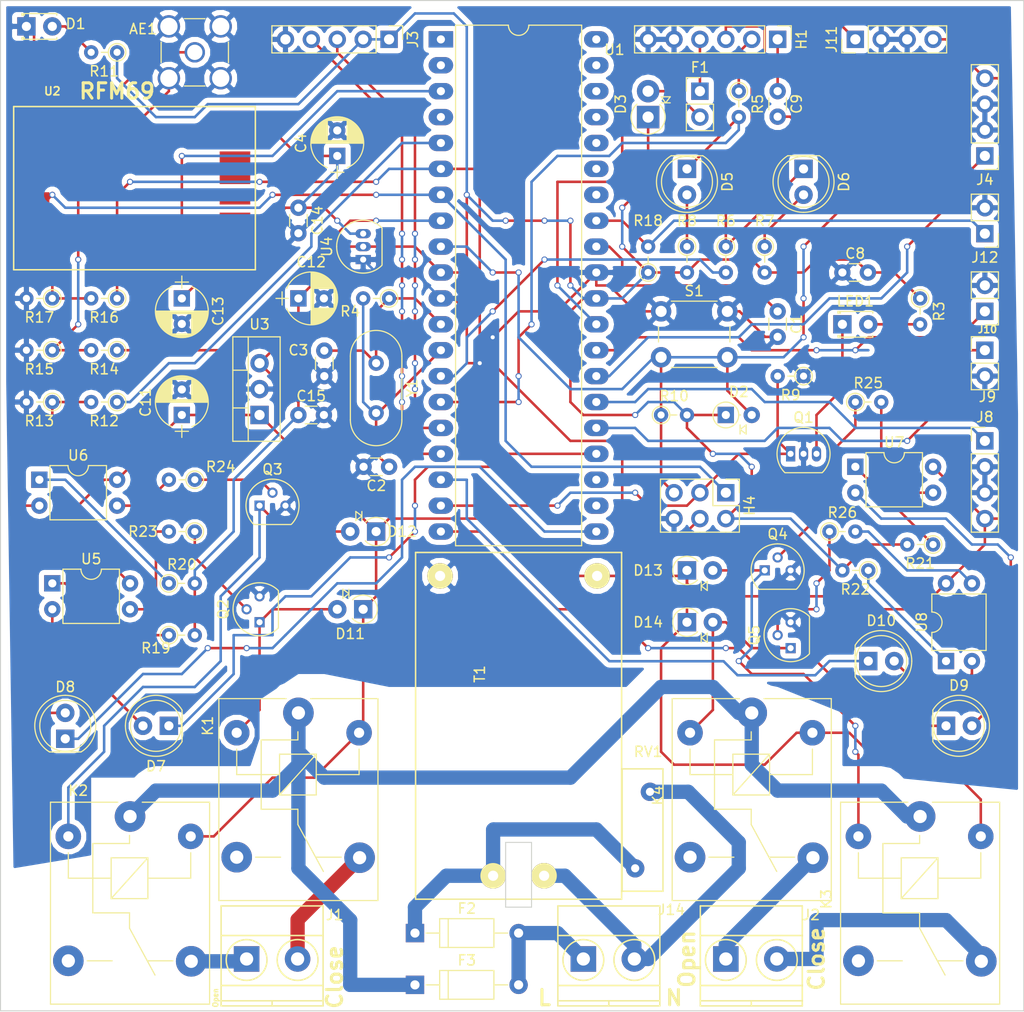
<source format=kicad_pcb>
(kicad_pcb (version 4) (host pcbnew 4.0.6-e0-6349~52~ubuntu17.04.1)

  (general
    (links 182)
    (no_connects 0)
    (area 79.524999 58.904999 180.390001 161.195)
    (thickness 1.6)
    (drawings 15)
    (tracks 644)
    (zones 0)
    (modules 86)
    (nets 94)
  )

  (page A4)
  (layers
    (0 F.Cu signal hide)
    (31 B.Cu signal hide)
    (32 B.Adhes user hide)
    (33 F.Adhes user hide)
    (34 B.Paste user hide)
    (35 F.Paste user hide)
    (36 B.SilkS user)
    (37 F.SilkS user)
    (38 B.Mask user hide)
    (39 F.Mask user hide)
    (40 Dwgs.User user hide)
    (41 Cmts.User user hide)
    (42 Eco1.User user hide)
    (43 Eco2.User user hide)
    (44 Edge.Cuts user)
    (45 Margin user hide)
    (46 B.CrtYd user hide)
    (47 F.CrtYd user hide)
    (48 B.Fab user hide)
    (49 F.Fab user hide)
  )

  (setup
    (last_trace_width 0.25)
    (trace_clearance 0.2)
    (zone_clearance 0.508)
    (zone_45_only no)
    (trace_min 0.2)
    (segment_width 0.2)
    (edge_width 0.1)
    (via_size 0.6)
    (via_drill 0.4)
    (via_min_size 0.4)
    (via_min_drill 0.3)
    (uvia_size 0.3)
    (uvia_drill 0.1)
    (uvias_allowed no)
    (uvia_min_size 0)
    (uvia_min_drill 0)
    (pcb_text_width 0.3)
    (pcb_text_size 1.5 1.5)
    (mod_edge_width 0.15)
    (mod_text_size 1 1)
    (mod_text_width 0.15)
    (pad_size 1.5 1.5)
    (pad_drill 0.6)
    (pad_to_mask_clearance 0)
    (aux_axis_origin 80.264 158.496)
    (visible_elements FFFFFFFF)
    (pcbplotparams
      (layerselection 0x01030_80000001)
      (usegerberextensions true)
      (excludeedgelayer true)
      (linewidth 0.100000)
      (plotframeref false)
      (viasonmask false)
      (mode 1)
      (useauxorigin true)
      (hpglpennumber 1)
      (hpglpenspeed 20)
      (hpglpendiameter 15)
      (hpglpenoverlay 2)
      (psnegative false)
      (psa4output false)
      (plotreference true)
      (plotvalue true)
      (plotinvisibletext false)
      (padsonsilk false)
      (subtractmaskfromsilk false)
      (outputformat 1)
      (mirror false)
      (drillshape 0)
      (scaleselection 1)
      (outputdirectory Gerbers/))
  )

  (net 0 "")
  (net 1 GND)
  (net 2 "Net-(AE1-Pad1)")
  (net 3 "Net-(C1-Pad1)")
  (net 4 "Net-(C2-Pad1)")
  (net 5 "Net-(C3-Pad2)")
  (net 6 /V3)
  (net 7 /V5)
  (net 8 "Net-(C9-Pad1)")
  (net 9 /RST)
  (net 10 /V12)
  (net 11 "Net-(D1-Pad2)")
  (net 12 "Net-(D3-Pad2)")
  (net 13 /TX0)
  (net 14 "Net-(D5-Pad2)")
  (net 15 "Net-(D6-Pad1)")
  (net 16 "Net-(D6-Pad2)")
  (net 17 /LGC)
  (net 18 "Net-(D7-Pad2)")
  (net 19 /LGO)
  (net 20 "Net-(D8-Pad2)")
  (net 21 /RGC)
  (net 22 "Net-(D9-Pad2)")
  (net 23 /RGO)
  (net 24 "Net-(D10-Pad2)")
  (net 25 "Net-(D11-Pad2)")
  (net 26 "Net-(D12-Pad2)")
  (net 27 "Net-(D13-Pad2)")
  (net 28 "Net-(D14-Pad2)")
  (net 29 /FTDI_P4)
  (net 30 "Net-(F2-Pad1)")
  (net 31 /L)
  (net 32 /COMMON_L)
  (net 33 "Net-(H1-Pad2)")
  (net 34 /MISO)
  (net 35 /D13)
  (net 36 /MOSI)
  (net 37 "Net-(J1-Pad1)")
  (net 38 "Net-(J1-Pad2)")
  (net 39 "Net-(J2-Pad1)")
  (net 40 "Net-(J2-Pad2)")
  (net 41 /RX1)
  (net 42 /TX1)
  (net 43 /KEYFOB)
  (net 44 /KEYPAD)
  (net 45 /INTERCOM)
  (net 46 /REED_SW)
  (net 47 /PHOTO)
  (net 48 /WALL_SW)
  (net 49 /N)
  (net 50 "Net-(K1-Pad3)")
  (net 51 "Net-(K2-Pad3)")
  (net 52 "Net-(K3-Pad3)")
  (net 53 "Net-(K4-Pad3)")
  (net 54 "Net-(LED1-Pad1)")
  (net 55 "Net-(LED1-Pad2)")
  (net 56 "Net-(Q2-Pad2)")
  (net 57 "Net-(Q3-Pad2)")
  (net 58 "Net-(Q4-Pad2)")
  (net 59 "Net-(Q5-Pad2)")
  (net 60 /RX0)
  (net 61 /SS)
  (net 62 /NSS_3)
  (net 63 /SCK)
  (net 64 /SCK_3)
  (net 65 /MOSI_3)
  (net 66 "Net-(R19-Pad1)")
  (net 67 "Net-(R20-Pad1)")
  (net 68 "Net-(R21-Pad1)")
  (net 69 "Net-(R22-Pad1)")
  (net 70 "Net-(R23-Pad2)")
  (net 71 "Net-(R24-Pad2)")
  (net 72 "Net-(R25-Pad2)")
  (net 73 "Net-(R26-Pad2)")
  (net 74 "Net-(U1-Pad1)")
  (net 75 "Net-(U1-Pad2)")
  (net 76 "Net-(U1-Pad22)")
  (net 77 /INT)
  (net 78 "Net-(U1-Pad23)")
  (net 79 "Net-(U1-Pad4)")
  (net 80 "Net-(U1-Pad34)")
  (net 81 "Net-(U1-Pad35)")
  (net 82 "Net-(U1-Pad36)")
  (net 83 "Net-(U1-Pad37)")
  (net 84 "Net-(U1-Pad38)")
  (net 85 "Net-(U1-Pad39)")
  (net 86 "Net-(U1-Pad40)")
  (net 87 "Net-(U2-Pad1)")
  (net 88 "Net-(U2-Pad3)")
  (net 89 "Net-(U2-Pad4)")
  (net 90 "Net-(U2-Pad5)")
  (net 91 "Net-(U2-Pad6)")
  (net 92 "Net-(U2-Pad7)")
  (net 93 "Net-(U2-Pad16)")

  (net_class Default "This is the default net class."
    (clearance 0.2)
    (trace_width 0.25)
    (via_dia 0.6)
    (via_drill 0.4)
    (uvia_dia 0.3)
    (uvia_drill 0.1)
    (add_net /D13)
    (add_net /FTDI_P4)
    (add_net /INT)
    (add_net /INTERCOM)
    (add_net /KEYFOB)
    (add_net /KEYPAD)
    (add_net /LGC)
    (add_net /LGO)
    (add_net /MISO)
    (add_net /MOSI)
    (add_net /MOSI_3)
    (add_net /NSS_3)
    (add_net /PHOTO)
    (add_net /REED_SW)
    (add_net /RGC)
    (add_net /RGO)
    (add_net /RST)
    (add_net /RX0)
    (add_net /RX1)
    (add_net /SCK)
    (add_net /SCK_3)
    (add_net /SS)
    (add_net /TX0)
    (add_net /TX1)
    (add_net /V12)
    (add_net /V3)
    (add_net /V5)
    (add_net /WALL_SW)
    (add_net GND)
    (add_net "Net-(AE1-Pad1)")
    (add_net "Net-(C1-Pad1)")
    (add_net "Net-(C2-Pad1)")
    (add_net "Net-(C3-Pad2)")
    (add_net "Net-(C9-Pad1)")
    (add_net "Net-(D1-Pad2)")
    (add_net "Net-(D10-Pad2)")
    (add_net "Net-(D11-Pad2)")
    (add_net "Net-(D12-Pad2)")
    (add_net "Net-(D13-Pad2)")
    (add_net "Net-(D14-Pad2)")
    (add_net "Net-(D3-Pad2)")
    (add_net "Net-(D5-Pad2)")
    (add_net "Net-(D6-Pad1)")
    (add_net "Net-(D6-Pad2)")
    (add_net "Net-(D7-Pad2)")
    (add_net "Net-(D8-Pad2)")
    (add_net "Net-(D9-Pad2)")
    (add_net "Net-(H1-Pad2)")
    (add_net "Net-(K1-Pad3)")
    (add_net "Net-(K2-Pad3)")
    (add_net "Net-(K3-Pad3)")
    (add_net "Net-(K4-Pad3)")
    (add_net "Net-(LED1-Pad1)")
    (add_net "Net-(LED1-Pad2)")
    (add_net "Net-(Q2-Pad2)")
    (add_net "Net-(Q3-Pad2)")
    (add_net "Net-(Q4-Pad2)")
    (add_net "Net-(Q5-Pad2)")
    (add_net "Net-(R19-Pad1)")
    (add_net "Net-(R20-Pad1)")
    (add_net "Net-(R21-Pad1)")
    (add_net "Net-(R22-Pad1)")
    (add_net "Net-(R23-Pad2)")
    (add_net "Net-(R24-Pad2)")
    (add_net "Net-(R25-Pad2)")
    (add_net "Net-(R26-Pad2)")
    (add_net "Net-(U1-Pad1)")
    (add_net "Net-(U1-Pad2)")
    (add_net "Net-(U1-Pad22)")
    (add_net "Net-(U1-Pad23)")
    (add_net "Net-(U1-Pad34)")
    (add_net "Net-(U1-Pad35)")
    (add_net "Net-(U1-Pad36)")
    (add_net "Net-(U1-Pad37)")
    (add_net "Net-(U1-Pad38)")
    (add_net "Net-(U1-Pad39)")
    (add_net "Net-(U1-Pad4)")
    (add_net "Net-(U1-Pad40)")
    (add_net "Net-(U2-Pad1)")
    (add_net "Net-(U2-Pad16)")
    (add_net "Net-(U2-Pad3)")
    (add_net "Net-(U2-Pad4)")
    (add_net "Net-(U2-Pad5)")
    (add_net "Net-(U2-Pad6)")
    (add_net "Net-(U2-Pad7)")
  )

  (net_class AC_PWR ""
    (clearance 1.7)
    (trace_width 1.4)
    (via_dia 0.6)
    (via_drill 0.4)
    (uvia_dia 0.3)
    (uvia_drill 0.1)
    (add_net /COMMON_L)
    (add_net /L)
    (add_net /N)
    (add_net "Net-(F2-Pad1)")
    (add_net "Net-(J1-Pad1)")
    (add_net "Net-(J1-Pad2)")
    (add_net "Net-(J2-Pad1)")
    (add_net "Net-(J2-Pad2)")
  )

  (module Connectors:SMA_THT_Jack_Straight (layer F.Cu) (tedit 5954CD20) (tstamp 59540325)
    (at 99.06 64.77)
    (descr "SMA pcb through hole jack")
    (tags "SMA THT Jack Straight")
    (path /595101E1)
    (fp_text reference AE1 (at -5.08 -2.286) (layer F.SilkS)
      (effects (font (size 1 1) (thickness 0.15)))
    )
    (fp_text value Antenna_Shield (at 5.08 0 90) (layer F.Fab)
      (effects (font (size 0.7 0.7) (thickness 0.12)))
    )
    (fp_line (start 2.03 -3.05) (end 3.05 -3.05) (layer F.Fab) (width 0.1))
    (fp_line (start -1 -3.3) (end 1 -3.3) (layer F.SilkS) (width 0.12))
    (fp_line (start -1 3.3) (end 1 3.3) (layer F.SilkS) (width 0.12))
    (fp_text user %R (at 0 -5) (layer F.Fab)
      (effects (font (size 1 1) (thickness 0.15)))
    )
    (fp_line (start 3.3 -1) (end 3.3 1) (layer F.SilkS) (width 0.12))
    (fp_line (start -3.3 -1) (end -3.3 1) (layer F.SilkS) (width 0.12))
    (fp_line (start 3.17 -3.17) (end 3.17 3.17) (layer F.Fab) (width 0.1))
    (fp_line (start -3.17 3.17) (end 3.17 3.17) (layer F.Fab) (width 0.1))
    (fp_line (start -3.17 -3.17) (end -3.17 3.17) (layer F.Fab) (width 0.1))
    (fp_line (start -3.17 -3.17) (end 3.17 -3.17) (layer F.Fab) (width 0.1))
    (fp_line (start -2.03 -3.05) (end -2.03 -2.03) (layer F.Fab) (width 0.1))
    (fp_line (start -3.05 -2.03) (end -2.03 -2.03) (layer F.Fab) (width 0.1))
    (fp_line (start -2.03 2.03) (end -2.03 3.05) (layer F.Fab) (width 0.1))
    (fp_line (start -3.05 2.03) (end -2.03 2.03) (layer F.Fab) (width 0.1))
    (fp_line (start 2.03 -3.05) (end 2.03 -2.03) (layer F.Fab) (width 0.1))
    (fp_line (start 2.03 -2.03) (end 3.05 -2.03) (layer F.Fab) (width 0.1))
    (fp_line (start 3.05 2.03) (end 2.03 2.03) (layer F.Fab) (width 0.1))
    (fp_line (start 2.03 2.03) (end 2.03 3.05) (layer F.Fab) (width 0.1))
    (fp_line (start -4.14 -4.14) (end 4.14 -4.14) (layer F.CrtYd) (width 0.05))
    (fp_line (start -4.14 -4.14) (end -4.14 4.14) (layer F.CrtYd) (width 0.05))
    (fp_line (start 4.14 4.14) (end 4.14 -4.14) (layer F.CrtYd) (width 0.05))
    (fp_line (start 4.14 4.14) (end -4.14 4.14) (layer F.CrtYd) (width 0.05))
    (fp_circle (center 0 0) (end 2.04 0) (layer F.Fab) (width 0.1))
    (fp_circle (center 0 0) (end 0.635 0) (layer F.Fab) (width 0.1))
    (fp_line (start 3.05 -3.05) (end 3.05 -2.03) (layer F.Fab) (width 0.1))
    (fp_line (start -3.05 -3.05) (end -3.05 -2.03) (layer F.Fab) (width 0.1))
    (fp_line (start -3.05 -3.05) (end -2.03 -3.05) (layer F.Fab) (width 0.1))
    (fp_line (start -3.05 3.05) (end -2.03 3.05) (layer F.Fab) (width 0.1))
    (fp_line (start -3.05 3.05) (end -3.05 2.03) (layer F.Fab) (width 0.1))
    (fp_line (start 3.05 2.03) (end 3.05 3.05) (layer F.Fab) (width 0.1))
    (fp_line (start 2.03 3.05) (end 3.05 3.05) (layer F.Fab) (width 0.1))
    (pad 2 thru_hole circle (at -2.54 2.54) (size 2.2 2.2) (drill 1.7) (layers *.Cu *.Mask)
      (net 1 GND))
    (pad 2 thru_hole circle (at -2.54 -2.54) (size 2.2 2.2) (drill 1.7) (layers *.Cu *.Mask)
      (net 1 GND))
    (pad 2 thru_hole circle (at 2.54 -2.54) (size 2.2 2.2) (drill 1.7) (layers *.Cu *.Mask)
      (net 1 GND))
    (pad 2 thru_hole circle (at 2.54 2.54) (size 2.2 2.2) (drill 1.7) (layers *.Cu *.Mask)
      (net 1 GND))
    (pad 1 thru_hole circle (at 0 0) (size 2 2) (drill 1.5) (layers *.Cu *.Mask)
      (net 2 "Net-(AE1-Pad1)"))
  )

  (module Capacitors_THT:C_Disc_D3.0mm_W1.6mm_P2.50mm (layer F.Cu) (tedit 5920C254) (tstamp 5954032B)
    (at 156.21 90.17 270)
    (descr "C, Disc series, Radial, pin pitch=2.50mm, , diameter*width=3.0*1.6mm^2, Capacitor, http://www.vishay.com/docs/45233/krseries.pdf")
    (tags "C Disc series Radial pin pitch 2.50mm  diameter 3.0mm width 1.6mm Capacitor")
    (path /5957CE40)
    (fp_text reference C1 (at 1.25 -1.86 270) (layer F.SilkS)
      (effects (font (size 1 1) (thickness 0.15)))
    )
    (fp_text value 0.1uF (at 1.25 1.86 270) (layer F.Fab)
      (effects (font (size 1 1) (thickness 0.15)))
    )
    (fp_text user %R (at 1.25 0 270) (layer F.Fab)
      (effects (font (size 0.7 0.7) (thickness 0.105)))
    )
    (fp_line (start -0.25 -0.8) (end -0.25 0.8) (layer F.Fab) (width 0.1))
    (fp_line (start -0.25 0.8) (end 2.75 0.8) (layer F.Fab) (width 0.1))
    (fp_line (start 2.75 0.8) (end 2.75 -0.8) (layer F.Fab) (width 0.1))
    (fp_line (start 2.75 -0.8) (end -0.25 -0.8) (layer F.Fab) (width 0.1))
    (fp_line (start 0.663 -0.861) (end 1.837 -0.861) (layer F.SilkS) (width 0.12))
    (fp_line (start 0.663 0.861) (end 1.837 0.861) (layer F.SilkS) (width 0.12))
    (fp_line (start -1.05 -1.15) (end -1.05 1.15) (layer F.CrtYd) (width 0.05))
    (fp_line (start -1.05 1.15) (end 3.55 1.15) (layer F.CrtYd) (width 0.05))
    (fp_line (start 3.55 1.15) (end 3.55 -1.15) (layer F.CrtYd) (width 0.05))
    (fp_line (start 3.55 -1.15) (end -1.05 -1.15) (layer F.CrtYd) (width 0.05))
    (pad 1 thru_hole circle (at 0 0 270) (size 1.6 1.6) (drill 0.8) (layers *.Cu *.Mask)
      (net 3 "Net-(C1-Pad1)"))
    (pad 2 thru_hole circle (at 2.5 0 270) (size 1.6 1.6) (drill 0.8) (layers *.Cu *.Mask)
      (net 1 GND))
    (model ${KISYS3DMOD}/Capacitors_THT.3dshapes/C_Disc_D3.0mm_W1.6mm_P2.50mm.wrl
      (at (xyz 0 0 0))
      (scale (xyz 0.393701 0.393701 0.393701))
      (rotate (xyz 0 0 0))
    )
  )

  (module Capacitors_THT:C_Disc_D3.0mm_W1.6mm_P2.50mm (layer F.Cu) (tedit 5920C254) (tstamp 59540331)
    (at 118.11 105.41 180)
    (descr "C, Disc series, Radial, pin pitch=2.50mm, , diameter*width=3.0*1.6mm^2, Capacitor, http://www.vishay.com/docs/45233/krseries.pdf")
    (tags "C Disc series Radial pin pitch 2.50mm  diameter 3.0mm width 1.6mm Capacitor")
    (path /594D999E)
    (fp_text reference C2 (at 1.25 -1.86 180) (layer F.SilkS)
      (effects (font (size 1 1) (thickness 0.15)))
    )
    (fp_text value 22pf (at 1.25 1.86 180) (layer F.Fab)
      (effects (font (size 1 1) (thickness 0.15)))
    )
    (fp_text user %R (at 1.25 0 180) (layer F.Fab)
      (effects (font (size 0.7 0.7) (thickness 0.105)))
    )
    (fp_line (start -0.25 -0.8) (end -0.25 0.8) (layer F.Fab) (width 0.1))
    (fp_line (start -0.25 0.8) (end 2.75 0.8) (layer F.Fab) (width 0.1))
    (fp_line (start 2.75 0.8) (end 2.75 -0.8) (layer F.Fab) (width 0.1))
    (fp_line (start 2.75 -0.8) (end -0.25 -0.8) (layer F.Fab) (width 0.1))
    (fp_line (start 0.663 -0.861) (end 1.837 -0.861) (layer F.SilkS) (width 0.12))
    (fp_line (start 0.663 0.861) (end 1.837 0.861) (layer F.SilkS) (width 0.12))
    (fp_line (start -1.05 -1.15) (end -1.05 1.15) (layer F.CrtYd) (width 0.05))
    (fp_line (start -1.05 1.15) (end 3.55 1.15) (layer F.CrtYd) (width 0.05))
    (fp_line (start 3.55 1.15) (end 3.55 -1.15) (layer F.CrtYd) (width 0.05))
    (fp_line (start 3.55 -1.15) (end -1.05 -1.15) (layer F.CrtYd) (width 0.05))
    (pad 1 thru_hole circle (at 0 0 180) (size 1.6 1.6) (drill 0.8) (layers *.Cu *.Mask)
      (net 4 "Net-(C2-Pad1)"))
    (pad 2 thru_hole circle (at 2.5 0 180) (size 1.6 1.6) (drill 0.8) (layers *.Cu *.Mask)
      (net 1 GND))
    (model ${KISYS3DMOD}/Capacitors_THT.3dshapes/C_Disc_D3.0mm_W1.6mm_P2.50mm.wrl
      (at (xyz 0 0 0))
      (scale (xyz 0.393701 0.393701 0.393701))
      (rotate (xyz 0 0 0))
    )
  )

  (module Capacitors_THT:C_Disc_D3.0mm_W1.6mm_P2.50mm (layer F.Cu) (tedit 5954CBAA) (tstamp 59540337)
    (at 111.76 96.52 90)
    (descr "C, Disc series, Radial, pin pitch=2.50mm, , diameter*width=3.0*1.6mm^2, Capacitor, http://www.vishay.com/docs/45233/krseries.pdf")
    (tags "C Disc series Radial pin pitch 2.50mm  diameter 3.0mm width 1.6mm Capacitor")
    (path /594D9925)
    (fp_text reference C3 (at 2.54 -2.54 180) (layer F.SilkS)
      (effects (font (size 1 1) (thickness 0.15)))
    )
    (fp_text value 22pf (at 1.27 -2.54 180) (layer F.Fab)
      (effects (font (size 1 1) (thickness 0.15)))
    )
    (fp_text user %R (at 1.25 0 90) (layer F.Fab)
      (effects (font (size 0.7 0.7) (thickness 0.105)))
    )
    (fp_line (start -0.25 -0.8) (end -0.25 0.8) (layer F.Fab) (width 0.1))
    (fp_line (start -0.25 0.8) (end 2.75 0.8) (layer F.Fab) (width 0.1))
    (fp_line (start 2.75 0.8) (end 2.75 -0.8) (layer F.Fab) (width 0.1))
    (fp_line (start 2.75 -0.8) (end -0.25 -0.8) (layer F.Fab) (width 0.1))
    (fp_line (start 0.663 -0.861) (end 1.837 -0.861) (layer F.SilkS) (width 0.12))
    (fp_line (start 0.663 0.861) (end 1.837 0.861) (layer F.SilkS) (width 0.12))
    (fp_line (start -1.05 -1.15) (end -1.05 1.15) (layer F.CrtYd) (width 0.05))
    (fp_line (start -1.05 1.15) (end 3.55 1.15) (layer F.CrtYd) (width 0.05))
    (fp_line (start 3.55 1.15) (end 3.55 -1.15) (layer F.CrtYd) (width 0.05))
    (fp_line (start 3.55 -1.15) (end -1.05 -1.15) (layer F.CrtYd) (width 0.05))
    (pad 1 thru_hole circle (at 0 0 90) (size 1.6 1.6) (drill 0.8) (layers *.Cu *.Mask)
      (net 1 GND))
    (pad 2 thru_hole circle (at 2.5 0 90) (size 1.6 1.6) (drill 0.8) (layers *.Cu *.Mask)
      (net 5 "Net-(C3-Pad2)"))
    (model ${KISYS3DMOD}/Capacitors_THT.3dshapes/C_Disc_D3.0mm_W1.6mm_P2.50mm.wrl
      (at (xyz 0 0 0))
      (scale (xyz 0.393701 0.393701 0.393701))
      (rotate (xyz 0 0 0))
    )
  )

  (module Capacitors_THT:C_Disc_D3.0mm_W1.6mm_P2.50mm (layer F.Cu) (tedit 5954C972) (tstamp 59540343)
    (at 162.56 86.36)
    (descr "C, Disc series, Radial, pin pitch=2.50mm, , diameter*width=3.0*1.6mm^2, Capacitor, http://www.vishay.com/docs/45233/krseries.pdf")
    (tags "C Disc series Radial pin pitch 2.50mm  diameter 3.0mm width 1.6mm Capacitor")
    (path /594D8C56)
    (fp_text reference C8 (at 1.25 -1.86) (layer F.SilkS)
      (effects (font (size 1 1) (thickness 0.15)))
    )
    (fp_text value 0.1uF (at -2.54 0 90) (layer F.Fab)
      (effects (font (size 1 1) (thickness 0.15)))
    )
    (fp_text user %R (at 1.25 0) (layer F.Fab)
      (effects (font (size 0.7 0.7) (thickness 0.105)))
    )
    (fp_line (start -0.25 -0.8) (end -0.25 0.8) (layer F.Fab) (width 0.1))
    (fp_line (start -0.25 0.8) (end 2.75 0.8) (layer F.Fab) (width 0.1))
    (fp_line (start 2.75 0.8) (end 2.75 -0.8) (layer F.Fab) (width 0.1))
    (fp_line (start 2.75 -0.8) (end -0.25 -0.8) (layer F.Fab) (width 0.1))
    (fp_line (start 0.663 -0.861) (end 1.837 -0.861) (layer F.SilkS) (width 0.12))
    (fp_line (start 0.663 0.861) (end 1.837 0.861) (layer F.SilkS) (width 0.12))
    (fp_line (start -1.05 -1.15) (end -1.05 1.15) (layer F.CrtYd) (width 0.05))
    (fp_line (start -1.05 1.15) (end 3.55 1.15) (layer F.CrtYd) (width 0.05))
    (fp_line (start 3.55 1.15) (end 3.55 -1.15) (layer F.CrtYd) (width 0.05))
    (fp_line (start 3.55 -1.15) (end -1.05 -1.15) (layer F.CrtYd) (width 0.05))
    (pad 1 thru_hole circle (at 0 0) (size 1.6 1.6) (drill 0.8) (layers *.Cu *.Mask)
      (net 1 GND))
    (pad 2 thru_hole circle (at 2.5 0) (size 1.6 1.6) (drill 0.8) (layers *.Cu *.Mask)
      (net 7 /V5))
    (model ${KISYS3DMOD}/Capacitors_THT.3dshapes/C_Disc_D3.0mm_W1.6mm_P2.50mm.wrl
      (at (xyz 0 0 0))
      (scale (xyz 0.393701 0.393701 0.393701))
      (rotate (xyz 0 0 0))
    )
  )

  (module Capacitors_THT:C_Disc_D3.0mm_W1.6mm_P2.50mm (layer F.Cu) (tedit 5954C926) (tstamp 59540349)
    (at 156.21 68.58 270)
    (descr "C, Disc series, Radial, pin pitch=2.50mm, , diameter*width=3.0*1.6mm^2, Capacitor, http://www.vishay.com/docs/45233/krseries.pdf")
    (tags "C Disc series Radial pin pitch 2.50mm  diameter 3.0mm width 1.6mm Capacitor")
    (path /594CFF20)
    (fp_text reference C9 (at 1.25 -1.86 270) (layer F.SilkS)
      (effects (font (size 1 1) (thickness 0.15)))
    )
    (fp_text value 0.1uF (at 3.81 -2.54 360) (layer F.Fab)
      (effects (font (size 1 1) (thickness 0.15)))
    )
    (fp_text user %R (at 1.25 0 270) (layer F.Fab)
      (effects (font (size 0.7 0.7) (thickness 0.105)))
    )
    (fp_line (start -0.25 -0.8) (end -0.25 0.8) (layer F.Fab) (width 0.1))
    (fp_line (start -0.25 0.8) (end 2.75 0.8) (layer F.Fab) (width 0.1))
    (fp_line (start 2.75 0.8) (end 2.75 -0.8) (layer F.Fab) (width 0.1))
    (fp_line (start 2.75 -0.8) (end -0.25 -0.8) (layer F.Fab) (width 0.1))
    (fp_line (start 0.663 -0.861) (end 1.837 -0.861) (layer F.SilkS) (width 0.12))
    (fp_line (start 0.663 0.861) (end 1.837 0.861) (layer F.SilkS) (width 0.12))
    (fp_line (start -1.05 -1.15) (end -1.05 1.15) (layer F.CrtYd) (width 0.05))
    (fp_line (start -1.05 1.15) (end 3.55 1.15) (layer F.CrtYd) (width 0.05))
    (fp_line (start 3.55 1.15) (end 3.55 -1.15) (layer F.CrtYd) (width 0.05))
    (fp_line (start 3.55 -1.15) (end -1.05 -1.15) (layer F.CrtYd) (width 0.05))
    (pad 1 thru_hole circle (at 0 0 270) (size 1.6 1.6) (drill 0.8) (layers *.Cu *.Mask)
      (net 8 "Net-(C9-Pad1)"))
    (pad 2 thru_hole circle (at 2.5 0 270) (size 1.6 1.6) (drill 0.8) (layers *.Cu *.Mask)
      (net 9 /RST))
    (model ${KISYS3DMOD}/Capacitors_THT.3dshapes/C_Disc_D3.0mm_W1.6mm_P2.50mm.wrl
      (at (xyz 0 0 0))
      (scale (xyz 0.393701 0.393701 0.393701))
      (rotate (xyz 0 0 0))
    )
  )

  (module Capacitors_THT:C_Disc_D3.0mm_W1.6mm_P2.50mm (layer F.Cu) (tedit 5920C254) (tstamp 59540361)
    (at 109.22 80.01 270)
    (descr "C, Disc series, Radial, pin pitch=2.50mm, , diameter*width=3.0*1.6mm^2, Capacitor, http://www.vishay.com/docs/45233/krseries.pdf")
    (tags "C Disc series Radial pin pitch 2.50mm  diameter 3.0mm width 1.6mm Capacitor")
    (path /594CF08C)
    (fp_text reference C14 (at 1.25 -1.86 270) (layer F.SilkS)
      (effects (font (size 1 1) (thickness 0.15)))
    )
    (fp_text value 0.1uF (at 1.25 1.86 270) (layer F.Fab)
      (effects (font (size 1 1) (thickness 0.15)))
    )
    (fp_text user %R (at 1.25 0 270) (layer F.Fab)
      (effects (font (size 0.7 0.7) (thickness 0.105)))
    )
    (fp_line (start -0.25 -0.8) (end -0.25 0.8) (layer F.Fab) (width 0.1))
    (fp_line (start -0.25 0.8) (end 2.75 0.8) (layer F.Fab) (width 0.1))
    (fp_line (start 2.75 0.8) (end 2.75 -0.8) (layer F.Fab) (width 0.1))
    (fp_line (start 2.75 -0.8) (end -0.25 -0.8) (layer F.Fab) (width 0.1))
    (fp_line (start 0.663 -0.861) (end 1.837 -0.861) (layer F.SilkS) (width 0.12))
    (fp_line (start 0.663 0.861) (end 1.837 0.861) (layer F.SilkS) (width 0.12))
    (fp_line (start -1.05 -1.15) (end -1.05 1.15) (layer F.CrtYd) (width 0.05))
    (fp_line (start -1.05 1.15) (end 3.55 1.15) (layer F.CrtYd) (width 0.05))
    (fp_line (start 3.55 1.15) (end 3.55 -1.15) (layer F.CrtYd) (width 0.05))
    (fp_line (start 3.55 -1.15) (end -1.05 -1.15) (layer F.CrtYd) (width 0.05))
    (pad 1 thru_hole circle (at 0 0 270) (size 1.6 1.6) (drill 0.8) (layers *.Cu *.Mask)
      (net 6 /V3))
    (pad 2 thru_hole circle (at 2.5 0 270) (size 1.6 1.6) (drill 0.8) (layers *.Cu *.Mask)
      (net 1 GND))
    (model ${KISYS3DMOD}/Capacitors_THT.3dshapes/C_Disc_D3.0mm_W1.6mm_P2.50mm.wrl
      (at (xyz 0 0 0))
      (scale (xyz 0.393701 0.393701 0.393701))
      (rotate (xyz 0 0 0))
    )
  )

  (module Capacitors_THT:C_Disc_D3.0mm_W1.6mm_P2.50mm (layer F.Cu) (tedit 5920C254) (tstamp 59540367)
    (at 109.22 100.33)
    (descr "C, Disc series, Radial, pin pitch=2.50mm, , diameter*width=3.0*1.6mm^2, Capacitor, http://www.vishay.com/docs/45233/krseries.pdf")
    (tags "C Disc series Radial pin pitch 2.50mm  diameter 3.0mm width 1.6mm Capacitor")
    (path /594CDAE5)
    (fp_text reference C15 (at 1.25 -1.86) (layer F.SilkS)
      (effects (font (size 1 1) (thickness 0.15)))
    )
    (fp_text value 0.1uF (at 1.25 1.86) (layer F.Fab)
      (effects (font (size 1 1) (thickness 0.15)))
    )
    (fp_text user %R (at 1.25 0) (layer F.Fab)
      (effects (font (size 0.7 0.7) (thickness 0.105)))
    )
    (fp_line (start -0.25 -0.8) (end -0.25 0.8) (layer F.Fab) (width 0.1))
    (fp_line (start -0.25 0.8) (end 2.75 0.8) (layer F.Fab) (width 0.1))
    (fp_line (start 2.75 0.8) (end 2.75 -0.8) (layer F.Fab) (width 0.1))
    (fp_line (start 2.75 -0.8) (end -0.25 -0.8) (layer F.Fab) (width 0.1))
    (fp_line (start 0.663 -0.861) (end 1.837 -0.861) (layer F.SilkS) (width 0.12))
    (fp_line (start 0.663 0.861) (end 1.837 0.861) (layer F.SilkS) (width 0.12))
    (fp_line (start -1.05 -1.15) (end -1.05 1.15) (layer F.CrtYd) (width 0.05))
    (fp_line (start -1.05 1.15) (end 3.55 1.15) (layer F.CrtYd) (width 0.05))
    (fp_line (start 3.55 1.15) (end 3.55 -1.15) (layer F.CrtYd) (width 0.05))
    (fp_line (start 3.55 -1.15) (end -1.05 -1.15) (layer F.CrtYd) (width 0.05))
    (pad 1 thru_hole circle (at 0 0) (size 1.6 1.6) (drill 0.8) (layers *.Cu *.Mask)
      (net 7 /V5))
    (pad 2 thru_hole circle (at 2.5 0) (size 1.6 1.6) (drill 0.8) (layers *.Cu *.Mask)
      (net 1 GND))
    (model ${KISYS3DMOD}/Capacitors_THT.3dshapes/C_Disc_D3.0mm_W1.6mm_P2.50mm.wrl
      (at (xyz 0 0 0))
      (scale (xyz 0.393701 0.393701 0.393701))
      (rotate (xyz 0 0 0))
    )
  )

  (module LEDs:LED_D1.8mm_W3.3mm_H2.4mm locked (layer F.Cu) (tedit 5954CD27) (tstamp 5954036D)
    (at 82.55 62.23)
    (descr "LED, Round,  Rectangular size 3.3x2.4mm^2 diameter 1.8mm, 2 pins")
    (tags "LED Round  Rectangular size 3.3x2.4mm^2 diameter 1.8mm 2 pins")
    (path /594CDF0A)
    (fp_text reference D1 (at 4.826 -0.254) (layer F.SilkS)
      (effects (font (size 1 1) (thickness 0.15)))
    )
    (fp_text value GREEN (at 1.27 2.26) (layer F.Fab)
      (effects (font (size 1 1) (thickness 0.15)))
    )
    (fp_circle (center 1.27 0) (end 2.17 0) (layer F.Fab) (width 0.1))
    (fp_line (start -0.38 -1.2) (end -0.38 1.2) (layer F.Fab) (width 0.1))
    (fp_line (start -0.38 1.2) (end 2.92 1.2) (layer F.Fab) (width 0.1))
    (fp_line (start 2.92 1.2) (end 2.92 -1.2) (layer F.Fab) (width 0.1))
    (fp_line (start 2.92 -1.2) (end -0.38 -1.2) (layer F.Fab) (width 0.1))
    (fp_line (start -0.44 -1.26) (end 2.98 -1.26) (layer F.SilkS) (width 0.12))
    (fp_line (start -0.44 1.26) (end 2.98 1.26) (layer F.SilkS) (width 0.12))
    (fp_line (start -0.44 -1.26) (end -0.44 -1.08) (layer F.SilkS) (width 0.12))
    (fp_line (start -0.44 1.08) (end -0.44 1.26) (layer F.SilkS) (width 0.12))
    (fp_line (start 2.98 -1.26) (end 2.98 -1.095) (layer F.SilkS) (width 0.12))
    (fp_line (start 2.98 1.095) (end 2.98 1.26) (layer F.SilkS) (width 0.12))
    (fp_line (start -0.32 -1.26) (end -0.32 -1.08) (layer F.SilkS) (width 0.12))
    (fp_line (start -0.32 1.08) (end -0.32 1.26) (layer F.SilkS) (width 0.12))
    (fp_line (start -0.2 -1.26) (end -0.2 -1.08) (layer F.SilkS) (width 0.12))
    (fp_line (start -0.2 1.08) (end -0.2 1.26) (layer F.SilkS) (width 0.12))
    (fp_line (start -1.15 -1.55) (end -1.15 1.55) (layer F.CrtYd) (width 0.05))
    (fp_line (start -1.15 1.55) (end 3.7 1.55) (layer F.CrtYd) (width 0.05))
    (fp_line (start 3.7 1.55) (end 3.7 -1.55) (layer F.CrtYd) (width 0.05))
    (fp_line (start 3.7 -1.55) (end -1.15 -1.55) (layer F.CrtYd) (width 0.05))
    (pad 1 thru_hole rect (at 0 0) (size 1.8 1.8) (drill 0.9) (layers *.Cu *.Mask)
      (net 1 GND))
    (pad 2 thru_hole circle (at 2.54 0) (size 1.8 1.8) (drill 0.9) (layers *.Cu *.Mask)
      (net 11 "Net-(D1-Pad2)"))
    (model LEDs.3dshapes/LED_D1.8mm_W3.3mm_H2.4mm.wrl
      (at (xyz 0 0 0))
      (scale (xyz 0.393701 0.393701 0.393701))
      (rotate (xyz 0 0 0))
    )
  )

  (module Diodes_THT:D_DO-35_SOD27_P2.54mm_Vertical_AnodeUp (layer F.Cu) (tedit 5921392E) (tstamp 59540373)
    (at 151.13 100.33)
    (descr "D, DO-35_SOD27 series, Axial, Vertical, pin pitch=2.54mm, , length*diameter=4*2mm^2, , http://www.diodes.com/_files/packages/DO-35.pdf")
    (tags "D DO-35_SOD27 series Axial Vertical pin pitch 2.54mm  length 4mm diameter 2mm")
    (path /594D0A1C)
    (fp_text reference D2 (at 1.27 -2.266371) (layer F.SilkS)
      (effects (font (size 1 1) (thickness 0.15)))
    )
    (fp_text value 1N4148 (at 1.27 3.155371) (layer F.Fab)
      (effects (font (size 1 1) (thickness 0.15)))
    )
    (fp_text user K (at -1.966371 0) (layer F.Fab)
      (effects (font (size 1 1) (thickness 0.15)))
    )
    (fp_text user %R (at 1.27 0) (layer F.Fab)
      (effects (font (size 1 1) (thickness 0.15)))
    )
    (fp_line (start 0 0) (end 2.54 0) (layer F.Fab) (width 0.1))
    (fp_line (start 1.266371 0) (end 1.44 0) (layer F.SilkS) (width 0.12))
    (fp_line (start 1.397 0.98) (end 1.397 1.869) (layer F.SilkS) (width 0.12))
    (fp_line (start 1.397 1.4245) (end 1.989667 0.98) (layer F.SilkS) (width 0.12))
    (fp_line (start 1.989667 0.98) (end 1.989667 1.869) (layer F.SilkS) (width 0.12))
    (fp_line (start 1.989667 1.869) (end 1.397 1.4245) (layer F.SilkS) (width 0.12))
    (fp_line (start -1.35 -1.55) (end -1.35 1.55) (layer F.CrtYd) (width 0.05))
    (fp_line (start -1.35 1.55) (end 3.65 1.55) (layer F.CrtYd) (width 0.05))
    (fp_line (start 3.65 1.55) (end 3.65 -1.55) (layer F.CrtYd) (width 0.05))
    (fp_line (start 3.65 -1.55) (end -1.35 -1.55) (layer F.CrtYd) (width 0.05))
    (fp_circle (center 0 0) (end 1 0) (layer F.Fab) (width 0.1))
    (fp_circle (center 0 0) (end 1.266371 0) (layer F.SilkS) (width 0.12))
    (pad 1 thru_hole rect (at 0 0) (size 1.6 1.6) (drill 0.8) (layers *.Cu *.Mask)
      (net 7 /V5))
    (pad 2 thru_hole oval (at 2.54 0) (size 1.6 1.6) (drill 0.8) (layers *.Cu *.Mask)
      (net 9 /RST))
    (model ${KISYS3DMOD}/Diodes_THT.3dshapes/D_DO-35_SOD27_P2.54mm_Vertical_AnodeUp.wrl
      (at (xyz 0 0 0))
      (scale (xyz 0.393701 0.393701 0.393701))
      (rotate (xyz 0 0 0))
    )
  )

  (module Diodes_THT:D_DO-41_SOD81_P2.54mm_Vertical_AnodeUp (layer F.Cu) (tedit 5954CC79) (tstamp 59540379)
    (at 143.51 71.12 90)
    (descr "D, DO-41_SOD81 series, Axial, Vertical, pin pitch=2.54mm, , length*diameter=5.2*2.7mm^2, , http://www.diodes.com/_files/packages/DO-41%20(Plastic).pdf")
    (tags "D DO-41_SOD81 series Axial Vertical pin pitch 2.54mm  length 5.2mm diameter 2.7mm")
    (path /594CF4BF)
    (fp_text reference D3 (at 1.27 -2.690635 90) (layer F.SilkS)
      (effects (font (size 1 1) (thickness 0.15)))
    )
    (fp_text value 1N5817 (at 5.08 0 180) (layer F.Fab)
      (effects (font (size 1 1) (thickness 0.15)))
    )
    (fp_text user K (at -2.390635 0 90) (layer F.Fab)
      (effects (font (size 1 1) (thickness 0.15)))
    )
    (fp_text user %R (at 1.27 0 90) (layer F.Fab)
      (effects (font (size 1 1) (thickness 0.15)))
    )
    (fp_line (start 0 0) (end 2.54 0) (layer F.Fab) (width 0.1))
    (fp_line (start 1.397 1.28) (end 1.397 2.169) (layer F.SilkS) (width 0.12))
    (fp_line (start 1.397 1.7245) (end 1.989667 1.28) (layer F.SilkS) (width 0.12))
    (fp_line (start 1.989667 1.28) (end 1.989667 2.169) (layer F.SilkS) (width 0.12))
    (fp_line (start 1.989667 2.169) (end 1.397 1.7245) (layer F.SilkS) (width 0.12))
    (fp_line (start -1.7 -1.95) (end -1.7 1.95) (layer F.CrtYd) (width 0.05))
    (fp_line (start -1.7 1.95) (end 3.95 1.95) (layer F.CrtYd) (width 0.05))
    (fp_line (start 3.95 1.95) (end 3.95 -1.95) (layer F.CrtYd) (width 0.05))
    (fp_line (start 3.95 -1.95) (end -1.7 -1.95) (layer F.CrtYd) (width 0.05))
    (fp_circle (center 0 0) (end 1.35 0) (layer F.Fab) (width 0.1))
    (fp_arc (start 0 0) (end 1.257516 -1.1) (angle -276.1) (layer F.SilkS) (width 0.12))
    (pad 1 thru_hole rect (at 0 0 90) (size 2.2 2.2) (drill 1.1) (layers *.Cu *.Mask)
      (net 7 /V5))
    (pad 2 thru_hole oval (at 2.54 0 90) (size 2.2 2.2) (drill 1.1) (layers *.Cu *.Mask)
      (net 12 "Net-(D3-Pad2)"))
    (model ${KISYS3DMOD}/Diodes_THT.3dshapes/D_DO-41_SOD81_P2.54mm_Vertical_AnodeUp.wrl
      (at (xyz 0 0 0))
      (scale (xyz 0.393701 0.393701 0.393701))
      (rotate (xyz 0 0 0))
    )
  )

  (module LEDs:LED_D5.0mm (layer F.Cu) (tedit 587A3A7B) (tstamp 5954037F)
    (at 147.32 76.2 270)
    (descr "LED, diameter 5.0mm, 2 pins, http://cdn-reichelt.de/documents/datenblatt/A500/LL-504BC2E-009.pdf")
    (tags "LED diameter 5.0mm 2 pins")
    (path /594D4749)
    (fp_text reference D5 (at 1.27 -3.96 270) (layer F.SilkS)
      (effects (font (size 1 1) (thickness 0.15)))
    )
    (fp_text value GREEN (at 1.27 3.96 270) (layer F.Fab)
      (effects (font (size 1 1) (thickness 0.15)))
    )
    (fp_arc (start 1.27 0) (end -1.23 -1.469694) (angle 299.1) (layer F.Fab) (width 0.1))
    (fp_arc (start 1.27 0) (end -1.29 -1.54483) (angle 148.9) (layer F.SilkS) (width 0.12))
    (fp_arc (start 1.27 0) (end -1.29 1.54483) (angle -148.9) (layer F.SilkS) (width 0.12))
    (fp_circle (center 1.27 0) (end 3.77 0) (layer F.Fab) (width 0.1))
    (fp_circle (center 1.27 0) (end 3.77 0) (layer F.SilkS) (width 0.12))
    (fp_line (start -1.23 -1.469694) (end -1.23 1.469694) (layer F.Fab) (width 0.1))
    (fp_line (start -1.29 -1.545) (end -1.29 1.545) (layer F.SilkS) (width 0.12))
    (fp_line (start -1.95 -3.25) (end -1.95 3.25) (layer F.CrtYd) (width 0.05))
    (fp_line (start -1.95 3.25) (end 4.5 3.25) (layer F.CrtYd) (width 0.05))
    (fp_line (start 4.5 3.25) (end 4.5 -3.25) (layer F.CrtYd) (width 0.05))
    (fp_line (start 4.5 -3.25) (end -1.95 -3.25) (layer F.CrtYd) (width 0.05))
    (pad 1 thru_hole rect (at 0 0 270) (size 1.8 1.8) (drill 0.9) (layers *.Cu *.Mask)
      (net 13 /TX0))
    (pad 2 thru_hole circle (at 2.54 0 270) (size 1.8 1.8) (drill 0.9) (layers *.Cu *.Mask)
      (net 14 "Net-(D5-Pad2)"))
    (model LEDs.3dshapes/LED_D5.0mm.wrl
      (at (xyz 0 0 0))
      (scale (xyz 0.393701 0.393701 0.393701))
      (rotate (xyz 0 0 0))
    )
  )

  (module LEDs:LED_D5.0mm (layer F.Cu) (tedit 587A3A7B) (tstamp 59540385)
    (at 158.75 76.2 270)
    (descr "LED, diameter 5.0mm, 2 pins, http://cdn-reichelt.de/documents/datenblatt/A500/LL-504BC2E-009.pdf")
    (tags "LED diameter 5.0mm 2 pins")
    (path /594D46E4)
    (fp_text reference D6 (at 1.27 -3.96 270) (layer F.SilkS)
      (effects (font (size 1 1) (thickness 0.15)))
    )
    (fp_text value RED (at 1.27 3.96 270) (layer F.Fab)
      (effects (font (size 1 1) (thickness 0.15)))
    )
    (fp_arc (start 1.27 0) (end -1.23 -1.469694) (angle 299.1) (layer F.Fab) (width 0.1))
    (fp_arc (start 1.27 0) (end -1.29 -1.54483) (angle 148.9) (layer F.SilkS) (width 0.12))
    (fp_arc (start 1.27 0) (end -1.29 1.54483) (angle -148.9) (layer F.SilkS) (width 0.12))
    (fp_circle (center 1.27 0) (end 3.77 0) (layer F.Fab) (width 0.1))
    (fp_circle (center 1.27 0) (end 3.77 0) (layer F.SilkS) (width 0.12))
    (fp_line (start -1.23 -1.469694) (end -1.23 1.469694) (layer F.Fab) (width 0.1))
    (fp_line (start -1.29 -1.545) (end -1.29 1.545) (layer F.SilkS) (width 0.12))
    (fp_line (start -1.95 -3.25) (end -1.95 3.25) (layer F.CrtYd) (width 0.05))
    (fp_line (start -1.95 3.25) (end 4.5 3.25) (layer F.CrtYd) (width 0.05))
    (fp_line (start 4.5 3.25) (end 4.5 -3.25) (layer F.CrtYd) (width 0.05))
    (fp_line (start 4.5 -3.25) (end -1.95 -3.25) (layer F.CrtYd) (width 0.05))
    (pad 1 thru_hole rect (at 0 0 270) (size 1.8 1.8) (drill 0.9) (layers *.Cu *.Mask)
      (net 15 "Net-(D6-Pad1)"))
    (pad 2 thru_hole circle (at 2.54 0 270) (size 1.8 1.8) (drill 0.9) (layers *.Cu *.Mask)
      (net 16 "Net-(D6-Pad2)"))
    (model LEDs.3dshapes/LED_D5.0mm.wrl
      (at (xyz 0 0 0))
      (scale (xyz 0.393701 0.393701 0.393701))
      (rotate (xyz 0 0 0))
    )
  )

  (module LEDs:LED_D5.0mm (layer F.Cu) (tedit 587A3A7B) (tstamp 5954038B)
    (at 96.52 130.81 180)
    (descr "LED, diameter 5.0mm, 2 pins, http://cdn-reichelt.de/documents/datenblatt/A500/LL-504BC2E-009.pdf")
    (tags "LED diameter 5.0mm 2 pins")
    (path /59531AB2)
    (fp_text reference D7 (at 1.27 -3.96 180) (layer F.SilkS)
      (effects (font (size 1 1) (thickness 0.15)))
    )
    (fp_text value LED (at 1.27 3.96 180) (layer F.Fab)
      (effects (font (size 1 1) (thickness 0.15)))
    )
    (fp_arc (start 1.27 0) (end -1.23 -1.469694) (angle 299.1) (layer F.Fab) (width 0.1))
    (fp_arc (start 1.27 0) (end -1.29 -1.54483) (angle 148.9) (layer F.SilkS) (width 0.12))
    (fp_arc (start 1.27 0) (end -1.29 1.54483) (angle -148.9) (layer F.SilkS) (width 0.12))
    (fp_circle (center 1.27 0) (end 3.77 0) (layer F.Fab) (width 0.1))
    (fp_circle (center 1.27 0) (end 3.77 0) (layer F.SilkS) (width 0.12))
    (fp_line (start -1.23 -1.469694) (end -1.23 1.469694) (layer F.Fab) (width 0.1))
    (fp_line (start -1.29 -1.545) (end -1.29 1.545) (layer F.SilkS) (width 0.12))
    (fp_line (start -1.95 -3.25) (end -1.95 3.25) (layer F.CrtYd) (width 0.05))
    (fp_line (start -1.95 3.25) (end 4.5 3.25) (layer F.CrtYd) (width 0.05))
    (fp_line (start 4.5 3.25) (end 4.5 -3.25) (layer F.CrtYd) (width 0.05))
    (fp_line (start 4.5 -3.25) (end -1.95 -3.25) (layer F.CrtYd) (width 0.05))
    (pad 1 thru_hole rect (at 0 0 180) (size 1.8 1.8) (drill 0.9) (layers *.Cu *.Mask)
      (net 17 /LGC))
    (pad 2 thru_hole circle (at 2.54 0 180) (size 1.8 1.8) (drill 0.9) (layers *.Cu *.Mask)
      (net 18 "Net-(D7-Pad2)"))
    (model LEDs.3dshapes/LED_D5.0mm.wrl
      (at (xyz 0 0 0))
      (scale (xyz 0.393701 0.393701 0.393701))
      (rotate (xyz 0 0 0))
    )
  )

  (module LEDs:LED_D5.0mm (layer F.Cu) (tedit 5954CAD6) (tstamp 59540391)
    (at 86.36 132.08 90)
    (descr "LED, diameter 5.0mm, 2 pins, http://cdn-reichelt.de/documents/datenblatt/A500/LL-504BC2E-009.pdf")
    (tags "LED diameter 5.0mm 2 pins")
    (path /59531A71)
    (fp_text reference D8 (at 5.08 0 180) (layer F.SilkS)
      (effects (font (size 1 1) (thickness 0.15)))
    )
    (fp_text value LED (at 1.27 3.96 90) (layer F.Fab)
      (effects (font (size 1 1) (thickness 0.15)))
    )
    (fp_arc (start 1.27 0) (end -1.23 -1.469694) (angle 299.1) (layer F.Fab) (width 0.1))
    (fp_arc (start 1.27 0) (end -1.29 -1.54483) (angle 148.9) (layer F.SilkS) (width 0.12))
    (fp_arc (start 1.27 0) (end -1.29 1.54483) (angle -148.9) (layer F.SilkS) (width 0.12))
    (fp_circle (center 1.27 0) (end 3.77 0) (layer F.Fab) (width 0.1))
    (fp_circle (center 1.27 0) (end 3.77 0) (layer F.SilkS) (width 0.12))
    (fp_line (start -1.23 -1.469694) (end -1.23 1.469694) (layer F.Fab) (width 0.1))
    (fp_line (start -1.29 -1.545) (end -1.29 1.545) (layer F.SilkS) (width 0.12))
    (fp_line (start -1.95 -3.25) (end -1.95 3.25) (layer F.CrtYd) (width 0.05))
    (fp_line (start -1.95 3.25) (end 4.5 3.25) (layer F.CrtYd) (width 0.05))
    (fp_line (start 4.5 3.25) (end 4.5 -3.25) (layer F.CrtYd) (width 0.05))
    (fp_line (start 4.5 -3.25) (end -1.95 -3.25) (layer F.CrtYd) (width 0.05))
    (pad 1 thru_hole rect (at 0 0 90) (size 1.8 1.8) (drill 0.9) (layers *.Cu *.Mask)
      (net 19 /LGO))
    (pad 2 thru_hole circle (at 2.54 0 90) (size 1.8 1.8) (drill 0.9) (layers *.Cu *.Mask)
      (net 20 "Net-(D8-Pad2)"))
    (model LEDs.3dshapes/LED_D5.0mm.wrl
      (at (xyz 0 0 0))
      (scale (xyz 0.393701 0.393701 0.393701))
      (rotate (xyz 0 0 0))
    )
  )

  (module LEDs:LED_D5.0mm (layer F.Cu) (tedit 587A3A7B) (tstamp 59540397)
    (at 172.72 130.81)
    (descr "LED, diameter 5.0mm, 2 pins, http://cdn-reichelt.de/documents/datenblatt/A500/LL-504BC2E-009.pdf")
    (tags "LED diameter 5.0mm 2 pins")
    (path /5953003D)
    (fp_text reference D9 (at 1.27 -3.96) (layer F.SilkS)
      (effects (font (size 1 1) (thickness 0.15)))
    )
    (fp_text value LED (at 1.27 3.96) (layer F.Fab)
      (effects (font (size 1 1) (thickness 0.15)))
    )
    (fp_arc (start 1.27 0) (end -1.23 -1.469694) (angle 299.1) (layer F.Fab) (width 0.1))
    (fp_arc (start 1.27 0) (end -1.29 -1.54483) (angle 148.9) (layer F.SilkS) (width 0.12))
    (fp_arc (start 1.27 0) (end -1.29 1.54483) (angle -148.9) (layer F.SilkS) (width 0.12))
    (fp_circle (center 1.27 0) (end 3.77 0) (layer F.Fab) (width 0.1))
    (fp_circle (center 1.27 0) (end 3.77 0) (layer F.SilkS) (width 0.12))
    (fp_line (start -1.23 -1.469694) (end -1.23 1.469694) (layer F.Fab) (width 0.1))
    (fp_line (start -1.29 -1.545) (end -1.29 1.545) (layer F.SilkS) (width 0.12))
    (fp_line (start -1.95 -3.25) (end -1.95 3.25) (layer F.CrtYd) (width 0.05))
    (fp_line (start -1.95 3.25) (end 4.5 3.25) (layer F.CrtYd) (width 0.05))
    (fp_line (start 4.5 3.25) (end 4.5 -3.25) (layer F.CrtYd) (width 0.05))
    (fp_line (start 4.5 -3.25) (end -1.95 -3.25) (layer F.CrtYd) (width 0.05))
    (pad 1 thru_hole rect (at 0 0) (size 1.8 1.8) (drill 0.9) (layers *.Cu *.Mask)
      (net 21 /RGC))
    (pad 2 thru_hole circle (at 2.54 0) (size 1.8 1.8) (drill 0.9) (layers *.Cu *.Mask)
      (net 22 "Net-(D9-Pad2)"))
    (model LEDs.3dshapes/LED_D5.0mm.wrl
      (at (xyz 0 0 0))
      (scale (xyz 0.393701 0.393701 0.393701))
      (rotate (xyz 0 0 0))
    )
  )

  (module LEDs:LED_D5.0mm (layer F.Cu) (tedit 587A3A7B) (tstamp 5954039D)
    (at 165.1 124.46)
    (descr "LED, diameter 5.0mm, 2 pins, http://cdn-reichelt.de/documents/datenblatt/A500/LL-504BC2E-009.pdf")
    (tags "LED diameter 5.0mm 2 pins")
    (path /5952991E)
    (fp_text reference D10 (at 1.27 -3.96) (layer F.SilkS)
      (effects (font (size 1 1) (thickness 0.15)))
    )
    (fp_text value LED (at 1.27 3.96) (layer F.Fab)
      (effects (font (size 1 1) (thickness 0.15)))
    )
    (fp_arc (start 1.27 0) (end -1.23 -1.469694) (angle 299.1) (layer F.Fab) (width 0.1))
    (fp_arc (start 1.27 0) (end -1.29 -1.54483) (angle 148.9) (layer F.SilkS) (width 0.12))
    (fp_arc (start 1.27 0) (end -1.29 1.54483) (angle -148.9) (layer F.SilkS) (width 0.12))
    (fp_circle (center 1.27 0) (end 3.77 0) (layer F.Fab) (width 0.1))
    (fp_circle (center 1.27 0) (end 3.77 0) (layer F.SilkS) (width 0.12))
    (fp_line (start -1.23 -1.469694) (end -1.23 1.469694) (layer F.Fab) (width 0.1))
    (fp_line (start -1.29 -1.545) (end -1.29 1.545) (layer F.SilkS) (width 0.12))
    (fp_line (start -1.95 -3.25) (end -1.95 3.25) (layer F.CrtYd) (width 0.05))
    (fp_line (start -1.95 3.25) (end 4.5 3.25) (layer F.CrtYd) (width 0.05))
    (fp_line (start 4.5 3.25) (end 4.5 -3.25) (layer F.CrtYd) (width 0.05))
    (fp_line (start 4.5 -3.25) (end -1.95 -3.25) (layer F.CrtYd) (width 0.05))
    (pad 1 thru_hole rect (at 0 0) (size 1.8 1.8) (drill 0.9) (layers *.Cu *.Mask)
      (net 23 /RGO))
    (pad 2 thru_hole circle (at 2.54 0) (size 1.8 1.8) (drill 0.9) (layers *.Cu *.Mask)
      (net 24 "Net-(D10-Pad2)"))
    (model LEDs.3dshapes/LED_D5.0mm.wrl
      (at (xyz 0 0 0))
      (scale (xyz 0.393701 0.393701 0.393701))
      (rotate (xyz 0 0 0))
    )
  )

  (module Diodes_THT:D_A-405_P2.54mm_Vertical_AnodeUp (layer F.Cu) (tedit 5954CB69) (tstamp 595403A3)
    (at 115.57 119.38 180)
    (descr "D, A-405 series, Axial, Vertical, pin pitch=2.54mm, , length*diameter=5.2*2.7mm^2, , http://www.diodes.com/_files/packages/A-405.pdf")
    (tags "D A-405 series Axial Vertical pin pitch 2.54mm  length 5.2mm diameter 2.7mm")
    (path /59531A90)
    (fp_text reference D11 (at 1.27 -2.41 180) (layer F.SilkS)
      (effects (font (size 1 1) (thickness 0.15)))
    )
    (fp_text value 1N4007 (at 1.27 2.54 180) (layer F.Fab)
      (effects (font (size 1 1) (thickness 0.15)))
    )
    (fp_text user K (at -2.11 0 180) (layer F.Fab)
      (effects (font (size 1 1) (thickness 0.15)))
    )
    (fp_text user %R (at 1.27 0 180) (layer F.Fab)
      (effects (font (size 1 1) (thickness 0.15)))
    )
    (fp_line (start 0 0) (end 2.54 0) (layer F.Fab) (width 0.1))
    (fp_line (start 1.397 1.08) (end 1.397 1.969) (layer F.SilkS) (width 0.12))
    (fp_line (start 1.397 1.5245) (end 1.989667 1.08) (layer F.SilkS) (width 0.12))
    (fp_line (start 1.989667 1.08) (end 1.989667 1.969) (layer F.SilkS) (width 0.12))
    (fp_line (start 1.989667 1.969) (end 1.397 1.5245) (layer F.SilkS) (width 0.12))
    (fp_line (start -1.7 -1.7) (end -1.7 1.7) (layer F.CrtYd) (width 0.05))
    (fp_line (start -1.7 1.7) (end 3.75 1.7) (layer F.CrtYd) (width 0.05))
    (fp_line (start 3.75 1.7) (end 3.75 -1.7) (layer F.CrtYd) (width 0.05))
    (fp_line (start 3.75 -1.7) (end -1.7 -1.7) (layer F.CrtYd) (width 0.05))
    (fp_circle (center 0 0) (end 1.35 0) (layer F.Fab) (width 0.1))
    (fp_arc (start 0 0) (end 1.059811 -0.9) (angle -277.5) (layer F.SilkS) (width 0.12))
    (pad 1 thru_hole rect (at 0 0 180) (size 1.8 1.8) (drill 0.9) (layers *.Cu *.Mask)
      (net 10 /V12))
    (pad 2 thru_hole oval (at 2.54 0 180) (size 1.8 1.8) (drill 0.9) (layers *.Cu *.Mask)
      (net 25 "Net-(D11-Pad2)"))
    (model ${KISYS3DMOD}/Diodes_THT.3dshapes/D_A-405_P2.54mm_Vertical_AnodeUp.wrl
      (at (xyz 0 0 0))
      (scale (xyz 0.393701 0.393701 0.393701))
      (rotate (xyz 0 0 0))
    )
  )

  (module Diodes_THT:D_A-405_P2.54mm_Vertical_AnodeUp (layer F.Cu) (tedit 5954CB71) (tstamp 595403A9)
    (at 116.84 111.76 180)
    (descr "D, A-405 series, Axial, Vertical, pin pitch=2.54mm, , length*diameter=5.2*2.7mm^2, , http://www.diodes.com/_files/packages/A-405.pdf")
    (tags "D A-405 series Axial Vertical pin pitch 2.54mm  length 5.2mm diameter 2.7mm")
    (path /59531A4F)
    (fp_text reference D12 (at -2.54 0 180) (layer F.SilkS)
      (effects (font (size 1 1) (thickness 0.15)))
    )
    (fp_text value 1N4007 (at 2.54 -2.54 180) (layer F.Fab)
      (effects (font (size 1 1) (thickness 0.15)))
    )
    (fp_text user K (at -2.11 0 180) (layer F.Fab)
      (effects (font (size 1 1) (thickness 0.15)))
    )
    (fp_text user %R (at 1.27 0 180) (layer F.Fab)
      (effects (font (size 1 1) (thickness 0.15)))
    )
    (fp_line (start 0 0) (end 2.54 0) (layer F.Fab) (width 0.1))
    (fp_line (start 1.397 1.08) (end 1.397 1.969) (layer F.SilkS) (width 0.12))
    (fp_line (start 1.397 1.5245) (end 1.989667 1.08) (layer F.SilkS) (width 0.12))
    (fp_line (start 1.989667 1.08) (end 1.989667 1.969) (layer F.SilkS) (width 0.12))
    (fp_line (start 1.989667 1.969) (end 1.397 1.5245) (layer F.SilkS) (width 0.12))
    (fp_line (start -1.7 -1.7) (end -1.7 1.7) (layer F.CrtYd) (width 0.05))
    (fp_line (start -1.7 1.7) (end 3.75 1.7) (layer F.CrtYd) (width 0.05))
    (fp_line (start 3.75 1.7) (end 3.75 -1.7) (layer F.CrtYd) (width 0.05))
    (fp_line (start 3.75 -1.7) (end -1.7 -1.7) (layer F.CrtYd) (width 0.05))
    (fp_circle (center 0 0) (end 1.35 0) (layer F.Fab) (width 0.1))
    (fp_arc (start 0 0) (end 1.059811 -0.9) (angle -277.5) (layer F.SilkS) (width 0.12))
    (pad 1 thru_hole rect (at 0 0 180) (size 1.8 1.8) (drill 0.9) (layers *.Cu *.Mask)
      (net 10 /V12))
    (pad 2 thru_hole oval (at 2.54 0 180) (size 1.8 1.8) (drill 0.9) (layers *.Cu *.Mask)
      (net 26 "Net-(D12-Pad2)"))
    (model ${KISYS3DMOD}/Diodes_THT.3dshapes/D_A-405_P2.54mm_Vertical_AnodeUp.wrl
      (at (xyz 0 0 0))
      (scale (xyz 0.393701 0.393701 0.393701))
      (rotate (xyz 0 0 0))
    )
  )

  (module Diodes_THT:D_A-405_P2.54mm_Vertical_AnodeUp (layer F.Cu) (tedit 5954C990) (tstamp 595403AF)
    (at 147.32 115.57)
    (descr "D, A-405 series, Axial, Vertical, pin pitch=2.54mm, , length*diameter=5.2*2.7mm^2, , http://www.diodes.com/_files/packages/A-405.pdf")
    (tags "D A-405 series Axial Vertical pin pitch 2.54mm  length 5.2mm diameter 2.7mm")
    (path /5953001B)
    (fp_text reference D13 (at -3.81 0) (layer F.SilkS)
      (effects (font (size 1 1) (thickness 0.15)))
    )
    (fp_text value 1N4007 (at 1.27 2.54) (layer F.Fab)
      (effects (font (size 1 1) (thickness 0.15)))
    )
    (fp_text user K (at -2.11 0) (layer F.Fab)
      (effects (font (size 1 1) (thickness 0.15)))
    )
    (fp_text user %R (at 1.27 0) (layer F.Fab)
      (effects (font (size 1 1) (thickness 0.15)))
    )
    (fp_line (start 0 0) (end 2.54 0) (layer F.Fab) (width 0.1))
    (fp_line (start 1.397 1.08) (end 1.397 1.969) (layer F.SilkS) (width 0.12))
    (fp_line (start 1.397 1.5245) (end 1.989667 1.08) (layer F.SilkS) (width 0.12))
    (fp_line (start 1.989667 1.08) (end 1.989667 1.969) (layer F.SilkS) (width 0.12))
    (fp_line (start 1.989667 1.969) (end 1.397 1.5245) (layer F.SilkS) (width 0.12))
    (fp_line (start -1.7 -1.7) (end -1.7 1.7) (layer F.CrtYd) (width 0.05))
    (fp_line (start -1.7 1.7) (end 3.75 1.7) (layer F.CrtYd) (width 0.05))
    (fp_line (start 3.75 1.7) (end 3.75 -1.7) (layer F.CrtYd) (width 0.05))
    (fp_line (start 3.75 -1.7) (end -1.7 -1.7) (layer F.CrtYd) (width 0.05))
    (fp_circle (center 0 0) (end 1.35 0) (layer F.Fab) (width 0.1))
    (fp_arc (start 0 0) (end 1.059811 -0.9) (angle -277.5) (layer F.SilkS) (width 0.12))
    (pad 1 thru_hole rect (at 0 0) (size 1.8 1.8) (drill 0.9) (layers *.Cu *.Mask)
      (net 10 /V12))
    (pad 2 thru_hole oval (at 2.54 0) (size 1.8 1.8) (drill 0.9) (layers *.Cu *.Mask)
      (net 27 "Net-(D13-Pad2)"))
    (model ${KISYS3DMOD}/Diodes_THT.3dshapes/D_A-405_P2.54mm_Vertical_AnodeUp.wrl
      (at (xyz 0 0 0))
      (scale (xyz 0.393701 0.393701 0.393701))
      (rotate (xyz 0 0 0))
    )
  )

  (module Diodes_THT:D_A-405_P2.54mm_Vertical_AnodeUp (layer F.Cu) (tedit 5954C98D) (tstamp 595403B5)
    (at 147.32 120.65)
    (descr "D, A-405 series, Axial, Vertical, pin pitch=2.54mm, , length*diameter=5.2*2.7mm^2, , http://www.diodes.com/_files/packages/A-405.pdf")
    (tags "D A-405 series Axial Vertical pin pitch 2.54mm  length 5.2mm diameter 2.7mm")
    (path /5951D9DF)
    (fp_text reference D14 (at -3.81 0) (layer F.SilkS)
      (effects (font (size 1 1) (thickness 0.15)))
    )
    (fp_text value 1N4007 (at 1.27 3.299) (layer F.Fab)
      (effects (font (size 1 1) (thickness 0.15)))
    )
    (fp_text user K (at -2.11 0) (layer F.Fab)
      (effects (font (size 1 1) (thickness 0.15)))
    )
    (fp_text user %R (at 1.27 0) (layer F.Fab)
      (effects (font (size 1 1) (thickness 0.15)))
    )
    (fp_line (start 0 0) (end 2.54 0) (layer F.Fab) (width 0.1))
    (fp_line (start 1.397 1.08) (end 1.397 1.969) (layer F.SilkS) (width 0.12))
    (fp_line (start 1.397 1.5245) (end 1.989667 1.08) (layer F.SilkS) (width 0.12))
    (fp_line (start 1.989667 1.08) (end 1.989667 1.969) (layer F.SilkS) (width 0.12))
    (fp_line (start 1.989667 1.969) (end 1.397 1.5245) (layer F.SilkS) (width 0.12))
    (fp_line (start -1.7 -1.7) (end -1.7 1.7) (layer F.CrtYd) (width 0.05))
    (fp_line (start -1.7 1.7) (end 3.75 1.7) (layer F.CrtYd) (width 0.05))
    (fp_line (start 3.75 1.7) (end 3.75 -1.7) (layer F.CrtYd) (width 0.05))
    (fp_line (start 3.75 -1.7) (end -1.7 -1.7) (layer F.CrtYd) (width 0.05))
    (fp_circle (center 0 0) (end 1.35 0) (layer F.Fab) (width 0.1))
    (fp_arc (start 0 0) (end 1.059811 -0.9) (angle -277.5) (layer F.SilkS) (width 0.12))
    (pad 1 thru_hole rect (at 0 0) (size 1.8 1.8) (drill 0.9) (layers *.Cu *.Mask)
      (net 10 /V12))
    (pad 2 thru_hole oval (at 2.54 0) (size 1.8 1.8) (drill 0.9) (layers *.Cu *.Mask)
      (net 28 "Net-(D14-Pad2)"))
    (model ${KISYS3DMOD}/Diodes_THT.3dshapes/D_A-405_P2.54mm_Vertical_AnodeUp.wrl
      (at (xyz 0 0 0))
      (scale (xyz 0.393701 0.393701 0.393701))
      (rotate (xyz 0 0 0))
    )
  )

  (module Pin_Headers:Pin_Header_Straight_1x02_Pitch2.54mm (layer F.Cu) (tedit 5954CC7F) (tstamp 595403BB)
    (at 148.59 68.58)
    (descr "Through hole straight pin header, 1x02, 2.54mm pitch, single row")
    (tags "Through hole pin header THT 1x02 2.54mm single row")
    (path /594CF6C6)
    (fp_text reference F1 (at 0 -2.33) (layer F.SilkS)
      (effects (font (size 1 1) (thickness 0.15)))
    )
    (fp_text value Fuse (at -1.27 5.08) (layer F.Fab)
      (effects (font (size 1 1) (thickness 0.15)))
    )
    (fp_line (start -1.27 -1.27) (end -1.27 3.81) (layer F.Fab) (width 0.1))
    (fp_line (start -1.27 3.81) (end 1.27 3.81) (layer F.Fab) (width 0.1))
    (fp_line (start 1.27 3.81) (end 1.27 -1.27) (layer F.Fab) (width 0.1))
    (fp_line (start 1.27 -1.27) (end -1.27 -1.27) (layer F.Fab) (width 0.1))
    (fp_line (start -1.33 1.27) (end -1.33 3.87) (layer F.SilkS) (width 0.12))
    (fp_line (start -1.33 3.87) (end 1.33 3.87) (layer F.SilkS) (width 0.12))
    (fp_line (start 1.33 3.87) (end 1.33 1.27) (layer F.SilkS) (width 0.12))
    (fp_line (start 1.33 1.27) (end -1.33 1.27) (layer F.SilkS) (width 0.12))
    (fp_line (start -1.33 0) (end -1.33 -1.33) (layer F.SilkS) (width 0.12))
    (fp_line (start -1.33 -1.33) (end 0 -1.33) (layer F.SilkS) (width 0.12))
    (fp_line (start -1.8 -1.8) (end -1.8 4.35) (layer F.CrtYd) (width 0.05))
    (fp_line (start -1.8 4.35) (end 1.8 4.35) (layer F.CrtYd) (width 0.05))
    (fp_line (start 1.8 4.35) (end 1.8 -1.8) (layer F.CrtYd) (width 0.05))
    (fp_line (start 1.8 -1.8) (end -1.8 -1.8) (layer F.CrtYd) (width 0.05))
    (fp_text user %R (at 0 -2.33) (layer F.Fab)
      (effects (font (size 1 1) (thickness 0.15)))
    )
    (pad 1 thru_hole rect (at 0 0) (size 1.7 1.7) (drill 1) (layers *.Cu *.Mask)
      (net 29 /FTDI_P4))
    (pad 2 thru_hole oval (at 0 2.54) (size 1.7 1.7) (drill 1) (layers *.Cu *.Mask)
      (net 12 "Net-(D3-Pad2)"))
    (model ${KISYS3DMOD}/Pin_Headers.3dshapes/Pin_Header_Straight_1x02_Pitch2.54mm.wrl
      (at (xyz 0 -0.05 0))
      (scale (xyz 1 1 1))
      (rotate (xyz 0 0 90))
    )
  )

  (module Pin_Headers:Pin_Header_Straight_1x06_Pitch2.54mm (layer F.Cu) (tedit 5954C90B) (tstamp 595403D1)
    (at 156.21 63.5 270)
    (descr "Through hole straight pin header, 1x06, 2.54mm pitch, single row")
    (tags "Through hole pin header THT 1x06 2.54mm single row")
    (path /594CF844)
    (fp_text reference H1 (at 0 -2.33 270) (layer F.SilkS)
      (effects (font (size 1 1) (thickness 0.15)))
    )
    (fp_text value FTDI (at 2.54 2.54 360) (layer F.Fab)
      (effects (font (size 1 1) (thickness 0.15)))
    )
    (fp_line (start -1.27 -1.27) (end -1.27 13.97) (layer F.Fab) (width 0.1))
    (fp_line (start -1.27 13.97) (end 1.27 13.97) (layer F.Fab) (width 0.1))
    (fp_line (start 1.27 13.97) (end 1.27 -1.27) (layer F.Fab) (width 0.1))
    (fp_line (start 1.27 -1.27) (end -1.27 -1.27) (layer F.Fab) (width 0.1))
    (fp_line (start -1.33 1.27) (end -1.33 14.03) (layer F.SilkS) (width 0.12))
    (fp_line (start -1.33 14.03) (end 1.33 14.03) (layer F.SilkS) (width 0.12))
    (fp_line (start 1.33 14.03) (end 1.33 1.27) (layer F.SilkS) (width 0.12))
    (fp_line (start 1.33 1.27) (end -1.33 1.27) (layer F.SilkS) (width 0.12))
    (fp_line (start -1.33 0) (end -1.33 -1.33) (layer F.SilkS) (width 0.12))
    (fp_line (start -1.33 -1.33) (end 0 -1.33) (layer F.SilkS) (width 0.12))
    (fp_line (start -1.8 -1.8) (end -1.8 14.5) (layer F.CrtYd) (width 0.05))
    (fp_line (start -1.8 14.5) (end 1.8 14.5) (layer F.CrtYd) (width 0.05))
    (fp_line (start 1.8 14.5) (end 1.8 -1.8) (layer F.CrtYd) (width 0.05))
    (fp_line (start 1.8 -1.8) (end -1.8 -1.8) (layer F.CrtYd) (width 0.05))
    (fp_text user %R (at 0 -2.33 270) (layer F.Fab)
      (effects (font (size 1 1) (thickness 0.15)))
    )
    (pad 1 thru_hole rect (at 0 0 270) (size 1.7 1.7) (drill 1) (layers *.Cu *.Mask)
      (net 8 "Net-(C9-Pad1)"))
    (pad 2 thru_hole oval (at 0 2.54 270) (size 1.7 1.7) (drill 1) (layers *.Cu *.Mask)
      (net 33 "Net-(H1-Pad2)"))
    (pad 3 thru_hole oval (at 0 5.08 270) (size 1.7 1.7) (drill 1) (layers *.Cu *.Mask)
      (net 15 "Net-(D6-Pad1)"))
    (pad 4 thru_hole oval (at 0 7.62 270) (size 1.7 1.7) (drill 1) (layers *.Cu *.Mask)
      (net 29 /FTDI_P4))
    (pad 5 thru_hole oval (at 0 10.16 270) (size 1.7 1.7) (drill 1) (layers *.Cu *.Mask)
      (net 1 GND))
    (pad 6 thru_hole oval (at 0 12.7 270) (size 1.7 1.7) (drill 1) (layers *.Cu *.Mask)
      (net 1 GND))
    (model ${KISYS3DMOD}/Pin_Headers.3dshapes/Pin_Header_Straight_1x06_Pitch2.54mm.wrl
      (at (xyz 0 -0.25 0))
      (scale (xyz 1 1 1))
      (rotate (xyz 0 0 90))
    )
  )

  (module Pin_Headers:Pin_Header_Straight_2x03_Pitch2.54mm (layer F.Cu) (tedit 58CD4EC5) (tstamp 595403DB)
    (at 151.13 107.95 270)
    (descr "Through hole straight pin header, 2x03, 2.54mm pitch, double rows")
    (tags "Through hole pin header THT 2x03 2.54mm double row")
    (path /594D0EF9)
    (fp_text reference H4 (at 1.27 -2.33 270) (layer F.SilkS)
      (effects (font (size 1 1) (thickness 0.15)))
    )
    (fp_text value ICSP (at 1.27 7.41 270) (layer F.Fab)
      (effects (font (size 1 1) (thickness 0.15)))
    )
    (fp_line (start -1.27 -1.27) (end -1.27 6.35) (layer F.Fab) (width 0.1))
    (fp_line (start -1.27 6.35) (end 3.81 6.35) (layer F.Fab) (width 0.1))
    (fp_line (start 3.81 6.35) (end 3.81 -1.27) (layer F.Fab) (width 0.1))
    (fp_line (start 3.81 -1.27) (end -1.27 -1.27) (layer F.Fab) (width 0.1))
    (fp_line (start -1.33 1.27) (end -1.33 6.41) (layer F.SilkS) (width 0.12))
    (fp_line (start -1.33 6.41) (end 3.87 6.41) (layer F.SilkS) (width 0.12))
    (fp_line (start 3.87 6.41) (end 3.87 -1.33) (layer F.SilkS) (width 0.12))
    (fp_line (start 3.87 -1.33) (end 1.27 -1.33) (layer F.SilkS) (width 0.12))
    (fp_line (start 1.27 -1.33) (end 1.27 1.27) (layer F.SilkS) (width 0.12))
    (fp_line (start 1.27 1.27) (end -1.33 1.27) (layer F.SilkS) (width 0.12))
    (fp_line (start -1.33 0) (end -1.33 -1.33) (layer F.SilkS) (width 0.12))
    (fp_line (start -1.33 -1.33) (end 0 -1.33) (layer F.SilkS) (width 0.12))
    (fp_line (start -1.8 -1.8) (end -1.8 6.85) (layer F.CrtYd) (width 0.05))
    (fp_line (start -1.8 6.85) (end 4.35 6.85) (layer F.CrtYd) (width 0.05))
    (fp_line (start 4.35 6.85) (end 4.35 -1.8) (layer F.CrtYd) (width 0.05))
    (fp_line (start 4.35 -1.8) (end -1.8 -1.8) (layer F.CrtYd) (width 0.05))
    (fp_text user %R (at 1.27 -2.33 270) (layer F.Fab)
      (effects (font (size 1 1) (thickness 0.15)))
    )
    (pad 1 thru_hole rect (at 0 0 270) (size 1.7 1.7) (drill 1) (layers *.Cu *.Mask)
      (net 34 /MISO))
    (pad 2 thru_hole oval (at 2.54 0 270) (size 1.7 1.7) (drill 1) (layers *.Cu *.Mask)
      (net 7 /V5))
    (pad 3 thru_hole oval (at 0 2.54 270) (size 1.7 1.7) (drill 1) (layers *.Cu *.Mask)
      (net 35 /D13))
    (pad 4 thru_hole oval (at 2.54 2.54 270) (size 1.7 1.7) (drill 1) (layers *.Cu *.Mask)
      (net 36 /MOSI))
    (pad 5 thru_hole oval (at 0 5.08 270) (size 1.7 1.7) (drill 1) (layers *.Cu *.Mask)
      (net 9 /RST))
    (pad 6 thru_hole oval (at 2.54 5.08 270) (size 1.7 1.7) (drill 1) (layers *.Cu *.Mask)
      (net 1 GND))
    (model ${KISYS3DMOD}/Pin_Headers.3dshapes/Pin_Header_Straight_2x03_Pitch2.54mm.wrl
      (at (xyz 0.05 -0.1 0))
      (scale (xyz 1 1 1))
      (rotate (xyz 0 0 90))
    )
  )

  (module Connectors_Terminal_Blocks:TerminalBlock_Pheonix_MKDS1.5-2pol (layer F.Cu) (tedit 5954CD42) (tstamp 595403E1)
    (at 104.14 153.67)
    (descr "2-way 5mm pitch terminal block, Phoenix MKDS series")
    (path /59531A43)
    (fp_text reference J1 (at 8.636 -4.318) (layer F.SilkS)
      (effects (font (size 1 1) (thickness 0.15)))
    )
    (fp_text value "LEFT GATE" (at 11.43 0 90) (layer F.Fab)
      (effects (font (size 1 1) (thickness 0.15)))
    )
    (fp_line (start -2.7 -5.4) (end 7.7 -5.4) (layer F.CrtYd) (width 0.05))
    (fp_line (start -2.7 4.8) (end -2.7 -5.4) (layer F.CrtYd) (width 0.05))
    (fp_line (start 7.7 4.8) (end -2.7 4.8) (layer F.CrtYd) (width 0.05))
    (fp_line (start 7.7 -5.4) (end 7.7 4.8) (layer F.CrtYd) (width 0.05))
    (fp_line (start 2.5 4.1) (end 2.5 4.6) (layer F.SilkS) (width 0.15))
    (fp_circle (center 5 0.1) (end 3 0.1) (layer F.SilkS) (width 0.15))
    (fp_circle (center 0 0.1) (end 2 0.1) (layer F.SilkS) (width 0.15))
    (fp_line (start -2.5 2.6) (end 7.5 2.6) (layer F.SilkS) (width 0.15))
    (fp_line (start -2.5 -2.3) (end 7.5 -2.3) (layer F.SilkS) (width 0.15))
    (fp_line (start -2.5 4.1) (end 7.5 4.1) (layer F.SilkS) (width 0.15))
    (fp_line (start -2.5 4.6) (end 7.5 4.6) (layer F.SilkS) (width 0.15))
    (fp_line (start 7.5 4.6) (end 7.5 -5.2) (layer F.SilkS) (width 0.15))
    (fp_line (start 7.5 -5.2) (end -2.5 -5.2) (layer F.SilkS) (width 0.15))
    (fp_line (start -2.5 -5.2) (end -2.5 4.6) (layer F.SilkS) (width 0.15))
    (pad 1 thru_hole rect (at 0 0) (size 2.5 2.5) (drill 1.3) (layers *.Cu *.Mask)
      (net 37 "Net-(J1-Pad1)"))
    (pad 2 thru_hole circle (at 5 0) (size 2.5 2.5) (drill 1.3) (layers *.Cu *.Mask)
      (net 38 "Net-(J1-Pad2)"))
    (model Terminal_Blocks.3dshapes/TerminalBlock_Pheonix_MKDS1.5-2pol.wrl
      (at (xyz 0.0984 0 0))
      (scale (xyz 1 1 1))
      (rotate (xyz 0 0 0))
    )
  )

  (module Connectors_Terminal_Blocks:TerminalBlock_Pheonix_MKDS1.5-2pol (layer F.Cu) (tedit 5954CD72) (tstamp 595403E7)
    (at 151.13 153.67)
    (descr "2-way 5mm pitch terminal block, Phoenix MKDS series")
    (path /594F6DA4)
    (fp_text reference J2 (at 8.382 -4.318) (layer F.SilkS)
      (effects (font (size 1 1) (thickness 0.15)))
    )
    (fp_text value "RIGHT GATE" (at 10.16 0 90) (layer F.Fab)
      (effects (font (size 1 1) (thickness 0.15)))
    )
    (fp_line (start -2.7 -5.4) (end 7.7 -5.4) (layer F.CrtYd) (width 0.05))
    (fp_line (start -2.7 4.8) (end -2.7 -5.4) (layer F.CrtYd) (width 0.05))
    (fp_line (start 7.7 4.8) (end -2.7 4.8) (layer F.CrtYd) (width 0.05))
    (fp_line (start 7.7 -5.4) (end 7.7 4.8) (layer F.CrtYd) (width 0.05))
    (fp_line (start 2.5 4.1) (end 2.5 4.6) (layer F.SilkS) (width 0.15))
    (fp_circle (center 5 0.1) (end 3 0.1) (layer F.SilkS) (width 0.15))
    (fp_circle (center 0 0.1) (end 2 0.1) (layer F.SilkS) (width 0.15))
    (fp_line (start -2.5 2.6) (end 7.5 2.6) (layer F.SilkS) (width 0.15))
    (fp_line (start -2.5 -2.3) (end 7.5 -2.3) (layer F.SilkS) (width 0.15))
    (fp_line (start -2.5 4.1) (end 7.5 4.1) (layer F.SilkS) (width 0.15))
    (fp_line (start -2.5 4.6) (end 7.5 4.6) (layer F.SilkS) (width 0.15))
    (fp_line (start 7.5 4.6) (end 7.5 -5.2) (layer F.SilkS) (width 0.15))
    (fp_line (start 7.5 -5.2) (end -2.5 -5.2) (layer F.SilkS) (width 0.15))
    (fp_line (start -2.5 -5.2) (end -2.5 4.6) (layer F.SilkS) (width 0.15))
    (pad 1 thru_hole rect (at 0 0) (size 2.5 2.5) (drill 1.3) (layers *.Cu *.Mask)
      (net 39 "Net-(J2-Pad1)"))
    (pad 2 thru_hole circle (at 5 0) (size 2.5 2.5) (drill 1.3) (layers *.Cu *.Mask)
      (net 40 "Net-(J2-Pad2)"))
    (model Terminal_Blocks.3dshapes/TerminalBlock_Pheonix_MKDS1.5-2pol.wrl
      (at (xyz 0.0984 0 0))
      (scale (xyz 1 1 1))
      (rotate (xyz 0 0 0))
    )
  )

  (module Pin_Headers:Pin_Header_Straight_1x05_Pitch2.54mm (layer F.Cu) (tedit 58CD4EC1) (tstamp 595403F0)
    (at 118.11 63.5 270)
    (descr "Through hole straight pin header, 1x05, 2.54mm pitch, single row")
    (tags "Through hole pin header THT 1x05 2.54mm single row")
    (path /59538540)
    (fp_text reference J3 (at 0 -2.33 270) (layer F.SilkS)
      (effects (font (size 1 1) (thickness 0.15)))
    )
    (fp_text value GSM (at 0 12.49 270) (layer F.Fab)
      (effects (font (size 1 1) (thickness 0.15)))
    )
    (fp_line (start -1.27 -1.27) (end -1.27 11.43) (layer F.Fab) (width 0.1))
    (fp_line (start -1.27 11.43) (end 1.27 11.43) (layer F.Fab) (width 0.1))
    (fp_line (start 1.27 11.43) (end 1.27 -1.27) (layer F.Fab) (width 0.1))
    (fp_line (start 1.27 -1.27) (end -1.27 -1.27) (layer F.Fab) (width 0.1))
    (fp_line (start -1.33 1.27) (end -1.33 11.49) (layer F.SilkS) (width 0.12))
    (fp_line (start -1.33 11.49) (end 1.33 11.49) (layer F.SilkS) (width 0.12))
    (fp_line (start 1.33 11.49) (end 1.33 1.27) (layer F.SilkS) (width 0.12))
    (fp_line (start 1.33 1.27) (end -1.33 1.27) (layer F.SilkS) (width 0.12))
    (fp_line (start -1.33 0) (end -1.33 -1.33) (layer F.SilkS) (width 0.12))
    (fp_line (start -1.33 -1.33) (end 0 -1.33) (layer F.SilkS) (width 0.12))
    (fp_line (start -1.8 -1.8) (end -1.8 11.95) (layer F.CrtYd) (width 0.05))
    (fp_line (start -1.8 11.95) (end 1.8 11.95) (layer F.CrtYd) (width 0.05))
    (fp_line (start 1.8 11.95) (end 1.8 -1.8) (layer F.CrtYd) (width 0.05))
    (fp_line (start 1.8 -1.8) (end -1.8 -1.8) (layer F.CrtYd) (width 0.05))
    (fp_text user %R (at 0 -2.33 270) (layer F.Fab)
      (effects (font (size 1 1) (thickness 0.15)))
    )
    (pad 1 thru_hole rect (at 0 0 270) (size 1.7 1.7) (drill 1) (layers *.Cu *.Mask)
      (net 7 /V5))
    (pad 2 thru_hole oval (at 0 2.54 270) (size 1.7 1.7) (drill 1) (layers *.Cu *.Mask)
      (net 7 /V5))
    (pad 3 thru_hole oval (at 0 5.08 270) (size 1.7 1.7) (drill 1) (layers *.Cu *.Mask)
      (net 41 /RX1))
    (pad 4 thru_hole oval (at 0 7.62 270) (size 1.7 1.7) (drill 1) (layers *.Cu *.Mask)
      (net 42 /TX1))
    (pad 5 thru_hole oval (at 0 10.16 270) (size 1.7 1.7) (drill 1) (layers *.Cu *.Mask)
      (net 1 GND))
    (model ${KISYS3DMOD}/Pin_Headers.3dshapes/Pin_Header_Straight_1x05_Pitch2.54mm.wrl
      (at (xyz 0 -0.2 0))
      (scale (xyz 1 1 1))
      (rotate (xyz 0 0 90))
    )
  )

  (module Pin_Headers:Pin_Header_Straight_1x04_Pitch2.54mm (layer F.Cu) (tedit 5954C8E6) (tstamp 595403F8)
    (at 176.53 74.93 180)
    (descr "Through hole straight pin header, 1x04, 2.54mm pitch, single row")
    (tags "Through hole pin header THT 1x04 2.54mm single row")
    (path /5951A739)
    (fp_text reference J4 (at 0 -2.33 180) (layer F.SilkS)
      (effects (font (size 1 1) (thickness 0.15)))
    )
    (fp_text value KEYFOB (at 2.54 3.81 270) (layer F.Fab)
      (effects (font (size 1 1) (thickness 0.15)))
    )
    (fp_line (start -1.27 -1.27) (end -1.27 8.89) (layer F.Fab) (width 0.1))
    (fp_line (start -1.27 8.89) (end 1.27 8.89) (layer F.Fab) (width 0.1))
    (fp_line (start 1.27 8.89) (end 1.27 -1.27) (layer F.Fab) (width 0.1))
    (fp_line (start 1.27 -1.27) (end -1.27 -1.27) (layer F.Fab) (width 0.1))
    (fp_line (start -1.33 1.27) (end -1.33 8.95) (layer F.SilkS) (width 0.12))
    (fp_line (start -1.33 8.95) (end 1.33 8.95) (layer F.SilkS) (width 0.12))
    (fp_line (start 1.33 8.95) (end 1.33 1.27) (layer F.SilkS) (width 0.12))
    (fp_line (start 1.33 1.27) (end -1.33 1.27) (layer F.SilkS) (width 0.12))
    (fp_line (start -1.33 0) (end -1.33 -1.33) (layer F.SilkS) (width 0.12))
    (fp_line (start -1.33 -1.33) (end 0 -1.33) (layer F.SilkS) (width 0.12))
    (fp_line (start -1.8 -1.8) (end -1.8 9.4) (layer F.CrtYd) (width 0.05))
    (fp_line (start -1.8 9.4) (end 1.8 9.4) (layer F.CrtYd) (width 0.05))
    (fp_line (start 1.8 9.4) (end 1.8 -1.8) (layer F.CrtYd) (width 0.05))
    (fp_line (start 1.8 -1.8) (end -1.8 -1.8) (layer F.CrtYd) (width 0.05))
    (fp_text user %R (at 0 -2.33 180) (layer F.Fab)
      (effects (font (size 1 1) (thickness 0.15)))
    )
    (pad 1 thru_hole rect (at 0 0 180) (size 1.7 1.7) (drill 1) (layers *.Cu *.Mask)
      (net 43 /KEYFOB))
    (pad 2 thru_hole oval (at 0 2.54 180) (size 1.7 1.7) (drill 1) (layers *.Cu *.Mask)
      (net 1 GND))
    (pad 3 thru_hole oval (at 0 5.08 180) (size 1.7 1.7) (drill 1) (layers *.Cu *.Mask)
      (net 1 GND))
    (pad 4 thru_hole oval (at 0 7.62 180) (size 1.7 1.7) (drill 1) (layers *.Cu *.Mask)
      (net 10 /V12))
    (model ${KISYS3DMOD}/Pin_Headers.3dshapes/Pin_Header_Straight_1x04_Pitch2.54mm.wrl
      (at (xyz 0 -0.15 0))
      (scale (xyz 1 1 1))
      (rotate (xyz 0 0 90))
    )
  )

  (module Pin_Headers:Pin_Header_Straight_1x04_Pitch2.54mm (layer F.Cu) (tedit 5954C8B9) (tstamp 59540400)
    (at 176.53 102.87)
    (descr "Through hole straight pin header, 1x04, 2.54mm pitch, single row")
    (tags "Through hole pin header THT 1x04 2.54mm single row")
    (path /59519821)
    (fp_text reference J8 (at 0 -2.33) (layer F.SilkS)
      (effects (font (size 1 1) (thickness 0.15)))
    )
    (fp_text value KEYPAD (at -2.54 5.08 90) (layer F.Fab)
      (effects (font (size 1 1) (thickness 0.15)))
    )
    (fp_line (start -1.27 -1.27) (end -1.27 8.89) (layer F.Fab) (width 0.1))
    (fp_line (start -1.27 8.89) (end 1.27 8.89) (layer F.Fab) (width 0.1))
    (fp_line (start 1.27 8.89) (end 1.27 -1.27) (layer F.Fab) (width 0.1))
    (fp_line (start 1.27 -1.27) (end -1.27 -1.27) (layer F.Fab) (width 0.1))
    (fp_line (start -1.33 1.27) (end -1.33 8.95) (layer F.SilkS) (width 0.12))
    (fp_line (start -1.33 8.95) (end 1.33 8.95) (layer F.SilkS) (width 0.12))
    (fp_line (start 1.33 8.95) (end 1.33 1.27) (layer F.SilkS) (width 0.12))
    (fp_line (start 1.33 1.27) (end -1.33 1.27) (layer F.SilkS) (width 0.12))
    (fp_line (start -1.33 0) (end -1.33 -1.33) (layer F.SilkS) (width 0.12))
    (fp_line (start -1.33 -1.33) (end 0 -1.33) (layer F.SilkS) (width 0.12))
    (fp_line (start -1.8 -1.8) (end -1.8 9.4) (layer F.CrtYd) (width 0.05))
    (fp_line (start -1.8 9.4) (end 1.8 9.4) (layer F.CrtYd) (width 0.05))
    (fp_line (start 1.8 9.4) (end 1.8 -1.8) (layer F.CrtYd) (width 0.05))
    (fp_line (start 1.8 -1.8) (end -1.8 -1.8) (layer F.CrtYd) (width 0.05))
    (fp_text user %R (at 0 -2.33) (layer F.Fab)
      (effects (font (size 1 1) (thickness 0.15)))
    )
    (pad 1 thru_hole rect (at 0 0) (size 1.7 1.7) (drill 1) (layers *.Cu *.Mask)
      (net 44 /KEYPAD))
    (pad 2 thru_hole oval (at 0 2.54) (size 1.7 1.7) (drill 1) (layers *.Cu *.Mask)
      (net 1 GND))
    (pad 3 thru_hole oval (at 0 5.08) (size 1.7 1.7) (drill 1) (layers *.Cu *.Mask)
      (net 1 GND))
    (pad 4 thru_hole oval (at 0 7.62) (size 1.7 1.7) (drill 1) (layers *.Cu *.Mask)
      (net 10 /V12))
    (model ${KISYS3DMOD}/Pin_Headers.3dshapes/Pin_Header_Straight_1x04_Pitch2.54mm.wrl
      (at (xyz 0 -0.15 0))
      (scale (xyz 1 1 1))
      (rotate (xyz 0 0 90))
    )
  )

  (module Pin_Headers:Pin_Header_Straight_1x02_Pitch2.54mm (layer F.Cu) (tedit 5954CCD5) (tstamp 59540406)
    (at 176.53 93.98)
    (descr "Through hole straight pin header, 1x02, 2.54mm pitch, single row")
    (tags "Through hole pin header THT 1x02 2.54mm single row")
    (path /595311A8)
    (fp_text reference J9 (at 0.254 4.572) (layer F.SilkS)
      (effects (font (size 1 1) (thickness 0.15)))
    )
    (fp_text value INTERCOM (at -2.54 2.54 90) (layer F.Fab)
      (effects (font (size 1 1) (thickness 0.15)))
    )
    (fp_line (start -1.27 -1.27) (end -1.27 3.81) (layer F.Fab) (width 0.1))
    (fp_line (start -1.27 3.81) (end 1.27 3.81) (layer F.Fab) (width 0.1))
    (fp_line (start 1.27 3.81) (end 1.27 -1.27) (layer F.Fab) (width 0.1))
    (fp_line (start 1.27 -1.27) (end -1.27 -1.27) (layer F.Fab) (width 0.1))
    (fp_line (start -1.33 1.27) (end -1.33 3.87) (layer F.SilkS) (width 0.12))
    (fp_line (start -1.33 3.87) (end 1.33 3.87) (layer F.SilkS) (width 0.12))
    (fp_line (start 1.33 3.87) (end 1.33 1.27) (layer F.SilkS) (width 0.12))
    (fp_line (start 1.33 1.27) (end -1.33 1.27) (layer F.SilkS) (width 0.12))
    (fp_line (start -1.33 0) (end -1.33 -1.33) (layer F.SilkS) (width 0.12))
    (fp_line (start -1.33 -1.33) (end 0 -1.33) (layer F.SilkS) (width 0.12))
    (fp_line (start -1.8 -1.8) (end -1.8 4.35) (layer F.CrtYd) (width 0.05))
    (fp_line (start -1.8 4.35) (end 1.8 4.35) (layer F.CrtYd) (width 0.05))
    (fp_line (start 1.8 4.35) (end 1.8 -1.8) (layer F.CrtYd) (width 0.05))
    (fp_line (start 1.8 -1.8) (end -1.8 -1.8) (layer F.CrtYd) (width 0.05))
    (fp_text user %R (at 0 -2.33) (layer F.Fab)
      (effects (font (size 1 1) (thickness 0.15)))
    )
    (pad 1 thru_hole rect (at 0 0) (size 1.7 1.7) (drill 1) (layers *.Cu *.Mask)
      (net 45 /INTERCOM))
    (pad 2 thru_hole oval (at 0 2.54) (size 1.7 1.7) (drill 1) (layers *.Cu *.Mask)
      (net 1 GND))
    (model ${KISYS3DMOD}/Pin_Headers.3dshapes/Pin_Header_Straight_1x02_Pitch2.54mm.wrl
      (at (xyz 0 -0.05 0))
      (scale (xyz 1 1 1))
      (rotate (xyz 0 0 90))
    )
  )

  (module Pin_Headers:Pin_Header_Straight_1x02_Pitch2.54mm (layer F.Cu) (tedit 5954CCCF) (tstamp 5954040C)
    (at 176.53 90.17 180)
    (descr "Through hole straight pin header, 1x02, 2.54mm pitch, single row")
    (tags "Through hole pin header THT 1x02 2.54mm single row")
    (path /595312CF)
    (fp_text reference J10 (at -0.254 -1.778 180) (layer F.SilkS)
      (effects (font (size 0.7 0.7) (thickness 0.15)))
    )
    (fp_text value REED_SW (at 2.54 1.27 270) (layer F.Fab)
      (effects (font (size 1 1) (thickness 0.15)))
    )
    (fp_line (start -1.27 -1.27) (end -1.27 3.81) (layer F.Fab) (width 0.1))
    (fp_line (start -1.27 3.81) (end 1.27 3.81) (layer F.Fab) (width 0.1))
    (fp_line (start 1.27 3.81) (end 1.27 -1.27) (layer F.Fab) (width 0.1))
    (fp_line (start 1.27 -1.27) (end -1.27 -1.27) (layer F.Fab) (width 0.1))
    (fp_line (start -1.33 1.27) (end -1.33 3.87) (layer F.SilkS) (width 0.12))
    (fp_line (start -1.33 3.87) (end 1.33 3.87) (layer F.SilkS) (width 0.12))
    (fp_line (start 1.33 3.87) (end 1.33 1.27) (layer F.SilkS) (width 0.12))
    (fp_line (start 1.33 1.27) (end -1.33 1.27) (layer F.SilkS) (width 0.12))
    (fp_line (start -1.33 0) (end -1.33 -1.33) (layer F.SilkS) (width 0.12))
    (fp_line (start -1.33 -1.33) (end 0 -1.33) (layer F.SilkS) (width 0.12))
    (fp_line (start -1.8 -1.8) (end -1.8 4.35) (layer F.CrtYd) (width 0.05))
    (fp_line (start -1.8 4.35) (end 1.8 4.35) (layer F.CrtYd) (width 0.05))
    (fp_line (start 1.8 4.35) (end 1.8 -1.8) (layer F.CrtYd) (width 0.05))
    (fp_line (start 1.8 -1.8) (end -1.8 -1.8) (layer F.CrtYd) (width 0.05))
    (fp_text user %R (at 0 -2.33 180) (layer F.Fab)
      (effects (font (size 1 1) (thickness 0.15)))
    )
    (pad 1 thru_hole rect (at 0 0 180) (size 1.7 1.7) (drill 1) (layers *.Cu *.Mask)
      (net 46 /REED_SW))
    (pad 2 thru_hole oval (at 0 2.54 180) (size 1.7 1.7) (drill 1) (layers *.Cu *.Mask)
      (net 1 GND))
    (model ${KISYS3DMOD}/Pin_Headers.3dshapes/Pin_Header_Straight_1x02_Pitch2.54mm.wrl
      (at (xyz 0 -0.05 0))
      (scale (xyz 1 1 1))
      (rotate (xyz 0 0 90))
    )
  )

  (module Pin_Headers:Pin_Header_Straight_1x04_Pitch2.54mm (layer F.Cu) (tedit 5954C8EF) (tstamp 59540414)
    (at 163.83 63.5 90)
    (descr "Through hole straight pin header, 1x04, 2.54mm pitch, single row")
    (tags "Through hole pin header THT 1x04 2.54mm single row")
    (path /595186C6)
    (fp_text reference J11 (at 0 -2.33 90) (layer F.SilkS)
      (effects (font (size 1 1) (thickness 0.15)))
    )
    (fp_text value PHOTOCELLS (at -2.54 3.81 180) (layer F.Fab)
      (effects (font (size 1 1) (thickness 0.15)))
    )
    (fp_line (start -1.27 -1.27) (end -1.27 8.89) (layer F.Fab) (width 0.1))
    (fp_line (start -1.27 8.89) (end 1.27 8.89) (layer F.Fab) (width 0.1))
    (fp_line (start 1.27 8.89) (end 1.27 -1.27) (layer F.Fab) (width 0.1))
    (fp_line (start 1.27 -1.27) (end -1.27 -1.27) (layer F.Fab) (width 0.1))
    (fp_line (start -1.33 1.27) (end -1.33 8.95) (layer F.SilkS) (width 0.12))
    (fp_line (start -1.33 8.95) (end 1.33 8.95) (layer F.SilkS) (width 0.12))
    (fp_line (start 1.33 8.95) (end 1.33 1.27) (layer F.SilkS) (width 0.12))
    (fp_line (start 1.33 1.27) (end -1.33 1.27) (layer F.SilkS) (width 0.12))
    (fp_line (start -1.33 0) (end -1.33 -1.33) (layer F.SilkS) (width 0.12))
    (fp_line (start -1.33 -1.33) (end 0 -1.33) (layer F.SilkS) (width 0.12))
    (fp_line (start -1.8 -1.8) (end -1.8 9.4) (layer F.CrtYd) (width 0.05))
    (fp_line (start -1.8 9.4) (end 1.8 9.4) (layer F.CrtYd) (width 0.05))
    (fp_line (start 1.8 9.4) (end 1.8 -1.8) (layer F.CrtYd) (width 0.05))
    (fp_line (start 1.8 -1.8) (end -1.8 -1.8) (layer F.CrtYd) (width 0.05))
    (fp_text user %R (at 0 -2.33 90) (layer F.Fab)
      (effects (font (size 1 1) (thickness 0.15)))
    )
    (pad 1 thru_hole rect (at 0 0 90) (size 1.7 1.7) (drill 1) (layers *.Cu *.Mask)
      (net 47 /PHOTO))
    (pad 2 thru_hole oval (at 0 2.54 90) (size 1.7 1.7) (drill 1) (layers *.Cu *.Mask)
      (net 1 GND))
    (pad 3 thru_hole oval (at 0 5.08 90) (size 1.7 1.7) (drill 1) (layers *.Cu *.Mask)
      (net 1 GND))
    (pad 4 thru_hole oval (at 0 7.62 90) (size 1.7 1.7) (drill 1) (layers *.Cu *.Mask)
      (net 10 /V12))
    (model ${KISYS3DMOD}/Pin_Headers.3dshapes/Pin_Header_Straight_1x04_Pitch2.54mm.wrl
      (at (xyz 0 -0.15 0))
      (scale (xyz 1 1 1))
      (rotate (xyz 0 0 90))
    )
  )

  (module Pin_Headers:Pin_Header_Straight_1x02_Pitch2.54mm (layer F.Cu) (tedit 5954C8D6) (tstamp 5954041A)
    (at 176.53 82.55 180)
    (descr "Through hole straight pin header, 1x02, 2.54mm pitch, single row")
    (tags "Through hole pin header THT 1x02 2.54mm single row")
    (path /59531564)
    (fp_text reference J12 (at 0 -2.33 180) (layer F.SilkS)
      (effects (font (size 1 1) (thickness 0.15)))
    )
    (fp_text value WALL_SW (at 2.54 1.27 270) (layer F.Fab)
      (effects (font (size 1 1) (thickness 0.15)))
    )
    (fp_line (start -1.27 -1.27) (end -1.27 3.81) (layer F.Fab) (width 0.1))
    (fp_line (start -1.27 3.81) (end 1.27 3.81) (layer F.Fab) (width 0.1))
    (fp_line (start 1.27 3.81) (end 1.27 -1.27) (layer F.Fab) (width 0.1))
    (fp_line (start 1.27 -1.27) (end -1.27 -1.27) (layer F.Fab) (width 0.1))
    (fp_line (start -1.33 1.27) (end -1.33 3.87) (layer F.SilkS) (width 0.12))
    (fp_line (start -1.33 3.87) (end 1.33 3.87) (layer F.SilkS) (width 0.12))
    (fp_line (start 1.33 3.87) (end 1.33 1.27) (layer F.SilkS) (width 0.12))
    (fp_line (start 1.33 1.27) (end -1.33 1.27) (layer F.SilkS) (width 0.12))
    (fp_line (start -1.33 0) (end -1.33 -1.33) (layer F.SilkS) (width 0.12))
    (fp_line (start -1.33 -1.33) (end 0 -1.33) (layer F.SilkS) (width 0.12))
    (fp_line (start -1.8 -1.8) (end -1.8 4.35) (layer F.CrtYd) (width 0.05))
    (fp_line (start -1.8 4.35) (end 1.8 4.35) (layer F.CrtYd) (width 0.05))
    (fp_line (start 1.8 4.35) (end 1.8 -1.8) (layer F.CrtYd) (width 0.05))
    (fp_line (start 1.8 -1.8) (end -1.8 -1.8) (layer F.CrtYd) (width 0.05))
    (fp_text user %R (at 0 -2.33 180) (layer F.Fab)
      (effects (font (size 1 1) (thickness 0.15)))
    )
    (pad 1 thru_hole rect (at 0 0 180) (size 1.7 1.7) (drill 1) (layers *.Cu *.Mask)
      (net 48 /WALL_SW))
    (pad 2 thru_hole oval (at 0 2.54 180) (size 1.7 1.7) (drill 1) (layers *.Cu *.Mask)
      (net 1 GND))
    (model ${KISYS3DMOD}/Pin_Headers.3dshapes/Pin_Header_Straight_1x02_Pitch2.54mm.wrl
      (at (xyz 0 -0.05 0))
      (scale (xyz 1 1 1))
      (rotate (xyz 0 0 90))
    )
  )

  (module Connectors_Terminal_Blocks:TerminalBlock_Pheonix_MKDS1.5-2pol (layer F.Cu) (tedit 5954CD6E) (tstamp 59540420)
    (at 137.16 153.67)
    (descr "2-way 5mm pitch terminal block, Phoenix MKDS series")
    (path /595134FF)
    (fp_text reference J14 (at 8.636 -4.826) (layer F.SilkS)
      (effects (font (size 1 1) (thickness 0.15)))
    )
    (fp_text value AC_PWR (at 8.89 -1.27 90) (layer F.Fab)
      (effects (font (size 1 1) (thickness 0.15)))
    )
    (fp_line (start -2.7 -5.4) (end 7.7 -5.4) (layer F.CrtYd) (width 0.05))
    (fp_line (start -2.7 4.8) (end -2.7 -5.4) (layer F.CrtYd) (width 0.05))
    (fp_line (start 7.7 4.8) (end -2.7 4.8) (layer F.CrtYd) (width 0.05))
    (fp_line (start 7.7 -5.4) (end 7.7 4.8) (layer F.CrtYd) (width 0.05))
    (fp_line (start 2.5 4.1) (end 2.5 4.6) (layer F.SilkS) (width 0.15))
    (fp_circle (center 5 0.1) (end 3 0.1) (layer F.SilkS) (width 0.15))
    (fp_circle (center 0 0.1) (end 2 0.1) (layer F.SilkS) (width 0.15))
    (fp_line (start -2.5 2.6) (end 7.5 2.6) (layer F.SilkS) (width 0.15))
    (fp_line (start -2.5 -2.3) (end 7.5 -2.3) (layer F.SilkS) (width 0.15))
    (fp_line (start -2.5 4.1) (end 7.5 4.1) (layer F.SilkS) (width 0.15))
    (fp_line (start -2.5 4.6) (end 7.5 4.6) (layer F.SilkS) (width 0.15))
    (fp_line (start 7.5 4.6) (end 7.5 -5.2) (layer F.SilkS) (width 0.15))
    (fp_line (start 7.5 -5.2) (end -2.5 -5.2) (layer F.SilkS) (width 0.15))
    (fp_line (start -2.5 -5.2) (end -2.5 4.6) (layer F.SilkS) (width 0.15))
    (pad 1 thru_hole rect (at 0 0) (size 2.5 2.5) (drill 1.3) (layers *.Cu *.Mask)
      (net 31 /L))
    (pad 2 thru_hole circle (at 5 0) (size 2.5 2.5) (drill 1.3) (layers *.Cu *.Mask)
      (net 49 /N))
    (model Terminal_Blocks.3dshapes/TerminalBlock_Pheonix_MKDS1.5-2pol.wrl
      (at (xyz 0.0984 0 0))
      (scale (xyz 1 1 1))
      (rotate (xyz 0 0 0))
    )
  )

  (module Relays_THT:Relay_SPDT_SANYOU_SRD_Series_Form_C locked (layer F.Cu) (tedit 5954CAEA) (tstamp 59540429)
    (at 109.22 129.54 270)
    (descr "relay Sanyou SRD series Form C http://www.sanyourelay.ca/public/products/pdf/SRD.pdf")
    (tags "relay Sanyu SRD form C")
    (path /59531A8A)
    (fp_text reference K1 (at 1.27 8.89 270) (layer F.SilkS)
      (effects (font (size 1 1) (thickness 0.15)))
    )
    (fp_text value L_CLOSE (at -3.81 -2.54 360) (layer F.Fab)
      (effects (font (size 1 1) (thickness 0.15)))
    )
    (fp_line (start -1.4 1.2) (end -1.4 7.8) (layer F.SilkS) (width 0.12))
    (fp_line (start -1.4 -7.8) (end -1.4 -1.2) (layer F.SilkS) (width 0.12))
    (fp_line (start -1.4 -7.8) (end 18.4 -7.8) (layer F.SilkS) (width 0.12))
    (fp_line (start 18.4 -7.8) (end 18.4 7.8) (layer F.SilkS) (width 0.12))
    (fp_line (start 18.4 7.8) (end -1.4 7.8) (layer F.SilkS) (width 0.12))
    (fp_text user 1 (at 0 -2.3 270) (layer F.Fab)
      (effects (font (size 1 1) (thickness 0.15)))
    )
    (fp_line (start -1.3 -7.7) (end 18.3 -7.7) (layer F.Fab) (width 0.12))
    (fp_line (start 18.3 -7.7) (end 18.3 7.7) (layer F.Fab) (width 0.12))
    (fp_line (start 18.3 7.7) (end -1.3 7.7) (layer F.Fab) (width 0.12))
    (fp_line (start -1.3 7.7) (end -1.3 -7.7) (layer F.Fab) (width 0.12))
    (fp_text user %R (at 7.1 0.025 270) (layer F.Fab)
      (effects (font (size 1 1) (thickness 0.15)))
    )
    (fp_line (start 18.55 -7.95) (end -1.55 -7.95) (layer F.CrtYd) (width 0.05))
    (fp_line (start -1.55 7.95) (end -1.55 -7.95) (layer F.CrtYd) (width 0.05))
    (fp_line (start 18.55 -7.95) (end 18.55 7.95) (layer F.CrtYd) (width 0.05))
    (fp_line (start -1.55 7.95) (end 18.55 7.95) (layer F.CrtYd) (width 0.05))
    (fp_line (start 14.15 4.2) (end 14.15 1.75) (layer F.SilkS) (width 0.12))
    (fp_line (start 14.15 -4.2) (end 14.15 -1.7) (layer F.SilkS) (width 0.12))
    (fp_line (start 3.55 6.05) (end 6.05 6.05) (layer F.SilkS) (width 0.12))
    (fp_line (start 2.65 0.05) (end 1.85 0.05) (layer F.SilkS) (width 0.12))
    (fp_line (start 6.05 -5.95) (end 3.55 -5.95) (layer F.SilkS) (width 0.12))
    (fp_line (start 9.45 0.05) (end 10.95 0.05) (layer F.SilkS) (width 0.12))
    (fp_line (start 10.95 0.05) (end 15.55 -2.45) (layer F.SilkS) (width 0.12))
    (fp_line (start 9.45 3.65) (end 2.65 3.65) (layer F.SilkS) (width 0.12))
    (fp_line (start 9.45 0.05) (end 9.45 3.65) (layer F.SilkS) (width 0.12))
    (fp_line (start 2.65 0.05) (end 2.65 3.65) (layer F.SilkS) (width 0.12))
    (fp_line (start 6.05 -5.95) (end 6.05 -1.75) (layer F.SilkS) (width 0.12))
    (fp_line (start 6.05 1.85) (end 6.05 6.05) (layer F.SilkS) (width 0.12))
    (fp_line (start 8.05 1.85) (end 4.05 -1.75) (layer F.SilkS) (width 0.12))
    (fp_line (start 4.05 1.85) (end 4.05 -1.75) (layer F.SilkS) (width 0.12))
    (fp_line (start 4.05 -1.75) (end 8.05 -1.75) (layer F.SilkS) (width 0.12))
    (fp_line (start 8.05 -1.75) (end 8.05 1.85) (layer F.SilkS) (width 0.12))
    (fp_line (start 8.05 1.85) (end 4.05 1.85) (layer F.SilkS) (width 0.12))
    (pad 2 thru_hole circle (at 1.95 6.05) (size 2.5 2.5) (drill 1) (layers *.Cu *.Mask)
      (net 25 "Net-(D11-Pad2)"))
    (pad 3 thru_hole circle (at 14.15 6.05) (size 3 3) (drill 1.3) (layers *.Cu *.Mask)
      (net 50 "Net-(K1-Pad3)"))
    (pad 4 thru_hole circle (at 14.2 -6) (size 3 3) (drill 1.3) (layers *.Cu *.Mask)
      (net 38 "Net-(J1-Pad2)"))
    (pad 5 thru_hole circle (at 1.95 -5.95) (size 2.5 2.5) (drill 1) (layers *.Cu *.Mask)
      (net 10 /V12))
    (pad 1 thru_hole circle (at 0 0) (size 3 3) (drill 1.3) (layers *.Cu *.Mask)
      (net 32 /COMMON_L))
    (model ${KISYS3DMOD}/Relays_THT.3dshapes/Relay_SPDT_SANYOU_SRD_Series_Form_C.wrl
      (at (xyz 0 0 0))
      (scale (xyz 1 1 1))
      (rotate (xyz 0 0 0))
    )
  )

  (module Relays_THT:Relay_SPDT_SANYOU_SRD_Series_Form_C locked (layer F.Cu) (tedit 5954CADE) (tstamp 59540432)
    (at 92.71 139.7 270)
    (descr "relay Sanyou SRD series Form C http://www.sanyourelay.ca/public/products/pdf/SRD.pdf")
    (tags "relay Sanyu SRD form C")
    (path /59531A49)
    (fp_text reference K2 (at -2.54 5.08 360) (layer F.SilkS)
      (effects (font (size 1 1) (thickness 0.15)))
    )
    (fp_text value L_OPEN (at -3.81 5.08 360) (layer F.Fab)
      (effects (font (size 1 1) (thickness 0.15)))
    )
    (fp_line (start -1.4 1.2) (end -1.4 7.8) (layer F.SilkS) (width 0.12))
    (fp_line (start -1.4 -7.8) (end -1.4 -1.2) (layer F.SilkS) (width 0.12))
    (fp_line (start -1.4 -7.8) (end 18.4 -7.8) (layer F.SilkS) (width 0.12))
    (fp_line (start 18.4 -7.8) (end 18.4 7.8) (layer F.SilkS) (width 0.12))
    (fp_line (start 18.4 7.8) (end -1.4 7.8) (layer F.SilkS) (width 0.12))
    (fp_text user 1 (at 0 -2.3 270) (layer F.Fab)
      (effects (font (size 1 1) (thickness 0.15)))
    )
    (fp_line (start -1.3 -7.7) (end 18.3 -7.7) (layer F.Fab) (width 0.12))
    (fp_line (start 18.3 -7.7) (end 18.3 7.7) (layer F.Fab) (width 0.12))
    (fp_line (start 18.3 7.7) (end -1.3 7.7) (layer F.Fab) (width 0.12))
    (fp_line (start -1.3 7.7) (end -1.3 -7.7) (layer F.Fab) (width 0.12))
    (fp_text user %R (at 7.1 0.025 270) (layer F.Fab)
      (effects (font (size 1 1) (thickness 0.15)))
    )
    (fp_line (start 18.55 -7.95) (end -1.55 -7.95) (layer F.CrtYd) (width 0.05))
    (fp_line (start -1.55 7.95) (end -1.55 -7.95) (layer F.CrtYd) (width 0.05))
    (fp_line (start 18.55 -7.95) (end 18.55 7.95) (layer F.CrtYd) (width 0.05))
    (fp_line (start -1.55 7.95) (end 18.55 7.95) (layer F.CrtYd) (width 0.05))
    (fp_line (start 14.15 4.2) (end 14.15 1.75) (layer F.SilkS) (width 0.12))
    (fp_line (start 14.15 -4.2) (end 14.15 -1.7) (layer F.SilkS) (width 0.12))
    (fp_line (start 3.55 6.05) (end 6.05 6.05) (layer F.SilkS) (width 0.12))
    (fp_line (start 2.65 0.05) (end 1.85 0.05) (layer F.SilkS) (width 0.12))
    (fp_line (start 6.05 -5.95) (end 3.55 -5.95) (layer F.SilkS) (width 0.12))
    (fp_line (start 9.45 0.05) (end 10.95 0.05) (layer F.SilkS) (width 0.12))
    (fp_line (start 10.95 0.05) (end 15.55 -2.45) (layer F.SilkS) (width 0.12))
    (fp_line (start 9.45 3.65) (end 2.65 3.65) (layer F.SilkS) (width 0.12))
    (fp_line (start 9.45 0.05) (end 9.45 3.65) (layer F.SilkS) (width 0.12))
    (fp_line (start 2.65 0.05) (end 2.65 3.65) (layer F.SilkS) (width 0.12))
    (fp_line (start 6.05 -5.95) (end 6.05 -1.75) (layer F.SilkS) (width 0.12))
    (fp_line (start 6.05 1.85) (end 6.05 6.05) (layer F.SilkS) (width 0.12))
    (fp_line (start 8.05 1.85) (end 4.05 -1.75) (layer F.SilkS) (width 0.12))
    (fp_line (start 4.05 1.85) (end 4.05 -1.75) (layer F.SilkS) (width 0.12))
    (fp_line (start 4.05 -1.75) (end 8.05 -1.75) (layer F.SilkS) (width 0.12))
    (fp_line (start 8.05 -1.75) (end 8.05 1.85) (layer F.SilkS) (width 0.12))
    (fp_line (start 8.05 1.85) (end 4.05 1.85) (layer F.SilkS) (width 0.12))
    (pad 2 thru_hole circle (at 1.95 6.05) (size 2.5 2.5) (drill 1) (layers *.Cu *.Mask)
      (net 26 "Net-(D12-Pad2)"))
    (pad 3 thru_hole circle (at 14.15 6.05) (size 3 3) (drill 1.3) (layers *.Cu *.Mask)
      (net 51 "Net-(K2-Pad3)"))
    (pad 4 thru_hole circle (at 14.2 -6) (size 3 3) (drill 1.3) (layers *.Cu *.Mask)
      (net 37 "Net-(J1-Pad1)"))
    (pad 5 thru_hole circle (at 1.95 -5.95) (size 2.5 2.5) (drill 1) (layers *.Cu *.Mask)
      (net 10 /V12))
    (pad 1 thru_hole circle (at 0 0) (size 3 3) (drill 1.3) (layers *.Cu *.Mask)
      (net 32 /COMMON_L))
    (model ${KISYS3DMOD}/Relays_THT.3dshapes/Relay_SPDT_SANYOU_SRD_Series_Form_C.wrl
      (at (xyz 0 0 0))
      (scale (xyz 1 1 1))
      (rotate (xyz 0 0 0))
    )
  )

  (module Relays_THT:Relay_SPDT_SANYOU_SRD_Series_Form_C locked (layer F.Cu) (tedit 5954C9FB) (tstamp 5954043B)
    (at 170.18 139.7 270)
    (descr "relay Sanyou SRD series Form C http://www.sanyourelay.ca/public/products/pdf/SRD.pdf")
    (tags "relay Sanyu SRD form C")
    (path /59530015)
    (fp_text reference K3 (at 8.1 9.2 270) (layer F.SilkS)
      (effects (font (size 1 1) (thickness 0.15)))
    )
    (fp_text value R_CLOSE (at -3.81 1.27 360) (layer F.Fab)
      (effects (font (size 1 1) (thickness 0.15)))
    )
    (fp_line (start -1.4 1.2) (end -1.4 7.8) (layer F.SilkS) (width 0.12))
    (fp_line (start -1.4 -7.8) (end -1.4 -1.2) (layer F.SilkS) (width 0.12))
    (fp_line (start -1.4 -7.8) (end 18.4 -7.8) (layer F.SilkS) (width 0.12))
    (fp_line (start 18.4 -7.8) (end 18.4 7.8) (layer F.SilkS) (width 0.12))
    (fp_line (start 18.4 7.8) (end -1.4 7.8) (layer F.SilkS) (width 0.12))
    (fp_text user 1 (at 0 -2.3 270) (layer F.Fab)
      (effects (font (size 1 1) (thickness 0.15)))
    )
    (fp_line (start -1.3 -7.7) (end 18.3 -7.7) (layer F.Fab) (width 0.12))
    (fp_line (start 18.3 -7.7) (end 18.3 7.7) (layer F.Fab) (width 0.12))
    (fp_line (start 18.3 7.7) (end -1.3 7.7) (layer F.Fab) (width 0.12))
    (fp_line (start -1.3 7.7) (end -1.3 -7.7) (layer F.Fab) (width 0.12))
    (fp_text user %R (at 7.1 0.025 270) (layer F.Fab)
      (effects (font (size 1 1) (thickness 0.15)))
    )
    (fp_line (start 18.55 -7.95) (end -1.55 -7.95) (layer F.CrtYd) (width 0.05))
    (fp_line (start -1.55 7.95) (end -1.55 -7.95) (layer F.CrtYd) (width 0.05))
    (fp_line (start 18.55 -7.95) (end 18.55 7.95) (layer F.CrtYd) (width 0.05))
    (fp_line (start -1.55 7.95) (end 18.55 7.95) (layer F.CrtYd) (width 0.05))
    (fp_line (start 14.15 4.2) (end 14.15 1.75) (layer F.SilkS) (width 0.12))
    (fp_line (start 14.15 -4.2) (end 14.15 -1.7) (layer F.SilkS) (width 0.12))
    (fp_line (start 3.55 6.05) (end 6.05 6.05) (layer F.SilkS) (width 0.12))
    (fp_line (start 2.65 0.05) (end 1.85 0.05) (layer F.SilkS) (width 0.12))
    (fp_line (start 6.05 -5.95) (end 3.55 -5.95) (layer F.SilkS) (width 0.12))
    (fp_line (start 9.45 0.05) (end 10.95 0.05) (layer F.SilkS) (width 0.12))
    (fp_line (start 10.95 0.05) (end 15.55 -2.45) (layer F.SilkS) (width 0.12))
    (fp_line (start 9.45 3.65) (end 2.65 3.65) (layer F.SilkS) (width 0.12))
    (fp_line (start 9.45 0.05) (end 9.45 3.65) (layer F.SilkS) (width 0.12))
    (fp_line (start 2.65 0.05) (end 2.65 3.65) (layer F.SilkS) (width 0.12))
    (fp_line (start 6.05 -5.95) (end 6.05 -1.75) (layer F.SilkS) (width 0.12))
    (fp_line (start 6.05 1.85) (end 6.05 6.05) (layer F.SilkS) (width 0.12))
    (fp_line (start 8.05 1.85) (end 4.05 -1.75) (layer F.SilkS) (width 0.12))
    (fp_line (start 4.05 1.85) (end 4.05 -1.75) (layer F.SilkS) (width 0.12))
    (fp_line (start 4.05 -1.75) (end 8.05 -1.75) (layer F.SilkS) (width 0.12))
    (fp_line (start 8.05 -1.75) (end 8.05 1.85) (layer F.SilkS) (width 0.12))
    (fp_line (start 8.05 1.85) (end 4.05 1.85) (layer F.SilkS) (width 0.12))
    (pad 2 thru_hole circle (at 1.95 6.05) (size 2.5 2.5) (drill 1) (layers *.Cu *.Mask)
      (net 27 "Net-(D13-Pad2)"))
    (pad 3 thru_hole circle (at 14.15 6.05) (size 3 3) (drill 1.3) (layers *.Cu *.Mask)
      (net 52 "Net-(K3-Pad3)"))
    (pad 4 thru_hole circle (at 14.2 -6) (size 3 3) (drill 1.3) (layers *.Cu *.Mask)
      (net 40 "Net-(J2-Pad2)"))
    (pad 5 thru_hole circle (at 1.95 -5.95) (size 2.5 2.5) (drill 1) (layers *.Cu *.Mask)
      (net 10 /V12))
    (pad 1 thru_hole circle (at 0 0) (size 3 3) (drill 1.3) (layers *.Cu *.Mask)
      (net 32 /COMMON_L))
    (model ${KISYS3DMOD}/Relays_THT.3dshapes/Relay_SPDT_SANYOU_SRD_Series_Form_C.wrl
      (at (xyz 0 0 0))
      (scale (xyz 1 1 1))
      (rotate (xyz 0 0 0))
    )
  )

  (module Relays_THT:Relay_SPDT_SANYOU_SRD_Series_Form_C locked (layer F.Cu) (tedit 5954CA00) (tstamp 59540444)
    (at 153.67 129.54 270)
    (descr "relay Sanyou SRD series Form C http://www.sanyourelay.ca/public/products/pdf/SRD.pdf")
    (tags "relay Sanyu SRD form C")
    (path /5951C508)
    (fp_text reference K4 (at 8.1 9.2 270) (layer F.SilkS)
      (effects (font (size 1 1) (thickness 0.15)))
    )
    (fp_text value R_OPEN (at -2.54 6.35 360) (layer F.Fab)
      (effects (font (size 1 1) (thickness 0.15)))
    )
    (fp_line (start -1.4 1.2) (end -1.4 7.8) (layer F.SilkS) (width 0.12))
    (fp_line (start -1.4 -7.8) (end -1.4 -1.2) (layer F.SilkS) (width 0.12))
    (fp_line (start -1.4 -7.8) (end 18.4 -7.8) (layer F.SilkS) (width 0.12))
    (fp_line (start 18.4 -7.8) (end 18.4 7.8) (layer F.SilkS) (width 0.12))
    (fp_line (start 18.4 7.8) (end -1.4 7.8) (layer F.SilkS) (width 0.12))
    (fp_text user 1 (at 0 -2.3 270) (layer F.Fab)
      (effects (font (size 1 1) (thickness 0.15)))
    )
    (fp_line (start -1.3 -7.7) (end 18.3 -7.7) (layer F.Fab) (width 0.12))
    (fp_line (start 18.3 -7.7) (end 18.3 7.7) (layer F.Fab) (width 0.12))
    (fp_line (start 18.3 7.7) (end -1.3 7.7) (layer F.Fab) (width 0.12))
    (fp_line (start -1.3 7.7) (end -1.3 -7.7) (layer F.Fab) (width 0.12))
    (fp_text user %R (at 7.1 0.025 270) (layer F.Fab)
      (effects (font (size 1 1) (thickness 0.15)))
    )
    (fp_line (start 18.55 -7.95) (end -1.55 -7.95) (layer F.CrtYd) (width 0.05))
    (fp_line (start -1.55 7.95) (end -1.55 -7.95) (layer F.CrtYd) (width 0.05))
    (fp_line (start 18.55 -7.95) (end 18.55 7.95) (layer F.CrtYd) (width 0.05))
    (fp_line (start -1.55 7.95) (end 18.55 7.95) (layer F.CrtYd) (width 0.05))
    (fp_line (start 14.15 4.2) (end 14.15 1.75) (layer F.SilkS) (width 0.12))
    (fp_line (start 14.15 -4.2) (end 14.15 -1.7) (layer F.SilkS) (width 0.12))
    (fp_line (start 3.55 6.05) (end 6.05 6.05) (layer F.SilkS) (width 0.12))
    (fp_line (start 2.65 0.05) (end 1.85 0.05) (layer F.SilkS) (width 0.12))
    (fp_line (start 6.05 -5.95) (end 3.55 -5.95) (layer F.SilkS) (width 0.12))
    (fp_line (start 9.45 0.05) (end 10.95 0.05) (layer F.SilkS) (width 0.12))
    (fp_line (start 10.95 0.05) (end 15.55 -2.45) (layer F.SilkS) (width 0.12))
    (fp_line (start 9.45 3.65) (end 2.65 3.65) (layer F.SilkS) (width 0.12))
    (fp_line (start 9.45 0.05) (end 9.45 3.65) (layer F.SilkS) (width 0.12))
    (fp_line (start 2.65 0.05) (end 2.65 3.65) (layer F.SilkS) (width 0.12))
    (fp_line (start 6.05 -5.95) (end 6.05 -1.75) (layer F.SilkS) (width 0.12))
    (fp_line (start 6.05 1.85) (end 6.05 6.05) (layer F.SilkS) (width 0.12))
    (fp_line (start 8.05 1.85) (end 4.05 -1.75) (layer F.SilkS) (width 0.12))
    (fp_line (start 4.05 1.85) (end 4.05 -1.75) (layer F.SilkS) (width 0.12))
    (fp_line (start 4.05 -1.75) (end 8.05 -1.75) (layer F.SilkS) (width 0.12))
    (fp_line (start 8.05 -1.75) (end 8.05 1.85) (layer F.SilkS) (width 0.12))
    (fp_line (start 8.05 1.85) (end 4.05 1.85) (layer F.SilkS) (width 0.12))
    (pad 2 thru_hole circle (at 1.95 6.05) (size 2.5 2.5) (drill 1) (layers *.Cu *.Mask)
      (net 28 "Net-(D14-Pad2)"))
    (pad 3 thru_hole circle (at 14.15 6.05) (size 3 3) (drill 1.3) (layers *.Cu *.Mask)
      (net 53 "Net-(K4-Pad3)"))
    (pad 4 thru_hole circle (at 14.2 -6) (size 3 3) (drill 1.3) (layers *.Cu *.Mask)
      (net 39 "Net-(J2-Pad1)"))
    (pad 5 thru_hole circle (at 1.95 -5.95) (size 2.5 2.5) (drill 1) (layers *.Cu *.Mask)
      (net 10 /V12))
    (pad 1 thru_hole circle (at 0 0) (size 3 3) (drill 1.3) (layers *.Cu *.Mask)
      (net 32 /COMMON_L))
    (model ${KISYS3DMOD}/Relays_THT.3dshapes/Relay_SPDT_SANYOU_SRD_Series_Form_C.wrl
      (at (xyz 0 0 0))
      (scale (xyz 1 1 1))
      (rotate (xyz 0 0 0))
    )
  )

  (module LEDs:LED_D1.8mm_W3.3mm_H2.4mm (layer F.Cu) (tedit 5880A862) (tstamp 5954044A)
    (at 162.56 91.44)
    (descr "LED, Round,  Rectangular size 3.3x2.4mm^2 diameter 1.8mm, 2 pins")
    (tags "LED Round  Rectangular size 3.3x2.4mm^2 diameter 1.8mm 2 pins")
    (path /594CF71E)
    (fp_text reference LED1 (at 1.27 -2.26) (layer F.SilkS)
      (effects (font (size 1 1) (thickness 0.15)))
    )
    (fp_text value AMBER (at 1.27 2.26) (layer F.Fab)
      (effects (font (size 1 1) (thickness 0.15)))
    )
    (fp_circle (center 1.27 0) (end 2.17 0) (layer F.Fab) (width 0.1))
    (fp_line (start -0.38 -1.2) (end -0.38 1.2) (layer F.Fab) (width 0.1))
    (fp_line (start -0.38 1.2) (end 2.92 1.2) (layer F.Fab) (width 0.1))
    (fp_line (start 2.92 1.2) (end 2.92 -1.2) (layer F.Fab) (width 0.1))
    (fp_line (start 2.92 -1.2) (end -0.38 -1.2) (layer F.Fab) (width 0.1))
    (fp_line (start -0.44 -1.26) (end 2.98 -1.26) (layer F.SilkS) (width 0.12))
    (fp_line (start -0.44 1.26) (end 2.98 1.26) (layer F.SilkS) (width 0.12))
    (fp_line (start -0.44 -1.26) (end -0.44 -1.08) (layer F.SilkS) (width 0.12))
    (fp_line (start -0.44 1.08) (end -0.44 1.26) (layer F.SilkS) (width 0.12))
    (fp_line (start 2.98 -1.26) (end 2.98 -1.095) (layer F.SilkS) (width 0.12))
    (fp_line (start 2.98 1.095) (end 2.98 1.26) (layer F.SilkS) (width 0.12))
    (fp_line (start -0.32 -1.26) (end -0.32 -1.08) (layer F.SilkS) (width 0.12))
    (fp_line (start -0.32 1.08) (end -0.32 1.26) (layer F.SilkS) (width 0.12))
    (fp_line (start -0.2 -1.26) (end -0.2 -1.08) (layer F.SilkS) (width 0.12))
    (fp_line (start -0.2 1.08) (end -0.2 1.26) (layer F.SilkS) (width 0.12))
    (fp_line (start -1.15 -1.55) (end -1.15 1.55) (layer F.CrtYd) (width 0.05))
    (fp_line (start -1.15 1.55) (end 3.7 1.55) (layer F.CrtYd) (width 0.05))
    (fp_line (start 3.7 1.55) (end 3.7 -1.55) (layer F.CrtYd) (width 0.05))
    (fp_line (start 3.7 -1.55) (end -1.15 -1.55) (layer F.CrtYd) (width 0.05))
    (pad 1 thru_hole rect (at 0 0) (size 1.8 1.8) (drill 0.9) (layers *.Cu *.Mask)
      (net 54 "Net-(LED1-Pad1)"))
    (pad 2 thru_hole circle (at 2.54 0) (size 1.8 1.8) (drill 0.9) (layers *.Cu *.Mask)
      (net 55 "Net-(LED1-Pad2)"))
    (model LEDs.3dshapes/LED_D1.8mm_W3.3mm_H2.4mm.wrl
      (at (xyz 0 0 0))
      (scale (xyz 0.393701 0.393701 0.393701))
      (rotate (xyz 0 0 0))
    )
  )

  (module TO_SOT_Packages_THT:TO-92_Inline_Narrow_Oval (layer F.Cu) (tedit 58CE52AF) (tstamp 59540451)
    (at 157.48 104.14)
    (descr "TO-92 leads in-line, narrow, oval pads, drill 0.6mm (see NXP sot054_po.pdf)")
    (tags "to-92 sc-43 sc-43a sot54 PA33 transistor")
    (path /594D9EFE)
    (fp_text reference Q1 (at 1.27 -3.56) (layer F.SilkS)
      (effects (font (size 1 1) (thickness 0.15)))
    )
    (fp_text value 2N7000 (at 1.27 2.79) (layer F.Fab)
      (effects (font (size 1 1) (thickness 0.15)))
    )
    (fp_text user %R (at 1.27 -3.56) (layer F.Fab)
      (effects (font (size 1 1) (thickness 0.15)))
    )
    (fp_line (start -0.53 1.85) (end 3.07 1.85) (layer F.SilkS) (width 0.12))
    (fp_line (start -0.5 1.75) (end 3 1.75) (layer F.Fab) (width 0.1))
    (fp_line (start -1.46 -2.73) (end 4 -2.73) (layer F.CrtYd) (width 0.05))
    (fp_line (start -1.46 -2.73) (end -1.46 2.01) (layer F.CrtYd) (width 0.05))
    (fp_line (start 4 2.01) (end 4 -2.73) (layer F.CrtYd) (width 0.05))
    (fp_line (start 4 2.01) (end -1.46 2.01) (layer F.CrtYd) (width 0.05))
    (fp_arc (start 1.27 0) (end 1.27 -2.48) (angle 135) (layer F.Fab) (width 0.1))
    (fp_arc (start 1.27 0) (end 1.27 -2.6) (angle -135) (layer F.SilkS) (width 0.12))
    (fp_arc (start 1.27 0) (end 1.27 -2.48) (angle -135) (layer F.Fab) (width 0.1))
    (fp_arc (start 1.27 0) (end 1.27 -2.6) (angle 135) (layer F.SilkS) (width 0.12))
    (pad 2 thru_hole oval (at 1.27 0 180) (size 0.9 1.5) (drill 0.6) (layers *.Cu *.Mask)
      (net 1 GND))
    (pad 3 thru_hole oval (at 2.54 0 180) (size 0.9 1.5) (drill 0.6) (layers *.Cu *.Mask)
      (net 54 "Net-(LED1-Pad1)"))
    (pad 1 thru_hole rect (at 0 0 180) (size 0.9 1.5) (drill 0.6) (layers *.Cu *.Mask)
      (net 35 /D13))
    (model ${KISYS3DMOD}/TO_SOT_Packages_THT.3dshapes/TO-92_Inline_Narrow_Oval.wrl
      (at (xyz 0.05 0 0))
      (scale (xyz 1 1 1))
      (rotate (xyz 0 0 -90))
    )
  )

  (module TO_SOT_Packages_THT:TO-92_Molded_Narrow (layer F.Cu) (tedit 58CE52AF) (tstamp 59540458)
    (at 105.41 120.65 90)
    (descr "TO-92 leads molded, narrow, drill 0.6mm (see NXP sot054_po.pdf)")
    (tags "to-92 sc-43 sc-43a sot54 PA33 transistor")
    (path /59531AA5)
    (fp_text reference Q2 (at 1.27 -3.56 90) (layer F.SilkS)
      (effects (font (size 1 1) (thickness 0.15)))
    )
    (fp_text value BC548 (at 1.27 2.79 90) (layer F.Fab)
      (effects (font (size 1 1) (thickness 0.15)))
    )
    (fp_text user %R (at 1.27 -3.56 90) (layer F.Fab)
      (effects (font (size 1 1) (thickness 0.15)))
    )
    (fp_line (start -0.53 1.85) (end 3.07 1.85) (layer F.SilkS) (width 0.12))
    (fp_line (start -0.5 1.75) (end 3 1.75) (layer F.Fab) (width 0.1))
    (fp_line (start -1.46 -2.73) (end 4 -2.73) (layer F.CrtYd) (width 0.05))
    (fp_line (start -1.46 -2.73) (end -1.46 2.01) (layer F.CrtYd) (width 0.05))
    (fp_line (start 4 2.01) (end 4 -2.73) (layer F.CrtYd) (width 0.05))
    (fp_line (start 4 2.01) (end -1.46 2.01) (layer F.CrtYd) (width 0.05))
    (fp_arc (start 1.27 0) (end 1.27 -2.48) (angle 135) (layer F.Fab) (width 0.1))
    (fp_arc (start 1.27 0) (end 1.27 -2.6) (angle -135) (layer F.SilkS) (width 0.12))
    (fp_arc (start 1.27 0) (end 1.27 -2.48) (angle -135) (layer F.Fab) (width 0.1))
    (fp_arc (start 1.27 0) (end 1.27 -2.6) (angle 135) (layer F.SilkS) (width 0.12))
    (pad 2 thru_hole circle (at 1.27 -1.27 180) (size 1 1) (drill 0.6) (layers *.Cu *.Mask)
      (net 56 "Net-(Q2-Pad2)"))
    (pad 3 thru_hole circle (at 2.54 0 180) (size 1 1) (drill 0.6) (layers *.Cu *.Mask)
      (net 1 GND))
    (pad 1 thru_hole rect (at 0 0 180) (size 1 1) (drill 0.6) (layers *.Cu *.Mask)
      (net 25 "Net-(D11-Pad2)"))
    (model ${KISYS3DMOD}/TO_SOT_Packages_THT.3dshapes/TO-92_Molded_Narrow.wrl
      (at (xyz 0.05 0 0))
      (scale (xyz 1 1 1))
      (rotate (xyz 0 0 -90))
    )
  )

  (module TO_SOT_Packages_THT:TO-92_Molded_Narrow (layer F.Cu) (tedit 58CE52AF) (tstamp 5954045F)
    (at 105.41 109.22)
    (descr "TO-92 leads molded, narrow, drill 0.6mm (see NXP sot054_po.pdf)")
    (tags "to-92 sc-43 sc-43a sot54 PA33 transistor")
    (path /59531A64)
    (fp_text reference Q3 (at 1.27 -3.56) (layer F.SilkS)
      (effects (font (size 1 1) (thickness 0.15)))
    )
    (fp_text value BC548 (at 1.27 2.79) (layer F.Fab)
      (effects (font (size 1 1) (thickness 0.15)))
    )
    (fp_text user %R (at 1.27 -3.56) (layer F.Fab)
      (effects (font (size 1 1) (thickness 0.15)))
    )
    (fp_line (start -0.53 1.85) (end 3.07 1.85) (layer F.SilkS) (width 0.12))
    (fp_line (start -0.5 1.75) (end 3 1.75) (layer F.Fab) (width 0.1))
    (fp_line (start -1.46 -2.73) (end 4 -2.73) (layer F.CrtYd) (width 0.05))
    (fp_line (start -1.46 -2.73) (end -1.46 2.01) (layer F.CrtYd) (width 0.05))
    (fp_line (start 4 2.01) (end 4 -2.73) (layer F.CrtYd) (width 0.05))
    (fp_line (start 4 2.01) (end -1.46 2.01) (layer F.CrtYd) (width 0.05))
    (fp_arc (start 1.27 0) (end 1.27 -2.48) (angle 135) (layer F.Fab) (width 0.1))
    (fp_arc (start 1.27 0) (end 1.27 -2.6) (angle -135) (layer F.SilkS) (width 0.12))
    (fp_arc (start 1.27 0) (end 1.27 -2.48) (angle -135) (layer F.Fab) (width 0.1))
    (fp_arc (start 1.27 0) (end 1.27 -2.6) (angle 135) (layer F.SilkS) (width 0.12))
    (pad 2 thru_hole circle (at 1.27 -1.27 90) (size 1 1) (drill 0.6) (layers *.Cu *.Mask)
      (net 57 "Net-(Q3-Pad2)"))
    (pad 3 thru_hole circle (at 2.54 0 90) (size 1 1) (drill 0.6) (layers *.Cu *.Mask)
      (net 1 GND))
    (pad 1 thru_hole rect (at 0 0 90) (size 1 1) (drill 0.6) (layers *.Cu *.Mask)
      (net 26 "Net-(D12-Pad2)"))
    (model ${KISYS3DMOD}/TO_SOT_Packages_THT.3dshapes/TO-92_Molded_Narrow.wrl
      (at (xyz 0.05 0 0))
      (scale (xyz 1 1 1))
      (rotate (xyz 0 0 -90))
    )
  )

  (module TO_SOT_Packages_THT:TO-92_Molded_Narrow (layer F.Cu) (tedit 58CE52AF) (tstamp 59540466)
    (at 154.94 115.57)
    (descr "TO-92 leads molded, narrow, drill 0.6mm (see NXP sot054_po.pdf)")
    (tags "to-92 sc-43 sc-43a sot54 PA33 transistor")
    (path /59530030)
    (fp_text reference Q4 (at 1.27 -3.56) (layer F.SilkS)
      (effects (font (size 1 1) (thickness 0.15)))
    )
    (fp_text value BC548 (at 1.27 2.79) (layer F.Fab)
      (effects (font (size 1 1) (thickness 0.15)))
    )
    (fp_text user %R (at 1.27 -3.56) (layer F.Fab)
      (effects (font (size 1 1) (thickness 0.15)))
    )
    (fp_line (start -0.53 1.85) (end 3.07 1.85) (layer F.SilkS) (width 0.12))
    (fp_line (start -0.5 1.75) (end 3 1.75) (layer F.Fab) (width 0.1))
    (fp_line (start -1.46 -2.73) (end 4 -2.73) (layer F.CrtYd) (width 0.05))
    (fp_line (start -1.46 -2.73) (end -1.46 2.01) (layer F.CrtYd) (width 0.05))
    (fp_line (start 4 2.01) (end 4 -2.73) (layer F.CrtYd) (width 0.05))
    (fp_line (start 4 2.01) (end -1.46 2.01) (layer F.CrtYd) (width 0.05))
    (fp_arc (start 1.27 0) (end 1.27 -2.48) (angle 135) (layer F.Fab) (width 0.1))
    (fp_arc (start 1.27 0) (end 1.27 -2.6) (angle -135) (layer F.SilkS) (width 0.12))
    (fp_arc (start 1.27 0) (end 1.27 -2.48) (angle -135) (layer F.Fab) (width 0.1))
    (fp_arc (start 1.27 0) (end 1.27 -2.6) (angle 135) (layer F.SilkS) (width 0.12))
    (pad 2 thru_hole circle (at 1.27 -1.27 90) (size 1 1) (drill 0.6) (layers *.Cu *.Mask)
      (net 58 "Net-(Q4-Pad2)"))
    (pad 3 thru_hole circle (at 2.54 0 90) (size 1 1) (drill 0.6) (layers *.Cu *.Mask)
      (net 1 GND))
    (pad 1 thru_hole rect (at 0 0 90) (size 1 1) (drill 0.6) (layers *.Cu *.Mask)
      (net 27 "Net-(D13-Pad2)"))
    (model ${KISYS3DMOD}/TO_SOT_Packages_THT.3dshapes/TO-92_Molded_Narrow.wrl
      (at (xyz 0.05 0 0))
      (scale (xyz 1 1 1))
      (rotate (xyz 0 0 -90))
    )
  )

  (module TO_SOT_Packages_THT:TO-92_Molded_Narrow (layer F.Cu) (tedit 58CE52AF) (tstamp 5954046D)
    (at 157.48 123.19 90)
    (descr "TO-92 leads molded, narrow, drill 0.6mm (see NXP sot054_po.pdf)")
    (tags "to-92 sc-43 sc-43a sot54 PA33 transistor")
    (path /5951DB56)
    (fp_text reference Q5 (at 1.27 -3.56 90) (layer F.SilkS)
      (effects (font (size 1 1) (thickness 0.15)))
    )
    (fp_text value BC548 (at 1.27 2.79 90) (layer F.Fab)
      (effects (font (size 1 1) (thickness 0.15)))
    )
    (fp_text user %R (at 1.27 -3.56 90) (layer F.Fab)
      (effects (font (size 1 1) (thickness 0.15)))
    )
    (fp_line (start -0.53 1.85) (end 3.07 1.85) (layer F.SilkS) (width 0.12))
    (fp_line (start -0.5 1.75) (end 3 1.75) (layer F.Fab) (width 0.1))
    (fp_line (start -1.46 -2.73) (end 4 -2.73) (layer F.CrtYd) (width 0.05))
    (fp_line (start -1.46 -2.73) (end -1.46 2.01) (layer F.CrtYd) (width 0.05))
    (fp_line (start 4 2.01) (end 4 -2.73) (layer F.CrtYd) (width 0.05))
    (fp_line (start 4 2.01) (end -1.46 2.01) (layer F.CrtYd) (width 0.05))
    (fp_arc (start 1.27 0) (end 1.27 -2.48) (angle 135) (layer F.Fab) (width 0.1))
    (fp_arc (start 1.27 0) (end 1.27 -2.6) (angle -135) (layer F.SilkS) (width 0.12))
    (fp_arc (start 1.27 0) (end 1.27 -2.48) (angle -135) (layer F.Fab) (width 0.1))
    (fp_arc (start 1.27 0) (end 1.27 -2.6) (angle 135) (layer F.SilkS) (width 0.12))
    (pad 2 thru_hole circle (at 1.27 -1.27 180) (size 1 1) (drill 0.6) (layers *.Cu *.Mask)
      (net 59 "Net-(Q5-Pad2)"))
    (pad 3 thru_hole circle (at 2.54 0 180) (size 1 1) (drill 0.6) (layers *.Cu *.Mask)
      (net 1 GND))
    (pad 1 thru_hole rect (at 0 0 180) (size 1 1) (drill 0.6) (layers *.Cu *.Mask)
      (net 28 "Net-(D14-Pad2)"))
    (model ${KISYS3DMOD}/TO_SOT_Packages_THT.3dshapes/TO-92_Molded_Narrow.wrl
      (at (xyz 0.05 0 0))
      (scale (xyz 1 1 1))
      (rotate (xyz 0 0 -90))
    )
  )

  (module Resistors_THT:R_Axial_DIN0204_L3.6mm_D1.6mm_P2.54mm_Vertical (layer F.Cu) (tedit 5874F706) (tstamp 59540473)
    (at 170.18 88.9 270)
    (descr "Resistor, Axial_DIN0204 series, Axial, Vertical, pin pitch=2.54mm, 0.16666666666666666W = 1/6W, length*diameter=3.6*1.6mm^2, http://cdn-reichelt.de/documents/datenblatt/B400/1_4W%23YAG.pdf")
    (tags "Resistor Axial_DIN0204 series Axial Vertical pin pitch 2.54mm 0.16666666666666666W = 1/6W length 3.6mm diameter 1.6mm")
    (path /594CFA4B)
    (fp_text reference R3 (at 1.27 -1.86 270) (layer F.SilkS)
      (effects (font (size 1 1) (thickness 0.15)))
    )
    (fp_text value 1K (at 1.27 1.86 270) (layer F.Fab)
      (effects (font (size 1 1) (thickness 0.15)))
    )
    (fp_circle (center 0 0) (end 0.8 0) (layer F.Fab) (width 0.1))
    (fp_circle (center 0 0) (end 0.86 0) (layer F.SilkS) (width 0.12))
    (fp_line (start 0 0) (end 2.54 0) (layer F.Fab) (width 0.1))
    (fp_line (start 0.86 0) (end 1.54 0) (layer F.SilkS) (width 0.12))
    (fp_line (start -1.15 -1.15) (end -1.15 1.15) (layer F.CrtYd) (width 0.05))
    (fp_line (start -1.15 1.15) (end 3.55 1.15) (layer F.CrtYd) (width 0.05))
    (fp_line (start 3.55 1.15) (end 3.55 -1.15) (layer F.CrtYd) (width 0.05))
    (fp_line (start 3.55 -1.15) (end -1.15 -1.15) (layer F.CrtYd) (width 0.05))
    (pad 1 thru_hole circle (at 0 0 270) (size 1.4 1.4) (drill 0.7) (layers *.Cu *.Mask)
      (net 7 /V5))
    (pad 2 thru_hole oval (at 2.54 0 270) (size 1.4 1.4) (drill 0.7) (layers *.Cu *.Mask)
      (net 55 "Net-(LED1-Pad2)"))
    (model Resistors_THT.3dshapes/R_Axial_DIN0204_L3.6mm_D1.6mm_P2.54mm_Vertical.wrl
      (at (xyz 0 0 0))
      (scale (xyz 0.393701 0.393701 0.393701))
      (rotate (xyz 0 0 0))
    )
  )

  (module Resistors_THT:R_Axial_DIN0204_L3.6mm_D1.6mm_P2.54mm_Vertical (layer F.Cu) (tedit 5954CBBC) (tstamp 59540479)
    (at 118.11 88.9 180)
    (descr "Resistor, Axial_DIN0204 series, Axial, Vertical, pin pitch=2.54mm, 0.16666666666666666W = 1/6W, length*diameter=3.6*1.6mm^2, http://cdn-reichelt.de/documents/datenblatt/B400/1_4W%23YAG.pdf")
    (tags "Resistor Axial_DIN0204 series Axial Vertical pin pitch 2.54mm 0.16666666666666666W = 1/6W length 3.6mm diameter 1.6mm")
    (path /594D9173)
    (fp_text reference R4 (at 3.81 -1.27 180) (layer F.SilkS)
      (effects (font (size 1 1) (thickness 0.15)))
    )
    (fp_text value 1M (at 1.27 1.86 180) (layer F.Fab)
      (effects (font (size 1 1) (thickness 0.15)))
    )
    (fp_circle (center 0 0) (end 0.8 0) (layer F.Fab) (width 0.1))
    (fp_circle (center 0 0) (end 0.86 0) (layer F.SilkS) (width 0.12))
    (fp_line (start 0 0) (end 2.54 0) (layer F.Fab) (width 0.1))
    (fp_line (start 0.86 0) (end 1.54 0) (layer F.SilkS) (width 0.12))
    (fp_line (start -1.15 -1.15) (end -1.15 1.15) (layer F.CrtYd) (width 0.05))
    (fp_line (start -1.15 1.15) (end 3.55 1.15) (layer F.CrtYd) (width 0.05))
    (fp_line (start 3.55 1.15) (end 3.55 -1.15) (layer F.CrtYd) (width 0.05))
    (fp_line (start 3.55 -1.15) (end -1.15 -1.15) (layer F.CrtYd) (width 0.05))
    (pad 1 thru_hole circle (at 0 0 180) (size 1.4 1.4) (drill 0.7) (layers *.Cu *.Mask)
      (net 5 "Net-(C3-Pad2)"))
    (pad 2 thru_hole oval (at 2.54 0 180) (size 1.4 1.4) (drill 0.7) (layers *.Cu *.Mask)
      (net 4 "Net-(C2-Pad1)"))
    (model Resistors_THT.3dshapes/R_Axial_DIN0204_L3.6mm_D1.6mm_P2.54mm_Vertical.wrl
      (at (xyz 0 0 0))
      (scale (xyz 0.393701 0.393701 0.393701))
      (rotate (xyz 0 0 0))
    )
  )

  (module Resistors_THT:R_Axial_DIN0204_L3.6mm_D1.6mm_P2.54mm_Vertical (layer F.Cu) (tedit 5954CC87) (tstamp 5954047F)
    (at 152.4 68.58 270)
    (descr "Resistor, Axial_DIN0204 series, Axial, Vertical, pin pitch=2.54mm, 0.16666666666666666W = 1/6W, length*diameter=3.6*1.6mm^2, http://cdn-reichelt.de/documents/datenblatt/B400/1_4W%23YAG.pdf")
    (tags "Resistor Axial_DIN0204 series Axial Vertical pin pitch 2.54mm 0.16666666666666666W = 1/6W length 3.6mm diameter 1.6mm")
    (path /594D038D)
    (fp_text reference R5 (at 1.27 -1.86 270) (layer F.SilkS)
      (effects (font (size 1 1) (thickness 0.15)))
    )
    (fp_text value 1K (at 5.08 0 270) (layer F.Fab)
      (effects (font (size 1 1) (thickness 0.15)))
    )
    (fp_circle (center 0 0) (end 0.8 0) (layer F.Fab) (width 0.1))
    (fp_circle (center 0 0) (end 0.86 0) (layer F.SilkS) (width 0.12))
    (fp_line (start 0 0) (end 2.54 0) (layer F.Fab) (width 0.1))
    (fp_line (start 0.86 0) (end 1.54 0) (layer F.SilkS) (width 0.12))
    (fp_line (start -1.15 -1.15) (end -1.15 1.15) (layer F.CrtYd) (width 0.05))
    (fp_line (start -1.15 1.15) (end 3.55 1.15) (layer F.CrtYd) (width 0.05))
    (fp_line (start 3.55 1.15) (end 3.55 -1.15) (layer F.CrtYd) (width 0.05))
    (fp_line (start 3.55 -1.15) (end -1.15 -1.15) (layer F.CrtYd) (width 0.05))
    (pad 1 thru_hole circle (at 0 0 270) (size 1.4 1.4) (drill 0.7) (layers *.Cu *.Mask)
      (net 33 "Net-(H1-Pad2)"))
    (pad 2 thru_hole oval (at 2.54 0 270) (size 1.4 1.4) (drill 0.7) (layers *.Cu *.Mask)
      (net 13 /TX0))
    (model Resistors_THT.3dshapes/R_Axial_DIN0204_L3.6mm_D1.6mm_P2.54mm_Vertical.wrl
      (at (xyz 0 0 0))
      (scale (xyz 0.393701 0.393701 0.393701))
      (rotate (xyz 0 0 0))
    )
  )

  (module Resistors_THT:R_Axial_DIN0204_L3.6mm_D1.6mm_P2.54mm_Vertical (layer F.Cu) (tedit 5954C94A) (tstamp 59540485)
    (at 151.13 83.82 270)
    (descr "Resistor, Axial_DIN0204 series, Axial, Vertical, pin pitch=2.54mm, 0.16666666666666666W = 1/6W, length*diameter=3.6*1.6mm^2, http://cdn-reichelt.de/documents/datenblatt/B400/1_4W%23YAG.pdf")
    (tags "Resistor Axial_DIN0204 series Axial Vertical pin pitch 2.54mm 0.16666666666666666W = 1/6W length 3.6mm diameter 1.6mm")
    (path /594D479A)
    (fp_text reference R6 (at -2.54 0 360) (layer F.SilkS)
      (effects (font (size 1 1) (thickness 0.15)))
    )
    (fp_text value 1K (at 1.27 1.86 270) (layer F.Fab)
      (effects (font (size 1 1) (thickness 0.15)))
    )
    (fp_circle (center 0 0) (end 0.8 0) (layer F.Fab) (width 0.1))
    (fp_circle (center 0 0) (end 0.86 0) (layer F.SilkS) (width 0.12))
    (fp_line (start 0 0) (end 2.54 0) (layer F.Fab) (width 0.1))
    (fp_line (start 0.86 0) (end 1.54 0) (layer F.SilkS) (width 0.12))
    (fp_line (start -1.15 -1.15) (end -1.15 1.15) (layer F.CrtYd) (width 0.05))
    (fp_line (start -1.15 1.15) (end 3.55 1.15) (layer F.CrtYd) (width 0.05))
    (fp_line (start 3.55 1.15) (end 3.55 -1.15) (layer F.CrtYd) (width 0.05))
    (fp_line (start 3.55 -1.15) (end -1.15 -1.15) (layer F.CrtYd) (width 0.05))
    (pad 1 thru_hole circle (at 0 0 270) (size 1.4 1.4) (drill 0.7) (layers *.Cu *.Mask)
      (net 15 "Net-(D6-Pad1)"))
    (pad 2 thru_hole oval (at 2.54 0 270) (size 1.4 1.4) (drill 0.7) (layers *.Cu *.Mask)
      (net 60 /RX0))
    (model Resistors_THT.3dshapes/R_Axial_DIN0204_L3.6mm_D1.6mm_P2.54mm_Vertical.wrl
      (at (xyz 0 0 0))
      (scale (xyz 0.393701 0.393701 0.393701))
      (rotate (xyz 0 0 0))
    )
  )

  (module Resistors_THT:R_Axial_DIN0204_L3.6mm_D1.6mm_P2.54mm_Vertical (layer F.Cu) (tedit 5954C950) (tstamp 5954048B)
    (at 154.94 83.82 270)
    (descr "Resistor, Axial_DIN0204 series, Axial, Vertical, pin pitch=2.54mm, 0.16666666666666666W = 1/6W, length*diameter=3.6*1.6mm^2, http://cdn-reichelt.de/documents/datenblatt/B400/1_4W%23YAG.pdf")
    (tags "Resistor Axial_DIN0204 series Axial Vertical pin pitch 2.54mm 0.16666666666666666W = 1/6W length 3.6mm diameter 1.6mm")
    (path /594D480C)
    (fp_text reference R7 (at -2.54 0 360) (layer F.SilkS)
      (effects (font (size 1 1) (thickness 0.15)))
    )
    (fp_text value 2K (at 1.27 1.86 270) (layer F.Fab)
      (effects (font (size 1 1) (thickness 0.15)))
    )
    (fp_circle (center 0 0) (end 0.8 0) (layer F.Fab) (width 0.1))
    (fp_circle (center 0 0) (end 0.86 0) (layer F.SilkS) (width 0.12))
    (fp_line (start 0 0) (end 2.54 0) (layer F.Fab) (width 0.1))
    (fp_line (start 0.86 0) (end 1.54 0) (layer F.SilkS) (width 0.12))
    (fp_line (start -1.15 -1.15) (end -1.15 1.15) (layer F.CrtYd) (width 0.05))
    (fp_line (start -1.15 1.15) (end 3.55 1.15) (layer F.CrtYd) (width 0.05))
    (fp_line (start 3.55 1.15) (end 3.55 -1.15) (layer F.CrtYd) (width 0.05))
    (fp_line (start 3.55 -1.15) (end -1.15 -1.15) (layer F.CrtYd) (width 0.05))
    (pad 1 thru_hole circle (at 0 0 270) (size 1.4 1.4) (drill 0.7) (layers *.Cu *.Mask)
      (net 16 "Net-(D6-Pad2)"))
    (pad 2 thru_hole oval (at 2.54 0 270) (size 1.4 1.4) (drill 0.7) (layers *.Cu *.Mask)
      (net 7 /V5))
    (model Resistors_THT.3dshapes/R_Axial_DIN0204_L3.6mm_D1.6mm_P2.54mm_Vertical.wrl
      (at (xyz 0 0 0))
      (scale (xyz 0.393701 0.393701 0.393701))
      (rotate (xyz 0 0 0))
    )
  )

  (module Resistors_THT:R_Axial_DIN0204_L3.6mm_D1.6mm_P2.54mm_Vertical (layer F.Cu) (tedit 5954C953) (tstamp 59540491)
    (at 147.32 83.82 270)
    (descr "Resistor, Axial_DIN0204 series, Axial, Vertical, pin pitch=2.54mm, 0.16666666666666666W = 1/6W, length*diameter=3.6*1.6mm^2, http://cdn-reichelt.de/documents/datenblatt/B400/1_4W%23YAG.pdf")
    (tags "Resistor Axial_DIN0204 series Axial Vertical pin pitch 2.54mm 0.16666666666666666W = 1/6W length 3.6mm diameter 1.6mm")
    (path /594D487B)
    (fp_text reference R8 (at -2.54 0 360) (layer F.SilkS)
      (effects (font (size 1 1) (thickness 0.15)))
    )
    (fp_text value 2K (at 1.27 1.86 270) (layer F.Fab)
      (effects (font (size 1 1) (thickness 0.15)))
    )
    (fp_circle (center 0 0) (end 0.8 0) (layer F.Fab) (width 0.1))
    (fp_circle (center 0 0) (end 0.86 0) (layer F.SilkS) (width 0.12))
    (fp_line (start 0 0) (end 2.54 0) (layer F.Fab) (width 0.1))
    (fp_line (start 0.86 0) (end 1.54 0) (layer F.SilkS) (width 0.12))
    (fp_line (start -1.15 -1.15) (end -1.15 1.15) (layer F.CrtYd) (width 0.05))
    (fp_line (start -1.15 1.15) (end 3.55 1.15) (layer F.CrtYd) (width 0.05))
    (fp_line (start 3.55 1.15) (end 3.55 -1.15) (layer F.CrtYd) (width 0.05))
    (fp_line (start 3.55 -1.15) (end -1.15 -1.15) (layer F.CrtYd) (width 0.05))
    (pad 1 thru_hole circle (at 0 0 270) (size 1.4 1.4) (drill 0.7) (layers *.Cu *.Mask)
      (net 14 "Net-(D5-Pad2)"))
    (pad 2 thru_hole oval (at 2.54 0 270) (size 1.4 1.4) (drill 0.7) (layers *.Cu *.Mask)
      (net 7 /V5))
    (model Resistors_THT.3dshapes/R_Axial_DIN0204_L3.6mm_D1.6mm_P2.54mm_Vertical.wrl
      (at (xyz 0 0 0))
      (scale (xyz 0.393701 0.393701 0.393701))
      (rotate (xyz 0 0 0))
    )
  )

  (module Resistors_THT:R_Axial_DIN0204_L3.6mm_D1.6mm_P2.54mm_Vertical (layer F.Cu) (tedit 5874F706) (tstamp 59540497)
    (at 158.75 96.52 180)
    (descr "Resistor, Axial_DIN0204 series, Axial, Vertical, pin pitch=2.54mm, 0.16666666666666666W = 1/6W, length*diameter=3.6*1.6mm^2, http://cdn-reichelt.de/documents/datenblatt/B400/1_4W%23YAG.pdf")
    (tags "Resistor Axial_DIN0204 series Axial Vertical pin pitch 2.54mm 0.16666666666666666W = 1/6W length 3.6mm diameter 1.6mm")
    (path /594DA537)
    (fp_text reference R9 (at 1.27 -1.86 180) (layer F.SilkS)
      (effects (font (size 1 1) (thickness 0.15)))
    )
    (fp_text value 10K (at 1.27 1.86 180) (layer F.Fab)
      (effects (font (size 1 1) (thickness 0.15)))
    )
    (fp_circle (center 0 0) (end 0.8 0) (layer F.Fab) (width 0.1))
    (fp_circle (center 0 0) (end 0.86 0) (layer F.SilkS) (width 0.12))
    (fp_line (start 0 0) (end 2.54 0) (layer F.Fab) (width 0.1))
    (fp_line (start 0.86 0) (end 1.54 0) (layer F.SilkS) (width 0.12))
    (fp_line (start -1.15 -1.15) (end -1.15 1.15) (layer F.CrtYd) (width 0.05))
    (fp_line (start -1.15 1.15) (end 3.55 1.15) (layer F.CrtYd) (width 0.05))
    (fp_line (start 3.55 1.15) (end 3.55 -1.15) (layer F.CrtYd) (width 0.05))
    (fp_line (start 3.55 -1.15) (end -1.15 -1.15) (layer F.CrtYd) (width 0.05))
    (pad 1 thru_hole circle (at 0 0 180) (size 1.4 1.4) (drill 0.7) (layers *.Cu *.Mask)
      (net 1 GND))
    (pad 2 thru_hole oval (at 2.54 0 180) (size 1.4 1.4) (drill 0.7) (layers *.Cu *.Mask)
      (net 35 /D13))
    (model Resistors_THT.3dshapes/R_Axial_DIN0204_L3.6mm_D1.6mm_P2.54mm_Vertical.wrl
      (at (xyz 0 0 0))
      (scale (xyz 0.393701 0.393701 0.393701))
      (rotate (xyz 0 0 0))
    )
  )

  (module Resistors_THT:R_Axial_DIN0204_L3.6mm_D1.6mm_P2.54mm_Vertical (layer F.Cu) (tedit 5874F706) (tstamp 5954049D)
    (at 144.78 100.33)
    (descr "Resistor, Axial_DIN0204 series, Axial, Vertical, pin pitch=2.54mm, 0.16666666666666666W = 1/6W, length*diameter=3.6*1.6mm^2, http://cdn-reichelt.de/documents/datenblatt/B400/1_4W%23YAG.pdf")
    (tags "Resistor Axial_DIN0204 series Axial Vertical pin pitch 2.54mm 0.16666666666666666W = 1/6W length 3.6mm diameter 1.6mm")
    (path /594D09A9)
    (fp_text reference R10 (at 1.27 -1.86) (layer F.SilkS)
      (effects (font (size 1 1) (thickness 0.15)))
    )
    (fp_text value 10K (at 1.27 1.86) (layer F.Fab)
      (effects (font (size 1 1) (thickness 0.15)))
    )
    (fp_circle (center 0 0) (end 0.8 0) (layer F.Fab) (width 0.1))
    (fp_circle (center 0 0) (end 0.86 0) (layer F.SilkS) (width 0.12))
    (fp_line (start 0 0) (end 2.54 0) (layer F.Fab) (width 0.1))
    (fp_line (start 0.86 0) (end 1.54 0) (layer F.SilkS) (width 0.12))
    (fp_line (start -1.15 -1.15) (end -1.15 1.15) (layer F.CrtYd) (width 0.05))
    (fp_line (start -1.15 1.15) (end 3.55 1.15) (layer F.CrtYd) (width 0.05))
    (fp_line (start 3.55 1.15) (end 3.55 -1.15) (layer F.CrtYd) (width 0.05))
    (fp_line (start 3.55 -1.15) (end -1.15 -1.15) (layer F.CrtYd) (width 0.05))
    (pad 1 thru_hole circle (at 0 0) (size 1.4 1.4) (drill 0.7) (layers *.Cu *.Mask)
      (net 9 /RST))
    (pad 2 thru_hole oval (at 2.54 0) (size 1.4 1.4) (drill 0.7) (layers *.Cu *.Mask)
      (net 7 /V5))
    (model Resistors_THT.3dshapes/R_Axial_DIN0204_L3.6mm_D1.6mm_P2.54mm_Vertical.wrl
      (at (xyz 0 0 0))
      (scale (xyz 0.393701 0.393701 0.393701))
      (rotate (xyz 0 0 0))
    )
  )

  (module Resistors_THT:R_Axial_DIN0204_L3.6mm_D1.6mm_P2.54mm_Vertical (layer F.Cu) (tedit 5874F706) (tstamp 595404A3)
    (at 91.44 64.77 180)
    (descr "Resistor, Axial_DIN0204 series, Axial, Vertical, pin pitch=2.54mm, 0.16666666666666666W = 1/6W, length*diameter=3.6*1.6mm^2, http://cdn-reichelt.de/documents/datenblatt/B400/1_4W%23YAG.pdf")
    (tags "Resistor Axial_DIN0204 series Axial Vertical pin pitch 2.54mm 0.16666666666666666W = 1/6W length 3.6mm diameter 1.6mm")
    (path /594CDF5F)
    (fp_text reference R11 (at 1.27 -1.86 180) (layer F.SilkS)
      (effects (font (size 1 1) (thickness 0.15)))
    )
    (fp_text value 1K (at 1.27 1.86 180) (layer F.Fab)
      (effects (font (size 1 1) (thickness 0.15)))
    )
    (fp_circle (center 0 0) (end 0.8 0) (layer F.Fab) (width 0.1))
    (fp_circle (center 0 0) (end 0.86 0) (layer F.SilkS) (width 0.12))
    (fp_line (start 0 0) (end 2.54 0) (layer F.Fab) (width 0.1))
    (fp_line (start 0.86 0) (end 1.54 0) (layer F.SilkS) (width 0.12))
    (fp_line (start -1.15 -1.15) (end -1.15 1.15) (layer F.CrtYd) (width 0.05))
    (fp_line (start -1.15 1.15) (end 3.55 1.15) (layer F.CrtYd) (width 0.05))
    (fp_line (start 3.55 1.15) (end 3.55 -1.15) (layer F.CrtYd) (width 0.05))
    (fp_line (start 3.55 -1.15) (end -1.15 -1.15) (layer F.CrtYd) (width 0.05))
    (pad 1 thru_hole circle (at 0 0 180) (size 1.4 1.4) (drill 0.7) (layers *.Cu *.Mask)
      (net 7 /V5))
    (pad 2 thru_hole oval (at 2.54 0 180) (size 1.4 1.4) (drill 0.7) (layers *.Cu *.Mask)
      (net 11 "Net-(D1-Pad2)"))
    (model Resistors_THT.3dshapes/R_Axial_DIN0204_L3.6mm_D1.6mm_P2.54mm_Vertical.wrl
      (at (xyz 0 0 0))
      (scale (xyz 0.393701 0.393701 0.393701))
      (rotate (xyz 0 0 0))
    )
  )

  (module Resistors_THT:R_Axial_DIN0204_L3.6mm_D1.6mm_P2.54mm_Vertical (layer F.Cu) (tedit 5874F706) (tstamp 595404A9)
    (at 91.44 99.06 180)
    (descr "Resistor, Axial_DIN0204 series, Axial, Vertical, pin pitch=2.54mm, 0.16666666666666666W = 1/6W, length*diameter=3.6*1.6mm^2, http://cdn-reichelt.de/documents/datenblatt/B400/1_4W%23YAG.pdf")
    (tags "Resistor Axial_DIN0204 series Axial Vertical pin pitch 2.54mm 0.16666666666666666W = 1/6W length 3.6mm diameter 1.6mm")
    (path /594D1DD4)
    (fp_text reference R12 (at 1.27 -1.86 180) (layer F.SilkS)
      (effects (font (size 1 1) (thickness 0.15)))
    )
    (fp_text value 4.7K (at 1.27 1.86 180) (layer F.Fab)
      (effects (font (size 1 1) (thickness 0.15)))
    )
    (fp_circle (center 0 0) (end 0.8 0) (layer F.Fab) (width 0.1))
    (fp_circle (center 0 0) (end 0.86 0) (layer F.SilkS) (width 0.12))
    (fp_line (start 0 0) (end 2.54 0) (layer F.Fab) (width 0.1))
    (fp_line (start 0.86 0) (end 1.54 0) (layer F.SilkS) (width 0.12))
    (fp_line (start -1.15 -1.15) (end -1.15 1.15) (layer F.CrtYd) (width 0.05))
    (fp_line (start -1.15 1.15) (end 3.55 1.15) (layer F.CrtYd) (width 0.05))
    (fp_line (start 3.55 1.15) (end 3.55 -1.15) (layer F.CrtYd) (width 0.05))
    (fp_line (start 3.55 -1.15) (end -1.15 -1.15) (layer F.CrtYd) (width 0.05))
    (pad 1 thru_hole circle (at 0 0 180) (size 1.4 1.4) (drill 0.7) (layers *.Cu *.Mask)
      (net 61 /SS))
    (pad 2 thru_hole oval (at 2.54 0 180) (size 1.4 1.4) (drill 0.7) (layers *.Cu *.Mask)
      (net 62 /NSS_3))
    (model Resistors_THT.3dshapes/R_Axial_DIN0204_L3.6mm_D1.6mm_P2.54mm_Vertical.wrl
      (at (xyz 0 0 0))
      (scale (xyz 0.393701 0.393701 0.393701))
      (rotate (xyz 0 0 0))
    )
  )

  (module Resistors_THT:R_Axial_DIN0204_L3.6mm_D1.6mm_P2.54mm_Vertical (layer F.Cu) (tedit 5874F706) (tstamp 595404AF)
    (at 85.09 99.06 180)
    (descr "Resistor, Axial_DIN0204 series, Axial, Vertical, pin pitch=2.54mm, 0.16666666666666666W = 1/6W, length*diameter=3.6*1.6mm^2, http://cdn-reichelt.de/documents/datenblatt/B400/1_4W%23YAG.pdf")
    (tags "Resistor Axial_DIN0204 series Axial Vertical pin pitch 2.54mm 0.16666666666666666W = 1/6W length 3.6mm diameter 1.6mm")
    (path /594D1FF9)
    (fp_text reference R13 (at 1.27 -1.86 180) (layer F.SilkS)
      (effects (font (size 1 1) (thickness 0.15)))
    )
    (fp_text value 10K (at 1.27 1.86 180) (layer F.Fab)
      (effects (font (size 1 1) (thickness 0.15)))
    )
    (fp_circle (center 0 0) (end 0.8 0) (layer F.Fab) (width 0.1))
    (fp_circle (center 0 0) (end 0.86 0) (layer F.SilkS) (width 0.12))
    (fp_line (start 0 0) (end 2.54 0) (layer F.Fab) (width 0.1))
    (fp_line (start 0.86 0) (end 1.54 0) (layer F.SilkS) (width 0.12))
    (fp_line (start -1.15 -1.15) (end -1.15 1.15) (layer F.CrtYd) (width 0.05))
    (fp_line (start -1.15 1.15) (end 3.55 1.15) (layer F.CrtYd) (width 0.05))
    (fp_line (start 3.55 1.15) (end 3.55 -1.15) (layer F.CrtYd) (width 0.05))
    (fp_line (start 3.55 -1.15) (end -1.15 -1.15) (layer F.CrtYd) (width 0.05))
    (pad 1 thru_hole circle (at 0 0 180) (size 1.4 1.4) (drill 0.7) (layers *.Cu *.Mask)
      (net 62 /NSS_3))
    (pad 2 thru_hole oval (at 2.54 0 180) (size 1.4 1.4) (drill 0.7) (layers *.Cu *.Mask)
      (net 1 GND))
    (model Resistors_THT.3dshapes/R_Axial_DIN0204_L3.6mm_D1.6mm_P2.54mm_Vertical.wrl
      (at (xyz 0 0 0))
      (scale (xyz 0.393701 0.393701 0.393701))
      (rotate (xyz 0 0 0))
    )
  )

  (module Resistors_THT:R_Axial_DIN0204_L3.6mm_D1.6mm_P2.54mm_Vertical (layer F.Cu) (tedit 5874F706) (tstamp 595404B5)
    (at 91.44 93.98 180)
    (descr "Resistor, Axial_DIN0204 series, Axial, Vertical, pin pitch=2.54mm, 0.16666666666666666W = 1/6W, length*diameter=3.6*1.6mm^2, http://cdn-reichelt.de/documents/datenblatt/B400/1_4W%23YAG.pdf")
    (tags "Resistor Axial_DIN0204 series Axial Vertical pin pitch 2.54mm 0.16666666666666666W = 1/6W length 3.6mm diameter 1.6mm")
    (path /594D1E92)
    (fp_text reference R14 (at 1.27 -1.86 180) (layer F.SilkS)
      (effects (font (size 1 1) (thickness 0.15)))
    )
    (fp_text value 4.7K (at 1.27 1.86 180) (layer F.Fab)
      (effects (font (size 1 1) (thickness 0.15)))
    )
    (fp_circle (center 0 0) (end 0.8 0) (layer F.Fab) (width 0.1))
    (fp_circle (center 0 0) (end 0.86 0) (layer F.SilkS) (width 0.12))
    (fp_line (start 0 0) (end 2.54 0) (layer F.Fab) (width 0.1))
    (fp_line (start 0.86 0) (end 1.54 0) (layer F.SilkS) (width 0.12))
    (fp_line (start -1.15 -1.15) (end -1.15 1.15) (layer F.CrtYd) (width 0.05))
    (fp_line (start -1.15 1.15) (end 3.55 1.15) (layer F.CrtYd) (width 0.05))
    (fp_line (start 3.55 1.15) (end 3.55 -1.15) (layer F.CrtYd) (width 0.05))
    (fp_line (start 3.55 -1.15) (end -1.15 -1.15) (layer F.CrtYd) (width 0.05))
    (pad 1 thru_hole circle (at 0 0 180) (size 1.4 1.4) (drill 0.7) (layers *.Cu *.Mask)
      (net 63 /SCK))
    (pad 2 thru_hole oval (at 2.54 0 180) (size 1.4 1.4) (drill 0.7) (layers *.Cu *.Mask)
      (net 64 /SCK_3))
    (model Resistors_THT.3dshapes/R_Axial_DIN0204_L3.6mm_D1.6mm_P2.54mm_Vertical.wrl
      (at (xyz 0 0 0))
      (scale (xyz 0.393701 0.393701 0.393701))
      (rotate (xyz 0 0 0))
    )
  )

  (module Resistors_THT:R_Axial_DIN0204_L3.6mm_D1.6mm_P2.54mm_Vertical (layer F.Cu) (tedit 5874F706) (tstamp 595404BB)
    (at 85.09 93.98 180)
    (descr "Resistor, Axial_DIN0204 series, Axial, Vertical, pin pitch=2.54mm, 0.16666666666666666W = 1/6W, length*diameter=3.6*1.6mm^2, http://cdn-reichelt.de/documents/datenblatt/B400/1_4W%23YAG.pdf")
    (tags "Resistor Axial_DIN0204 series Axial Vertical pin pitch 2.54mm 0.16666666666666666W = 1/6W length 3.6mm diameter 1.6mm")
    (path /594D20B1)
    (fp_text reference R15 (at 1.27 -1.86 180) (layer F.SilkS)
      (effects (font (size 1 1) (thickness 0.15)))
    )
    (fp_text value 10K (at 1.27 1.86 180) (layer F.Fab)
      (effects (font (size 1 1) (thickness 0.15)))
    )
    (fp_circle (center 0 0) (end 0.8 0) (layer F.Fab) (width 0.1))
    (fp_circle (center 0 0) (end 0.86 0) (layer F.SilkS) (width 0.12))
    (fp_line (start 0 0) (end 2.54 0) (layer F.Fab) (width 0.1))
    (fp_line (start 0.86 0) (end 1.54 0) (layer F.SilkS) (width 0.12))
    (fp_line (start -1.15 -1.15) (end -1.15 1.15) (layer F.CrtYd) (width 0.05))
    (fp_line (start -1.15 1.15) (end 3.55 1.15) (layer F.CrtYd) (width 0.05))
    (fp_line (start 3.55 1.15) (end 3.55 -1.15) (layer F.CrtYd) (width 0.05))
    (fp_line (start 3.55 -1.15) (end -1.15 -1.15) (layer F.CrtYd) (width 0.05))
    (pad 1 thru_hole circle (at 0 0 180) (size 1.4 1.4) (drill 0.7) (layers *.Cu *.Mask)
      (net 64 /SCK_3))
    (pad 2 thru_hole oval (at 2.54 0 180) (size 1.4 1.4) (drill 0.7) (layers *.Cu *.Mask)
      (net 1 GND))
    (model Resistors_THT.3dshapes/R_Axial_DIN0204_L3.6mm_D1.6mm_P2.54mm_Vertical.wrl
      (at (xyz 0 0 0))
      (scale (xyz 0.393701 0.393701 0.393701))
      (rotate (xyz 0 0 0))
    )
  )

  (module Resistors_THT:R_Axial_DIN0204_L3.6mm_D1.6mm_P2.54mm_Vertical (layer F.Cu) (tedit 5874F706) (tstamp 595404C1)
    (at 91.44 88.9 180)
    (descr "Resistor, Axial_DIN0204 series, Axial, Vertical, pin pitch=2.54mm, 0.16666666666666666W = 1/6W, length*diameter=3.6*1.6mm^2, http://cdn-reichelt.de/documents/datenblatt/B400/1_4W%23YAG.pdf")
    (tags "Resistor Axial_DIN0204 series Axial Vertical pin pitch 2.54mm 0.16666666666666666W = 1/6W length 3.6mm diameter 1.6mm")
    (path /594D1F40)
    (fp_text reference R16 (at 1.27 -1.86 180) (layer F.SilkS)
      (effects (font (size 1 1) (thickness 0.15)))
    )
    (fp_text value 4.7K (at 1.27 1.86 180) (layer F.Fab)
      (effects (font (size 1 1) (thickness 0.15)))
    )
    (fp_circle (center 0 0) (end 0.8 0) (layer F.Fab) (width 0.1))
    (fp_circle (center 0 0) (end 0.86 0) (layer F.SilkS) (width 0.12))
    (fp_line (start 0 0) (end 2.54 0) (layer F.Fab) (width 0.1))
    (fp_line (start 0.86 0) (end 1.54 0) (layer F.SilkS) (width 0.12))
    (fp_line (start -1.15 -1.15) (end -1.15 1.15) (layer F.CrtYd) (width 0.05))
    (fp_line (start -1.15 1.15) (end 3.55 1.15) (layer F.CrtYd) (width 0.05))
    (fp_line (start 3.55 1.15) (end 3.55 -1.15) (layer F.CrtYd) (width 0.05))
    (fp_line (start 3.55 -1.15) (end -1.15 -1.15) (layer F.CrtYd) (width 0.05))
    (pad 1 thru_hole circle (at 0 0 180) (size 1.4 1.4) (drill 0.7) (layers *.Cu *.Mask)
      (net 36 /MOSI))
    (pad 2 thru_hole oval (at 2.54 0 180) (size 1.4 1.4) (drill 0.7) (layers *.Cu *.Mask)
      (net 65 /MOSI_3))
    (model Resistors_THT.3dshapes/R_Axial_DIN0204_L3.6mm_D1.6mm_P2.54mm_Vertical.wrl
      (at (xyz 0 0 0))
      (scale (xyz 0.393701 0.393701 0.393701))
      (rotate (xyz 0 0 0))
    )
  )

  (module Resistors_THT:R_Axial_DIN0204_L3.6mm_D1.6mm_P2.54mm_Vertical (layer F.Cu) (tedit 5874F706) (tstamp 595404C7)
    (at 85.09 88.9 180)
    (descr "Resistor, Axial_DIN0204 series, Axial, Vertical, pin pitch=2.54mm, 0.16666666666666666W = 1/6W, length*diameter=3.6*1.6mm^2, http://cdn-reichelt.de/documents/datenblatt/B400/1_4W%23YAG.pdf")
    (tags "Resistor Axial_DIN0204 series Axial Vertical pin pitch 2.54mm 0.16666666666666666W = 1/6W length 3.6mm diameter 1.6mm")
    (path /594D2164)
    (fp_text reference R17 (at 1.27 -1.86 180) (layer F.SilkS)
      (effects (font (size 1 1) (thickness 0.15)))
    )
    (fp_text value 10K (at 1.27 1.86 180) (layer F.Fab)
      (effects (font (size 1 1) (thickness 0.15)))
    )
    (fp_circle (center 0 0) (end 0.8 0) (layer F.Fab) (width 0.1))
    (fp_circle (center 0 0) (end 0.86 0) (layer F.SilkS) (width 0.12))
    (fp_line (start 0 0) (end 2.54 0) (layer F.Fab) (width 0.1))
    (fp_line (start 0.86 0) (end 1.54 0) (layer F.SilkS) (width 0.12))
    (fp_line (start -1.15 -1.15) (end -1.15 1.15) (layer F.CrtYd) (width 0.05))
    (fp_line (start -1.15 1.15) (end 3.55 1.15) (layer F.CrtYd) (width 0.05))
    (fp_line (start 3.55 1.15) (end 3.55 -1.15) (layer F.CrtYd) (width 0.05))
    (fp_line (start 3.55 -1.15) (end -1.15 -1.15) (layer F.CrtYd) (width 0.05))
    (pad 1 thru_hole circle (at 0 0 180) (size 1.4 1.4) (drill 0.7) (layers *.Cu *.Mask)
      (net 65 /MOSI_3))
    (pad 2 thru_hole oval (at 2.54 0 180) (size 1.4 1.4) (drill 0.7) (layers *.Cu *.Mask)
      (net 1 GND))
    (model Resistors_THT.3dshapes/R_Axial_DIN0204_L3.6mm_D1.6mm_P2.54mm_Vertical.wrl
      (at (xyz 0 0 0))
      (scale (xyz 0.393701 0.393701 0.393701))
      (rotate (xyz 0 0 0))
    )
  )

  (module Resistors_THT:R_Axial_DIN0204_L3.6mm_D1.6mm_P2.54mm_Vertical (layer F.Cu) (tedit 5954C967) (tstamp 595404CD)
    (at 143.51 86.36 90)
    (descr "Resistor, Axial_DIN0204 series, Axial, Vertical, pin pitch=2.54mm, 0.16666666666666666W = 1/6W, length*diameter=3.6*1.6mm^2, http://cdn-reichelt.de/documents/datenblatt/B400/1_4W%23YAG.pdf")
    (tags "Resistor Axial_DIN0204 series Axial Vertical pin pitch 2.54mm 0.16666666666666666W = 1/6W length 3.6mm diameter 1.6mm")
    (path /594F871F)
    (fp_text reference R18 (at 5.08 0 180) (layer F.SilkS)
      (effects (font (size 1 1) (thickness 0.15)))
    )
    (fp_text value 220 (at 1.27 -2.54 90) (layer F.Fab)
      (effects (font (size 1 1) (thickness 0.15)))
    )
    (fp_circle (center 0 0) (end 0.8 0) (layer F.Fab) (width 0.1))
    (fp_circle (center 0 0) (end 0.86 0) (layer F.SilkS) (width 0.12))
    (fp_line (start 0 0) (end 2.54 0) (layer F.Fab) (width 0.1))
    (fp_line (start 0.86 0) (end 1.54 0) (layer F.SilkS) (width 0.12))
    (fp_line (start -1.15 -1.15) (end -1.15 1.15) (layer F.CrtYd) (width 0.05))
    (fp_line (start -1.15 1.15) (end 3.55 1.15) (layer F.CrtYd) (width 0.05))
    (fp_line (start 3.55 1.15) (end 3.55 -1.15) (layer F.CrtYd) (width 0.05))
    (fp_line (start 3.55 -1.15) (end -1.15 -1.15) (layer F.CrtYd) (width 0.05))
    (pad 1 thru_hole circle (at 0 0 90) (size 1.4 1.4) (drill 0.7) (layers *.Cu *.Mask)
      (net 7 /V5))
    (pad 2 thru_hole oval (at 2.54 0 90) (size 1.4 1.4) (drill 0.7) (layers *.Cu *.Mask)
      (net 48 /WALL_SW))
    (model Resistors_THT.3dshapes/R_Axial_DIN0204_L3.6mm_D1.6mm_P2.54mm_Vertical.wrl
      (at (xyz 0 0 0))
      (scale (xyz 0.393701 0.393701 0.393701))
      (rotate (xyz 0 0 0))
    )
  )

  (module Resistors_THT:R_Axial_DIN0204_L3.6mm_D1.6mm_P2.54mm_Vertical (layer F.Cu) (tedit 5954CB58) (tstamp 595404D3)
    (at 96.52 121.92)
    (descr "Resistor, Axial_DIN0204 series, Axial, Vertical, pin pitch=2.54mm, 0.16666666666666666W = 1/6W, length*diameter=3.6*1.6mm^2, http://cdn-reichelt.de/documents/datenblatt/B400/1_4W%23YAG.pdf")
    (tags "Resistor Axial_DIN0204 series Axial Vertical pin pitch 2.54mm 0.16666666666666666W = 1/6W length 3.6mm diameter 1.6mm")
    (path /59531AAB)
    (fp_text reference R19 (at -1.27 1.27) (layer F.SilkS)
      (effects (font (size 1 1) (thickness 0.15)))
    )
    (fp_text value 1K (at 1.27 1.86) (layer F.Fab)
      (effects (font (size 1 1) (thickness 0.15)))
    )
    (fp_circle (center 0 0) (end 0.8 0) (layer F.Fab) (width 0.1))
    (fp_circle (center 0 0) (end 0.86 0) (layer F.SilkS) (width 0.12))
    (fp_line (start 0 0) (end 2.54 0) (layer F.Fab) (width 0.1))
    (fp_line (start 0.86 0) (end 1.54 0) (layer F.SilkS) (width 0.12))
    (fp_line (start -1.15 -1.15) (end -1.15 1.15) (layer F.CrtYd) (width 0.05))
    (fp_line (start -1.15 1.15) (end 3.55 1.15) (layer F.CrtYd) (width 0.05))
    (fp_line (start 3.55 1.15) (end 3.55 -1.15) (layer F.CrtYd) (width 0.05))
    (fp_line (start 3.55 -1.15) (end -1.15 -1.15) (layer F.CrtYd) (width 0.05))
    (pad 1 thru_hole circle (at 0 0) (size 1.4 1.4) (drill 0.7) (layers *.Cu *.Mask)
      (net 66 "Net-(R19-Pad1)"))
    (pad 2 thru_hole oval (at 2.54 0) (size 1.4 1.4) (drill 0.7) (layers *.Cu *.Mask)
      (net 7 /V5))
    (model Resistors_THT.3dshapes/R_Axial_DIN0204_L3.6mm_D1.6mm_P2.54mm_Vertical.wrl
      (at (xyz 0 0 0))
      (scale (xyz 0.393701 0.393701 0.393701))
      (rotate (xyz 0 0 0))
    )
  )

  (module Resistors_THT:R_Axial_DIN0204_L3.6mm_D1.6mm_P2.54mm_Vertical (layer F.Cu) (tedit 5874F706) (tstamp 595404D9)
    (at 96.52 116.84)
    (descr "Resistor, Axial_DIN0204 series, Axial, Vertical, pin pitch=2.54mm, 0.16666666666666666W = 1/6W, length*diameter=3.6*1.6mm^2, http://cdn-reichelt.de/documents/datenblatt/B400/1_4W%23YAG.pdf")
    (tags "Resistor Axial_DIN0204 series Axial Vertical pin pitch 2.54mm 0.16666666666666666W = 1/6W length 3.6mm diameter 1.6mm")
    (path /59531A6A)
    (fp_text reference R20 (at 1.27 -1.86) (layer F.SilkS)
      (effects (font (size 1 1) (thickness 0.15)))
    )
    (fp_text value 1K (at 1.27 1.86) (layer F.Fab)
      (effects (font (size 1 1) (thickness 0.15)))
    )
    (fp_circle (center 0 0) (end 0.8 0) (layer F.Fab) (width 0.1))
    (fp_circle (center 0 0) (end 0.86 0) (layer F.SilkS) (width 0.12))
    (fp_line (start 0 0) (end 2.54 0) (layer F.Fab) (width 0.1))
    (fp_line (start 0.86 0) (end 1.54 0) (layer F.SilkS) (width 0.12))
    (fp_line (start -1.15 -1.15) (end -1.15 1.15) (layer F.CrtYd) (width 0.05))
    (fp_line (start -1.15 1.15) (end 3.55 1.15) (layer F.CrtYd) (width 0.05))
    (fp_line (start 3.55 1.15) (end 3.55 -1.15) (layer F.CrtYd) (width 0.05))
    (fp_line (start 3.55 -1.15) (end -1.15 -1.15) (layer F.CrtYd) (width 0.05))
    (pad 1 thru_hole circle (at 0 0) (size 1.4 1.4) (drill 0.7) (layers *.Cu *.Mask)
      (net 67 "Net-(R20-Pad1)"))
    (pad 2 thru_hole oval (at 2.54 0) (size 1.4 1.4) (drill 0.7) (layers *.Cu *.Mask)
      (net 7 /V5))
    (model Resistors_THT.3dshapes/R_Axial_DIN0204_L3.6mm_D1.6mm_P2.54mm_Vertical.wrl
      (at (xyz 0 0 0))
      (scale (xyz 0.393701 0.393701 0.393701))
      (rotate (xyz 0 0 0))
    )
  )

  (module Resistors_THT:R_Axial_DIN0204_L3.6mm_D1.6mm_P2.54mm_Vertical (layer F.Cu) (tedit 5954C9BA) (tstamp 595404DF)
    (at 171.45 113.03 180)
    (descr "Resistor, Axial_DIN0204 series, Axial, Vertical, pin pitch=2.54mm, 0.16666666666666666W = 1/6W, length*diameter=3.6*1.6mm^2, http://cdn-reichelt.de/documents/datenblatt/B400/1_4W%23YAG.pdf")
    (tags "Resistor Axial_DIN0204 series Axial Vertical pin pitch 2.54mm 0.16666666666666666W = 1/6W length 3.6mm diameter 1.6mm")
    (path /59530036)
    (fp_text reference R21 (at 1.27 -1.86 180) (layer F.SilkS)
      (effects (font (size 1 1) (thickness 0.15)))
    )
    (fp_text value 1K (at -2.54 0 180) (layer F.Fab)
      (effects (font (size 1 1) (thickness 0.15)))
    )
    (fp_circle (center 0 0) (end 0.8 0) (layer F.Fab) (width 0.1))
    (fp_circle (center 0 0) (end 0.86 0) (layer F.SilkS) (width 0.12))
    (fp_line (start 0 0) (end 2.54 0) (layer F.Fab) (width 0.1))
    (fp_line (start 0.86 0) (end 1.54 0) (layer F.SilkS) (width 0.12))
    (fp_line (start -1.15 -1.15) (end -1.15 1.15) (layer F.CrtYd) (width 0.05))
    (fp_line (start -1.15 1.15) (end 3.55 1.15) (layer F.CrtYd) (width 0.05))
    (fp_line (start 3.55 1.15) (end 3.55 -1.15) (layer F.CrtYd) (width 0.05))
    (fp_line (start 3.55 -1.15) (end -1.15 -1.15) (layer F.CrtYd) (width 0.05))
    (pad 1 thru_hole circle (at 0 0 180) (size 1.4 1.4) (drill 0.7) (layers *.Cu *.Mask)
      (net 68 "Net-(R21-Pad1)"))
    (pad 2 thru_hole oval (at 2.54 0 180) (size 1.4 1.4) (drill 0.7) (layers *.Cu *.Mask)
      (net 7 /V5))
    (model Resistors_THT.3dshapes/R_Axial_DIN0204_L3.6mm_D1.6mm_P2.54mm_Vertical.wrl
      (at (xyz 0 0 0))
      (scale (xyz 0.393701 0.393701 0.393701))
      (rotate (xyz 0 0 0))
    )
  )

  (module Resistors_THT:R_Axial_DIN0204_L3.6mm_D1.6mm_P2.54mm_Vertical (layer F.Cu) (tedit 5954C9AA) (tstamp 595404E5)
    (at 165.1 115.57 180)
    (descr "Resistor, Axial_DIN0204 series, Axial, Vertical, pin pitch=2.54mm, 0.16666666666666666W = 1/6W, length*diameter=3.6*1.6mm^2, http://cdn-reichelt.de/documents/datenblatt/B400/1_4W%23YAG.pdf")
    (tags "Resistor Axial_DIN0204 series Axial Vertical pin pitch 2.54mm 0.16666666666666666W = 1/6W length 3.6mm diameter 1.6mm")
    (path /595290B9)
    (fp_text reference R22 (at 1.27 -1.86 180) (layer F.SilkS)
      (effects (font (size 1 1) (thickness 0.15)))
    )
    (fp_text value 1K (at 3.81 -1.27 180) (layer F.Fab)
      (effects (font (size 1 1) (thickness 0.15)))
    )
    (fp_circle (center 0 0) (end 0.8 0) (layer F.Fab) (width 0.1))
    (fp_circle (center 0 0) (end 0.86 0) (layer F.SilkS) (width 0.12))
    (fp_line (start 0 0) (end 2.54 0) (layer F.Fab) (width 0.1))
    (fp_line (start 0.86 0) (end 1.54 0) (layer F.SilkS) (width 0.12))
    (fp_line (start -1.15 -1.15) (end -1.15 1.15) (layer F.CrtYd) (width 0.05))
    (fp_line (start -1.15 1.15) (end 3.55 1.15) (layer F.CrtYd) (width 0.05))
    (fp_line (start 3.55 1.15) (end 3.55 -1.15) (layer F.CrtYd) (width 0.05))
    (fp_line (start 3.55 -1.15) (end -1.15 -1.15) (layer F.CrtYd) (width 0.05))
    (pad 1 thru_hole circle (at 0 0 180) (size 1.4 1.4) (drill 0.7) (layers *.Cu *.Mask)
      (net 69 "Net-(R22-Pad1)"))
    (pad 2 thru_hole oval (at 2.54 0 180) (size 1.4 1.4) (drill 0.7) (layers *.Cu *.Mask)
      (net 7 /V5))
    (model Resistors_THT.3dshapes/R_Axial_DIN0204_L3.6mm_D1.6mm_P2.54mm_Vertical.wrl
      (at (xyz 0 0 0))
      (scale (xyz 0.393701 0.393701 0.393701))
      (rotate (xyz 0 0 0))
    )
  )

  (module Resistors_THT:R_Axial_DIN0204_L3.6mm_D1.6mm_P2.54mm_Vertical (layer F.Cu) (tedit 5954CB50) (tstamp 595404EB)
    (at 99.06 111.76 180)
    (descr "Resistor, Axial_DIN0204 series, Axial, Vertical, pin pitch=2.54mm, 0.16666666666666666W = 1/6W, length*diameter=3.6*1.6mm^2, http://cdn-reichelt.de/documents/datenblatt/B400/1_4W%23YAG.pdf")
    (tags "Resistor Axial_DIN0204 series Axial Vertical pin pitch 2.54mm 0.16666666666666666W = 1/6W length 3.6mm diameter 1.6mm")
    (path /59531AB9)
    (fp_text reference R23 (at 5.08 0 180) (layer F.SilkS)
      (effects (font (size 1 1) (thickness 0.15)))
    )
    (fp_text value 510 (at 1.27 1.86 180) (layer F.Fab)
      (effects (font (size 1 1) (thickness 0.15)))
    )
    (fp_circle (center 0 0) (end 0.8 0) (layer F.Fab) (width 0.1))
    (fp_circle (center 0 0) (end 0.86 0) (layer F.SilkS) (width 0.12))
    (fp_line (start 0 0) (end 2.54 0) (layer F.Fab) (width 0.1))
    (fp_line (start 0.86 0) (end 1.54 0) (layer F.SilkS) (width 0.12))
    (fp_line (start -1.15 -1.15) (end -1.15 1.15) (layer F.CrtYd) (width 0.05))
    (fp_line (start -1.15 1.15) (end 3.55 1.15) (layer F.CrtYd) (width 0.05))
    (fp_line (start 3.55 1.15) (end 3.55 -1.15) (layer F.CrtYd) (width 0.05))
    (fp_line (start 3.55 -1.15) (end -1.15 -1.15) (layer F.CrtYd) (width 0.05))
    (pad 1 thru_hole circle (at 0 0 180) (size 1.4 1.4) (drill 0.7) (layers *.Cu *.Mask)
      (net 56 "Net-(Q2-Pad2)"))
    (pad 2 thru_hole oval (at 2.54 0 180) (size 1.4 1.4) (drill 0.7) (layers *.Cu *.Mask)
      (net 70 "Net-(R23-Pad2)"))
    (model Resistors_THT.3dshapes/R_Axial_DIN0204_L3.6mm_D1.6mm_P2.54mm_Vertical.wrl
      (at (xyz 0 0 0))
      (scale (xyz 0.393701 0.393701 0.393701))
      (rotate (xyz 0 0 0))
    )
  )

  (module Resistors_THT:R_Axial_DIN0204_L3.6mm_D1.6mm_P2.54mm_Vertical (layer F.Cu) (tedit 5954CB4C) (tstamp 595404F1)
    (at 99.06 106.68 180)
    (descr "Resistor, Axial_DIN0204 series, Axial, Vertical, pin pitch=2.54mm, 0.16666666666666666W = 1/6W, length*diameter=3.6*1.6mm^2, http://cdn-reichelt.de/documents/datenblatt/B400/1_4W%23YAG.pdf")
    (tags "Resistor Axial_DIN0204 series Axial Vertical pin pitch 2.54mm 0.16666666666666666W = 1/6W length 3.6mm diameter 1.6mm")
    (path /59531A78)
    (fp_text reference R24 (at -2.54 1.27 180) (layer F.SilkS)
      (effects (font (size 1 1) (thickness 0.15)))
    )
    (fp_text value 510 (at 1.27 1.86 180) (layer F.Fab)
      (effects (font (size 1 1) (thickness 0.15)))
    )
    (fp_circle (center 0 0) (end 0.8 0) (layer F.Fab) (width 0.1))
    (fp_circle (center 0 0) (end 0.86 0) (layer F.SilkS) (width 0.12))
    (fp_line (start 0 0) (end 2.54 0) (layer F.Fab) (width 0.1))
    (fp_line (start 0.86 0) (end 1.54 0) (layer F.SilkS) (width 0.12))
    (fp_line (start -1.15 -1.15) (end -1.15 1.15) (layer F.CrtYd) (width 0.05))
    (fp_line (start -1.15 1.15) (end 3.55 1.15) (layer F.CrtYd) (width 0.05))
    (fp_line (start 3.55 1.15) (end 3.55 -1.15) (layer F.CrtYd) (width 0.05))
    (fp_line (start 3.55 -1.15) (end -1.15 -1.15) (layer F.CrtYd) (width 0.05))
    (pad 1 thru_hole circle (at 0 0 180) (size 1.4 1.4) (drill 0.7) (layers *.Cu *.Mask)
      (net 57 "Net-(Q3-Pad2)"))
    (pad 2 thru_hole oval (at 2.54 0 180) (size 1.4 1.4) (drill 0.7) (layers *.Cu *.Mask)
      (net 71 "Net-(R24-Pad2)"))
    (model Resistors_THT.3dshapes/R_Axial_DIN0204_L3.6mm_D1.6mm_P2.54mm_Vertical.wrl
      (at (xyz 0 0 0))
      (scale (xyz 0.393701 0.393701 0.393701))
      (rotate (xyz 0 0 0))
    )
  )

  (module Resistors_THT:R_Axial_DIN0204_L3.6mm_D1.6mm_P2.54mm_Vertical (layer F.Cu) (tedit 5874F706) (tstamp 595404F7)
    (at 163.83 99.06)
    (descr "Resistor, Axial_DIN0204 series, Axial, Vertical, pin pitch=2.54mm, 0.16666666666666666W = 1/6W, length*diameter=3.6*1.6mm^2, http://cdn-reichelt.de/documents/datenblatt/B400/1_4W%23YAG.pdf")
    (tags "Resistor Axial_DIN0204 series Axial Vertical pin pitch 2.54mm 0.16666666666666666W = 1/6W length 3.6mm diameter 1.6mm")
    (path /59530044)
    (fp_text reference R25 (at 1.27 -1.86) (layer F.SilkS)
      (effects (font (size 1 1) (thickness 0.15)))
    )
    (fp_text value 510 (at 1.27 1.86) (layer F.Fab)
      (effects (font (size 1 1) (thickness 0.15)))
    )
    (fp_circle (center 0 0) (end 0.8 0) (layer F.Fab) (width 0.1))
    (fp_circle (center 0 0) (end 0.86 0) (layer F.SilkS) (width 0.12))
    (fp_line (start 0 0) (end 2.54 0) (layer F.Fab) (width 0.1))
    (fp_line (start 0.86 0) (end 1.54 0) (layer F.SilkS) (width 0.12))
    (fp_line (start -1.15 -1.15) (end -1.15 1.15) (layer F.CrtYd) (width 0.05))
    (fp_line (start -1.15 1.15) (end 3.55 1.15) (layer F.CrtYd) (width 0.05))
    (fp_line (start 3.55 1.15) (end 3.55 -1.15) (layer F.CrtYd) (width 0.05))
    (fp_line (start 3.55 -1.15) (end -1.15 -1.15) (layer F.CrtYd) (width 0.05))
    (pad 1 thru_hole circle (at 0 0) (size 1.4 1.4) (drill 0.7) (layers *.Cu *.Mask)
      (net 58 "Net-(Q4-Pad2)"))
    (pad 2 thru_hole oval (at 2.54 0) (size 1.4 1.4) (drill 0.7) (layers *.Cu *.Mask)
      (net 72 "Net-(R25-Pad2)"))
    (model Resistors_THT.3dshapes/R_Axial_DIN0204_L3.6mm_D1.6mm_P2.54mm_Vertical.wrl
      (at (xyz 0 0 0))
      (scale (xyz 0.393701 0.393701 0.393701))
      (rotate (xyz 0 0 0))
    )
  )

  (module Resistors_THT:R_Axial_DIN0204_L3.6mm_D1.6mm_P2.54mm_Vertical (layer F.Cu) (tedit 5954C9B2) (tstamp 595404FD)
    (at 161.29 111.76)
    (descr "Resistor, Axial_DIN0204 series, Axial, Vertical, pin pitch=2.54mm, 0.16666666666666666W = 1/6W, length*diameter=3.6*1.6mm^2, http://cdn-reichelt.de/documents/datenblatt/B400/1_4W%23YAG.pdf")
    (tags "Resistor Axial_DIN0204 series Axial Vertical pin pitch 2.54mm 0.16666666666666666W = 1/6W length 3.6mm diameter 1.6mm")
    (path /5952AECF)
    (fp_text reference R26 (at 1.27 -1.86) (layer F.SilkS)
      (effects (font (size 1 1) (thickness 0.15)))
    )
    (fp_text value 510 (at -2.54 -1.27) (layer F.Fab)
      (effects (font (size 1 1) (thickness 0.15)))
    )
    (fp_circle (center 0 0) (end 0.8 0) (layer F.Fab) (width 0.1))
    (fp_circle (center 0 0) (end 0.86 0) (layer F.SilkS) (width 0.12))
    (fp_line (start 0 0) (end 2.54 0) (layer F.Fab) (width 0.1))
    (fp_line (start 0.86 0) (end 1.54 0) (layer F.SilkS) (width 0.12))
    (fp_line (start -1.15 -1.15) (end -1.15 1.15) (layer F.CrtYd) (width 0.05))
    (fp_line (start -1.15 1.15) (end 3.55 1.15) (layer F.CrtYd) (width 0.05))
    (fp_line (start 3.55 1.15) (end 3.55 -1.15) (layer F.CrtYd) (width 0.05))
    (fp_line (start 3.55 -1.15) (end -1.15 -1.15) (layer F.CrtYd) (width 0.05))
    (pad 1 thru_hole circle (at 0 0) (size 1.4 1.4) (drill 0.7) (layers *.Cu *.Mask)
      (net 59 "Net-(Q5-Pad2)"))
    (pad 2 thru_hole oval (at 2.54 0) (size 1.4 1.4) (drill 0.7) (layers *.Cu *.Mask)
      (net 73 "Net-(R26-Pad2)"))
    (model Resistors_THT.3dshapes/R_Axial_DIN0204_L3.6mm_D1.6mm_P2.54mm_Vertical.wrl
      (at (xyz 0 0 0))
      (scale (xyz 0.393701 0.393701 0.393701))
      (rotate (xyz 0 0 0))
    )
  )

  (module Buttons_Switches_THT:SW_PUSH_6mm (layer F.Cu) (tedit 5923F252) (tstamp 5954050B)
    (at 144.78 90.17)
    (descr https://www.omron.com/ecb/products/pdf/en-b3f.pdf)
    (tags "tact sw push 6mm")
    (path /594D0610)
    (fp_text reference S1 (at 3.25 -2) (layer F.SilkS)
      (effects (font (size 1 1) (thickness 0.15)))
    )
    (fp_text value RST_SW (at 3.75 6.7) (layer F.Fab)
      (effects (font (size 1 1) (thickness 0.15)))
    )
    (fp_text user %R (at 3.25 2.25) (layer F.Fab)
      (effects (font (size 1 1) (thickness 0.15)))
    )
    (fp_line (start 3.25 -0.75) (end 6.25 -0.75) (layer F.Fab) (width 0.1))
    (fp_line (start 6.25 -0.75) (end 6.25 5.25) (layer F.Fab) (width 0.1))
    (fp_line (start 6.25 5.25) (end 0.25 5.25) (layer F.Fab) (width 0.1))
    (fp_line (start 0.25 5.25) (end 0.25 -0.75) (layer F.Fab) (width 0.1))
    (fp_line (start 0.25 -0.75) (end 3.25 -0.75) (layer F.Fab) (width 0.1))
    (fp_line (start 7.75 6) (end 8 6) (layer F.CrtYd) (width 0.05))
    (fp_line (start 8 6) (end 8 5.75) (layer F.CrtYd) (width 0.05))
    (fp_line (start 7.75 -1.5) (end 8 -1.5) (layer F.CrtYd) (width 0.05))
    (fp_line (start 8 -1.5) (end 8 -1.25) (layer F.CrtYd) (width 0.05))
    (fp_line (start -1.5 -1.25) (end -1.5 -1.5) (layer F.CrtYd) (width 0.05))
    (fp_line (start -1.5 -1.5) (end -1.25 -1.5) (layer F.CrtYd) (width 0.05))
    (fp_line (start -1.5 5.75) (end -1.5 6) (layer F.CrtYd) (width 0.05))
    (fp_line (start -1.5 6) (end -1.25 6) (layer F.CrtYd) (width 0.05))
    (fp_line (start -1.25 -1.5) (end 7.75 -1.5) (layer F.CrtYd) (width 0.05))
    (fp_line (start -1.5 5.75) (end -1.5 -1.25) (layer F.CrtYd) (width 0.05))
    (fp_line (start 7.75 6) (end -1.25 6) (layer F.CrtYd) (width 0.05))
    (fp_line (start 8 -1.25) (end 8 5.75) (layer F.CrtYd) (width 0.05))
    (fp_line (start 1 5.5) (end 5.5 5.5) (layer F.SilkS) (width 0.12))
    (fp_line (start -0.25 1.5) (end -0.25 3) (layer F.SilkS) (width 0.12))
    (fp_line (start 5.5 -1) (end 1 -1) (layer F.SilkS) (width 0.12))
    (fp_line (start 6.75 3) (end 6.75 1.5) (layer F.SilkS) (width 0.12))
    (fp_circle (center 3.25 2.25) (end 1.25 2.5) (layer F.Fab) (width 0.1))
    (pad 2 thru_hole circle (at 0 4.5 90) (size 2 2) (drill 1.1) (layers *.Cu *.Mask)
      (net 9 /RST))
    (pad 1 thru_hole circle (at 0 0 90) (size 2 2) (drill 1.1) (layers *.Cu *.Mask)
      (net 1 GND))
    (pad 2 thru_hole circle (at 6.5 4.5 90) (size 2 2) (drill 1.1) (layers *.Cu *.Mask)
      (net 9 /RST))
    (pad 1 thru_hole circle (at 6.5 0 90) (size 2 2) (drill 1.1) (layers *.Cu *.Mask)
      (net 1 GND))
    (model ${KISYS3DMOD}/Buttons_Switches_THT.3dshapes/SW_PUSH_6mm.wrl
      (at (xyz 0.005 0 0))
      (scale (xyz 0.3937 0.3937 0.3937))
      (rotate (xyz 0 0 0))
    )
  )

  (module Damian:HLK-PM01 locked (layer F.Cu) (tedit 5954CAFB) (tstamp 59540513)
    (at 130.81 130.81 90)
    (path /59522C7F)
    (fp_text reference T1 (at 5.08 -3.81 90) (layer F.SilkS)
      (effects (font (size 1 1) (thickness 0.15)))
    )
    (fp_text value "HI-Link 12V" (at -3.81 -11.43 90) (layer F.Fab)
      (effects (font (size 1 1) (thickness 0.15)))
    )
    (fp_line (start -17 -10.1) (end -17 10.1) (layer F.SilkS) (width 0.15))
    (fp_line (start 17 -10.1) (end -17 -10.1) (layer F.SilkS) (width 0.15))
    (fp_line (start 17 -9.9) (end 17 -10.1) (layer F.SilkS) (width 0.15))
    (fp_line (start 17 10.1) (end 17 -9.9) (layer F.SilkS) (width 0.15))
    (fp_line (start -17 10.1) (end 17 10.1) (layer F.SilkS) (width 0.15))
    (pad 1 thru_hole circle (at -14.7 -2.5 90) (size 2.5 2.5) (drill 1) (layers *.Cu *.Mask F.SilkS)
      (net 30 "Net-(F2-Pad1)"))
    (pad 2 thru_hole circle (at -14.7 2.5 90) (size 2.5 2.5) (drill 1) (layers *.Cu *.Mask F.SilkS)
      (net 49 /N))
    (pad 3 thru_hole circle (at 14.7 -7.7 90) (size 2.5 2.5) (drill 1) (layers *.Cu *.Mask F.SilkS)
      (net 1 GND))
    (pad 4 thru_hole circle (at 14.7 7.7 90) (size 2.5 2.5) (drill 1) (layers *.Cu *.Mask F.SilkS)
      (net 10 /V12))
  )

  (module Housings_DIP:DIP-40_W15.24mm_LongPads (layer F.Cu) (tedit 5954CD34) (tstamp 5954053F)
    (at 123.19 63.5)
    (descr "40-lead dip package, row spacing 15.24 mm (600 mils), LongPads")
    (tags "DIL DIP PDIP 2.54mm 15.24mm 600mil LongPads")
    (path /594D5704)
    (fp_text reference U1 (at 17.018 1.016) (layer F.SilkS)
      (effects (font (size 1 1) (thickness 0.15)))
    )
    (fp_text value ATMEGA1284P-PU (at -2.54 8.89 90) (layer F.Fab)
      (effects (font (size 1 1) (thickness 0.15)))
    )
    (fp_text user %R (at 7.62 24.13) (layer F.Fab)
      (effects (font (size 1 1) (thickness 0.15)))
    )
    (fp_line (start 1.255 -1.27) (end 14.985 -1.27) (layer F.Fab) (width 0.1))
    (fp_line (start 14.985 -1.27) (end 14.985 49.53) (layer F.Fab) (width 0.1))
    (fp_line (start 14.985 49.53) (end 0.255 49.53) (layer F.Fab) (width 0.1))
    (fp_line (start 0.255 49.53) (end 0.255 -0.27) (layer F.Fab) (width 0.1))
    (fp_line (start 0.255 -0.27) (end 1.255 -1.27) (layer F.Fab) (width 0.1))
    (fp_line (start 6.62 -1.39) (end 1.44 -1.39) (layer F.SilkS) (width 0.12))
    (fp_line (start 1.44 -1.39) (end 1.44 49.65) (layer F.SilkS) (width 0.12))
    (fp_line (start 1.44 49.65) (end 13.8 49.65) (layer F.SilkS) (width 0.12))
    (fp_line (start 13.8 49.65) (end 13.8 -1.39) (layer F.SilkS) (width 0.12))
    (fp_line (start 13.8 -1.39) (end 8.62 -1.39) (layer F.SilkS) (width 0.12))
    (fp_line (start -1.5 -1.6) (end -1.5 49.8) (layer F.CrtYd) (width 0.05))
    (fp_line (start -1.5 49.8) (end 16.7 49.8) (layer F.CrtYd) (width 0.05))
    (fp_line (start 16.7 49.8) (end 16.7 -1.6) (layer F.CrtYd) (width 0.05))
    (fp_line (start 16.7 -1.6) (end -1.5 -1.6) (layer F.CrtYd) (width 0.05))
    (fp_arc (start 7.62 -1.39) (end 6.62 -1.39) (angle -180) (layer F.SilkS) (width 0.12))
    (pad 1 thru_hole rect (at 0 0) (size 2.4 1.6) (drill 0.8) (layers *.Cu *.Mask)
      (net 74 "Net-(U1-Pad1)"))
    (pad 21 thru_hole oval (at 15.24 48.26) (size 2.4 1.6) (drill 0.8) (layers *.Cu *.Mask)
      (net 19 /LGO))
    (pad 2 thru_hole oval (at 0 2.54) (size 2.4 1.6) (drill 0.8) (layers *.Cu *.Mask)
      (net 75 "Net-(U1-Pad2)"))
    (pad 22 thru_hole oval (at 15.24 45.72) (size 2.4 1.6) (drill 0.8) (layers *.Cu *.Mask)
      (net 76 "Net-(U1-Pad22)"))
    (pad 3 thru_hole oval (at 0 5.08) (size 2.4 1.6) (drill 0.8) (layers *.Cu *.Mask)
      (net 77 /INT))
    (pad 23 thru_hole oval (at 15.24 43.18) (size 2.4 1.6) (drill 0.8) (layers *.Cu *.Mask)
      (net 78 "Net-(U1-Pad23)"))
    (pad 4 thru_hole oval (at 0 7.62) (size 2.4 1.6) (drill 0.8) (layers *.Cu *.Mask)
      (net 79 "Net-(U1-Pad4)"))
    (pad 24 thru_hole oval (at 15.24 40.64) (size 2.4 1.6) (drill 0.8) (layers *.Cu *.Mask)
      (net 17 /LGC))
    (pad 5 thru_hole oval (at 0 10.16) (size 2.4 1.6) (drill 0.8) (layers *.Cu *.Mask)
      (net 61 /SS))
    (pad 25 thru_hole oval (at 15.24 38.1) (size 2.4 1.6) (drill 0.8) (layers *.Cu *.Mask)
      (net 45 /INTERCOM))
    (pad 6 thru_hole oval (at 0 12.7) (size 2.4 1.6) (drill 0.8) (layers *.Cu *.Mask)
      (net 36 /MOSI))
    (pad 26 thru_hole oval (at 15.24 35.56) (size 2.4 1.6) (drill 0.8) (layers *.Cu *.Mask)
      (net 44 /KEYPAD))
    (pad 7 thru_hole oval (at 0 15.24) (size 2.4 1.6) (drill 0.8) (layers *.Cu *.Mask)
      (net 34 /MISO))
    (pad 27 thru_hole oval (at 15.24 33.02) (size 2.4 1.6) (drill 0.8) (layers *.Cu *.Mask)
      (net 43 /KEYFOB))
    (pad 8 thru_hole oval (at 0 17.78) (size 2.4 1.6) (drill 0.8) (layers *.Cu *.Mask)
      (net 63 /SCK))
    (pad 28 thru_hole oval (at 15.24 30.48) (size 2.4 1.6) (drill 0.8) (layers *.Cu *.Mask)
      (net 46 /REED_SW))
    (pad 9 thru_hole oval (at 0 20.32) (size 2.4 1.6) (drill 0.8) (layers *.Cu *.Mask)
      (net 9 /RST))
    (pad 29 thru_hole oval (at 15.24 27.94) (size 2.4 1.6) (drill 0.8) (layers *.Cu *.Mask)
      (net 47 /PHOTO))
    (pad 10 thru_hole oval (at 0 22.86) (size 2.4 1.6) (drill 0.8) (layers *.Cu *.Mask)
      (net 7 /V5))
    (pad 30 thru_hole oval (at 15.24 25.4) (size 2.4 1.6) (drill 0.8) (layers *.Cu *.Mask)
      (net 7 /V5))
    (pad 11 thru_hole oval (at 0 25.4) (size 2.4 1.6) (drill 0.8) (layers *.Cu *.Mask)
      (net 1 GND))
    (pad 31 thru_hole oval (at 15.24 22.86) (size 2.4 1.6) (drill 0.8) (layers *.Cu *.Mask)
      (net 1 GND))
    (pad 12 thru_hole oval (at 0 27.94) (size 2.4 1.6) (drill 0.8) (layers *.Cu *.Mask)
      (net 5 "Net-(C3-Pad2)"))
    (pad 32 thru_hole oval (at 15.24 20.32) (size 2.4 1.6) (drill 0.8) (layers *.Cu *.Mask)
      (net 3 "Net-(C1-Pad1)"))
    (pad 13 thru_hole oval (at 0 30.48) (size 2.4 1.6) (drill 0.8) (layers *.Cu *.Mask)
      (net 4 "Net-(C2-Pad1)"))
    (pad 33 thru_hole oval (at 15.24 17.78) (size 2.4 1.6) (drill 0.8) (layers *.Cu *.Mask)
      (net 48 /WALL_SW))
    (pad 14 thru_hole oval (at 0 33.02) (size 2.4 1.6) (drill 0.8) (layers *.Cu *.Mask)
      (net 60 /RX0))
    (pad 34 thru_hole oval (at 15.24 15.24) (size 2.4 1.6) (drill 0.8) (layers *.Cu *.Mask)
      (net 80 "Net-(U1-Pad34)"))
    (pad 15 thru_hole oval (at 0 35.56) (size 2.4 1.6) (drill 0.8) (layers *.Cu *.Mask)
      (net 13 /TX0))
    (pad 35 thru_hole oval (at 15.24 12.7) (size 2.4 1.6) (drill 0.8) (layers *.Cu *.Mask)
      (net 81 "Net-(U1-Pad35)"))
    (pad 16 thru_hole oval (at 0 38.1) (size 2.4 1.6) (drill 0.8) (layers *.Cu *.Mask)
      (net 41 /RX1))
    (pad 36 thru_hole oval (at 15.24 10.16) (size 2.4 1.6) (drill 0.8) (layers *.Cu *.Mask)
      (net 82 "Net-(U1-Pad36)"))
    (pad 17 thru_hole oval (at 0 40.64) (size 2.4 1.6) (drill 0.8) (layers *.Cu *.Mask)
      (net 42 /TX1))
    (pad 37 thru_hole oval (at 15.24 7.62) (size 2.4 1.6) (drill 0.8) (layers *.Cu *.Mask)
      (net 83 "Net-(U1-Pad37)"))
    (pad 18 thru_hole oval (at 0 43.18) (size 2.4 1.6) (drill 0.8) (layers *.Cu *.Mask)
      (net 23 /RGO))
    (pad 38 thru_hole oval (at 15.24 5.08) (size 2.4 1.6) (drill 0.8) (layers *.Cu *.Mask)
      (net 84 "Net-(U1-Pad38)"))
    (pad 19 thru_hole oval (at 0 45.72) (size 2.4 1.6) (drill 0.8) (layers *.Cu *.Mask)
      (net 35 /D13))
    (pad 39 thru_hole oval (at 15.24 2.54) (size 2.4 1.6) (drill 0.8) (layers *.Cu *.Mask)
      (net 85 "Net-(U1-Pad39)"))
    (pad 20 thru_hole oval (at 0 48.26) (size 2.4 1.6) (drill 0.8) (layers *.Cu *.Mask)
      (net 21 /RGC))
    (pad 40 thru_hole oval (at 15.24 0) (size 2.4 1.6) (drill 0.8) (layers *.Cu *.Mask)
      (net 86 "Net-(U1-Pad40)"))
    (model ${KISYS3DMOD}/Housings_DIP.3dshapes/DIP-40_W15.24mm_LongPads.wrl
      (at (xyz 0 0 0))
      (scale (xyz 1 1 1))
      (rotate (xyz 0 0 0))
    )
  )

  (module mysensors_radios:RFM69HW_SMD_Handsoldering locked (layer F.Cu) (tedit 5954CC23) (tstamp 59540553)
    (at 101.6 85.09 180)
    (descr RFM69HW)
    (tags "RFM69HW, RF69")
    (path /594D1666)
    (fp_text reference U2 (at 16.51 16.51 180) (layer F.SilkS)
      (effects (font (size 0.8 0.8) (thickness 0.16)))
    )
    (fp_text value RFM69HW (at 8.382 7.112 180) (layer F.Fab) hide
      (effects (font (size 0.8 0.8) (thickness 0.16)))
    )
    (fp_line (start -3.4 15) (end -3.4 -1) (layer F.SilkS) (width 0.15))
    (fp_line (start 20.3 15) (end -3.4 15) (layer F.SilkS) (width 0.15))
    (fp_line (start 20.3 -1) (end 20.3 15) (layer F.SilkS) (width 0.15))
    (fp_line (start -3.4 -1) (end 20.3 -1) (layer F.SilkS) (width 0.15))
    (fp_line (start -3.4 15) (end 20.3 15) (layer F.CrtYd) (width 0.15))
    (fp_line (start 20.3 -1) (end 20.3 15) (layer F.CrtYd) (width 0.15))
    (fp_line (start -3.4 -1) (end -3.4 15) (layer F.CrtYd) (width 0.15))
    (fp_line (start -3.4 -1) (end 20.3 -1) (layer F.CrtYd) (width 0.15))
    (fp_line (start 20.3 -1) (end 20.3 15) (layer B.CrtYd) (width 0.15))
    (fp_line (start -3.4 -1) (end -3.4 15) (layer B.CrtYd) (width 0.15))
    (fp_line (start -3.4 15) (end 20.3 15) (layer B.CrtYd) (width 0.15))
    (fp_line (start -3.4 -1) (end 20.3 -1) (layer B.CrtYd) (width 0.15))
    (pad 1 smd rect (at -1.4 0 180) (size 3 1.2) (layers F.Cu F.Paste F.Mask)
      (net 87 "Net-(U2-Pad1)"))
    (pad 2 smd rect (at -1.4 2 180) (size 3 1.2) (layers F.Cu F.Paste F.Mask)
      (net 77 /INT))
    (pad 3 smd rect (at -1.4 4 180) (size 3 1.2) (layers F.Cu F.Paste F.Mask)
      (net 88 "Net-(U2-Pad3)"))
    (pad 4 smd rect (at -1.4 6 180) (size 3 1.2) (layers F.Cu F.Paste F.Mask)
      (net 89 "Net-(U2-Pad4)"))
    (pad 5 smd rect (at -1.4 8 180) (size 3 1.2) (layers F.Cu F.Paste F.Mask)
      (net 90 "Net-(U2-Pad5)"))
    (pad 6 smd rect (at -1.4 10 180) (size 3 1.2) (layers F.Cu F.Paste F.Mask)
      (net 91 "Net-(U2-Pad6)"))
    (pad 7 smd rect (at -1.4 12 180) (size 3 1.2) (layers F.Cu F.Paste F.Mask)
      (net 92 "Net-(U2-Pad7)"))
    (pad 8 smd rect (at -1.4 14 180) (size 3 1.2) (layers F.Cu F.Paste F.Mask)
      (net 6 /V3))
    (pad 9 smd rect (at 18.3 14 180) (size 3 1.2) (layers F.Cu F.Paste F.Mask)
      (net 1 GND))
    (pad 10 smd rect (at 18.3 12 180) (size 3 1.2) (layers F.Cu F.Paste F.Mask)
      (net 2 "Net-(AE1-Pad1)"))
    (pad 11 smd rect (at 18.3 10 180) (size 3 1.2) (layers F.Cu F.Paste F.Mask)
      (net 1 GND))
    (pad 12 smd rect (at 18.3 8 180) (size 3 1.2) (layers F.Cu F.Paste F.Mask)
      (net 64 /SCK_3))
    (pad 13 smd rect (at 18.3 6 180) (size 3 1.2) (layers F.Cu F.Paste F.Mask)
      (net 34 /MISO))
    (pad 14 smd rect (at 18.3 4 180) (size 3 1.2) (layers F.Cu F.Paste F.Mask)
      (net 65 /MOSI_3))
    (pad 15 smd rect (at 18.3 2 180) (size 3 1.2) (layers F.Cu F.Paste F.Mask)
      (net 62 /NSS_3))
    (pad 16 smd rect (at 18.3 0 180) (size 3 1.2) (layers F.Cu F.Paste F.Mask)
      (net 93 "Net-(U2-Pad16)"))
    (model ${MYSLOCAL}/mysensors.3dshapes/mysensors_radios.3dshapes/rfm69hw.wrl
      (at (xyz 0.332 -0.275 0.03))
      (scale (xyz 0.395 0.395 0.395))
      (rotate (xyz 0 0 180))
    )
    (model Crystals.3dshapes/crystal_FA238-TSX3225.wrl
      (at (xyz 0.332 -0.08 0.06))
      (scale (xyz 0.24 0.24 0.24))
      (rotate (xyz 0 0 90))
    )
    (model Housings_DFN_QFN.3dshapes/QFN-28-1EP_5x5mm_Pitch0.5mm.wrl
      (at (xyz 0.204 -0.445 0.06))
      (scale (xyz 1 1 1))
      (rotate (xyz 0 0 0))
    )
  )

  (module TO_SOT_Packages_THT:TO-220_Vertical (layer F.Cu) (tedit 5954CB8A) (tstamp 5954055A)
    (at 105.41 100.33 90)
    (descr "TO-220, Vertical, RM 2.54mm")
    (tags "TO-220 Vertical RM 2.54mm")
    (path /594CD223)
    (fp_text reference U3 (at 8.89 0 180) (layer F.SilkS)
      (effects (font (size 1 1) (thickness 0.15)))
    )
    (fp_text value L7805 (at -3.81 0 180) (layer F.Fab)
      (effects (font (size 1 1) (thickness 0.15)))
    )
    (fp_text user %R (at 2.54 -3.62 90) (layer F.Fab)
      (effects (font (size 1 1) (thickness 0.15)))
    )
    (fp_line (start -2.46 -2.5) (end -2.46 1.9) (layer F.Fab) (width 0.1))
    (fp_line (start -2.46 1.9) (end 7.54 1.9) (layer F.Fab) (width 0.1))
    (fp_line (start 7.54 1.9) (end 7.54 -2.5) (layer F.Fab) (width 0.1))
    (fp_line (start 7.54 -2.5) (end -2.46 -2.5) (layer F.Fab) (width 0.1))
    (fp_line (start -2.46 -1.23) (end 7.54 -1.23) (layer F.Fab) (width 0.1))
    (fp_line (start 0.69 -2.5) (end 0.69 -1.23) (layer F.Fab) (width 0.1))
    (fp_line (start 4.39 -2.5) (end 4.39 -1.23) (layer F.Fab) (width 0.1))
    (fp_line (start -2.58 -2.62) (end 7.66 -2.62) (layer F.SilkS) (width 0.12))
    (fp_line (start -2.58 2.021) (end 7.66 2.021) (layer F.SilkS) (width 0.12))
    (fp_line (start -2.58 -2.62) (end -2.58 2.021) (layer F.SilkS) (width 0.12))
    (fp_line (start 7.66 -2.62) (end 7.66 2.021) (layer F.SilkS) (width 0.12))
    (fp_line (start -2.58 -1.11) (end 7.66 -1.11) (layer F.SilkS) (width 0.12))
    (fp_line (start 0.69 -2.62) (end 0.69 -1.11) (layer F.SilkS) (width 0.12))
    (fp_line (start 4.391 -2.62) (end 4.391 -1.11) (layer F.SilkS) (width 0.12))
    (fp_line (start -2.71 -2.75) (end -2.71 2.16) (layer F.CrtYd) (width 0.05))
    (fp_line (start -2.71 2.16) (end 7.79 2.16) (layer F.CrtYd) (width 0.05))
    (fp_line (start 7.79 2.16) (end 7.79 -2.75) (layer F.CrtYd) (width 0.05))
    (fp_line (start 7.79 -2.75) (end -2.71 -2.75) (layer F.CrtYd) (width 0.05))
    (pad 1 thru_hole rect (at 0 0 90) (size 1.8 1.8) (drill 1) (layers *.Cu *.Mask)
      (net 10 /V12))
    (pad 2 thru_hole oval (at 2.54 0 90) (size 1.8 1.8) (drill 1) (layers *.Cu *.Mask)
      (net 1 GND))
    (pad 3 thru_hole oval (at 5.08 0 90) (size 1.8 1.8) (drill 1) (layers *.Cu *.Mask)
      (net 7 /V5))
    (model ${KISYS3DMOD}/TO_SOT_Packages_THT.3dshapes/TO-220_Vertical.wrl
      (at (xyz 0.1 0 0))
      (scale (xyz 0.393701 0.393701 0.393701))
      (rotate (xyz 0 0 0))
    )
  )

  (module TO_SOT_Packages_THT:TO-92_Inline_Narrow_Oval (layer F.Cu) (tedit 5954CBD7) (tstamp 59540561)
    (at 115.57 85.09 90)
    (descr "TO-92 leads in-line, narrow, oval pads, drill 0.6mm (see NXP sot054_po.pdf)")
    (tags "to-92 sc-43 sc-43a sot54 PA33 transistor")
    (path /594CE2A5)
    (fp_text reference U4 (at 1.27 -3.56 90) (layer F.SilkS)
      (effects (font (size 1 1) (thickness 0.15)))
    )
    (fp_text value 3VREG (at 5.08 1.27 180) (layer F.Fab)
      (effects (font (size 1 1) (thickness 0.15)))
    )
    (fp_text user %R (at 1.27 -3.56 90) (layer F.Fab)
      (effects (font (size 1 1) (thickness 0.15)))
    )
    (fp_line (start -0.53 1.85) (end 3.07 1.85) (layer F.SilkS) (width 0.12))
    (fp_line (start -0.5 1.75) (end 3 1.75) (layer F.Fab) (width 0.1))
    (fp_line (start -1.46 -2.73) (end 4 -2.73) (layer F.CrtYd) (width 0.05))
    (fp_line (start -1.46 -2.73) (end -1.46 2.01) (layer F.CrtYd) (width 0.05))
    (fp_line (start 4 2.01) (end 4 -2.73) (layer F.CrtYd) (width 0.05))
    (fp_line (start 4 2.01) (end -1.46 2.01) (layer F.CrtYd) (width 0.05))
    (fp_arc (start 1.27 0) (end 1.27 -2.48) (angle 135) (layer F.Fab) (width 0.1))
    (fp_arc (start 1.27 0) (end 1.27 -2.6) (angle -135) (layer F.SilkS) (width 0.12))
    (fp_arc (start 1.27 0) (end 1.27 -2.48) (angle -135) (layer F.Fab) (width 0.1))
    (fp_arc (start 1.27 0) (end 1.27 -2.6) (angle 135) (layer F.SilkS) (width 0.12))
    (pad 2 thru_hole oval (at 1.27 0 270) (size 0.9 1.5) (drill 0.6) (layers *.Cu *.Mask)
      (net 7 /V5))
    (pad 3 thru_hole oval (at 2.54 0 270) (size 0.9 1.5) (drill 0.6) (layers *.Cu *.Mask)
      (net 6 /V3))
    (pad 1 thru_hole rect (at 0 0 270) (size 0.9 1.5) (drill 0.6) (layers *.Cu *.Mask)
      (net 1 GND))
    (model ${KISYS3DMOD}/TO_SOT_Packages_THT.3dshapes/TO-92_Inline_Narrow_Oval.wrl
      (at (xyz 0.05 0 0))
      (scale (xyz 1 1 1))
      (rotate (xyz 0 0 -90))
    )
  )

  (module Housings_DIP:DIP-4_W7.62mm (layer F.Cu) (tedit 5954AB1E) (tstamp 59540569)
    (at 85.09 116.84)
    (descr "4-lead dip package, row spacing 7.62 mm (300 mils)")
    (tags "DIL DIP PDIP 2.54mm 7.62mm 300mil")
    (path /59531A9F)
    (fp_text reference U5 (at 3.81 -2.39) (layer F.SilkS)
      (effects (font (size 1 1) (thickness 0.15)))
    )
    (fp_text value LTV-817 (at 3.81 4.93) (layer F.Fab)
      (effects (font (size 1 1) (thickness 0.15)))
    )
    (fp_text user %R (at 3.81 1.27 90) (layer F.Fab)
      (effects (font (size 1 1) (thickness 0.15)))
    )
    (fp_line (start 1.635 -1.27) (end 6.985 -1.27) (layer F.Fab) (width 0.1))
    (fp_line (start 6.985 -1.27) (end 6.985 3.81) (layer F.Fab) (width 0.1))
    (fp_line (start 6.985 3.81) (end 0.635 3.81) (layer F.Fab) (width 0.1))
    (fp_line (start 0.635 3.81) (end 0.635 -0.27) (layer F.Fab) (width 0.1))
    (fp_line (start 0.635 -0.27) (end 1.635 -1.27) (layer F.Fab) (width 0.1))
    (fp_line (start 2.81 -1.39) (end 1.04 -1.39) (layer F.SilkS) (width 0.12))
    (fp_line (start 1.04 -1.39) (end 1.04 3.93) (layer F.SilkS) (width 0.12))
    (fp_line (start 1.04 3.93) (end 6.58 3.93) (layer F.SilkS) (width 0.12))
    (fp_line (start 6.58 3.93) (end 6.58 -1.39) (layer F.SilkS) (width 0.12))
    (fp_line (start 6.58 -1.39) (end 4.81 -1.39) (layer F.SilkS) (width 0.12))
    (fp_line (start -1.1 -1.6) (end -1.1 4.1) (layer F.CrtYd) (width 0.05))
    (fp_line (start -1.1 4.1) (end 8.7 4.1) (layer F.CrtYd) (width 0.05))
    (fp_line (start 8.7 4.1) (end 8.7 -1.6) (layer F.CrtYd) (width 0.05))
    (fp_line (start 8.7 -1.6) (end -1.1 -1.6) (layer F.CrtYd) (width 0.05))
    (fp_arc (start 3.81 -1.39) (end 2.81 -1.39) (angle -180) (layer F.SilkS) (width 0.12))
    (pad 1 thru_hole rect (at 0 0) (size 1.6 1.6) (drill 0.8) (layers *.Cu *.Mask)
      (net 66 "Net-(R19-Pad1)"))
    (pad 3 thru_hole oval (at 7.62 2.54) (size 1.6 1.6) (drill 0.8) (layers *.Cu *.Mask)
      (net 70 "Net-(R23-Pad2)"))
    (pad 2 thru_hole oval (at 0 2.54) (size 1.6 1.6) (drill 0.8) (layers *.Cu *.Mask)
      (net 18 "Net-(D7-Pad2)"))
    (pad 4 thru_hole oval (at 7.62 0) (size 1.6 1.6) (drill 0.8) (layers *.Cu *.Mask)
      (net 10 /V12))
    (model ${KISYS3DMOD}/Housings_DIP.3dshapes/DIP-4_W7.62mm.wrl
      (at (xyz 0 0 0))
      (scale (xyz 1 1 1))
      (rotate (xyz 0 0 0))
    )
  )

  (module Housings_DIP:DIP-4_W7.62mm (layer F.Cu) (tedit 58CC8E31) (tstamp 59540571)
    (at 83.82 106.68)
    (descr "4-lead dip package, row spacing 7.62 mm (300 mils)")
    (tags "DIL DIP PDIP 2.54mm 7.62mm 300mil")
    (path /59531A5E)
    (fp_text reference U6 (at 3.81 -2.39) (layer F.SilkS)
      (effects (font (size 1 1) (thickness 0.15)))
    )
    (fp_text value LTV-817 (at 3.81 4.93) (layer F.Fab)
      (effects (font (size 1 1) (thickness 0.15)))
    )
    (fp_text user %R (at 3.81 1.27) (layer F.Fab)
      (effects (font (size 1 1) (thickness 0.15)))
    )
    (fp_line (start 1.635 -1.27) (end 6.985 -1.27) (layer F.Fab) (width 0.1))
    (fp_line (start 6.985 -1.27) (end 6.985 3.81) (layer F.Fab) (width 0.1))
    (fp_line (start 6.985 3.81) (end 0.635 3.81) (layer F.Fab) (width 0.1))
    (fp_line (start 0.635 3.81) (end 0.635 -0.27) (layer F.Fab) (width 0.1))
    (fp_line (start 0.635 -0.27) (end 1.635 -1.27) (layer F.Fab) (width 0.1))
    (fp_line (start 2.81 -1.39) (end 1.04 -1.39) (layer F.SilkS) (width 0.12))
    (fp_line (start 1.04 -1.39) (end 1.04 3.93) (layer F.SilkS) (width 0.12))
    (fp_line (start 1.04 3.93) (end 6.58 3.93) (layer F.SilkS) (width 0.12))
    (fp_line (start 6.58 3.93) (end 6.58 -1.39) (layer F.SilkS) (width 0.12))
    (fp_line (start 6.58 -1.39) (end 4.81 -1.39) (layer F.SilkS) (width 0.12))
    (fp_line (start -1.1 -1.6) (end -1.1 4.1) (layer F.CrtYd) (width 0.05))
    (fp_line (start -1.1 4.1) (end 8.7 4.1) (layer F.CrtYd) (width 0.05))
    (fp_line (start 8.7 4.1) (end 8.7 -1.6) (layer F.CrtYd) (width 0.05))
    (fp_line (start 8.7 -1.6) (end -1.1 -1.6) (layer F.CrtYd) (width 0.05))
    (fp_arc (start 3.81 -1.39) (end 2.81 -1.39) (angle -180) (layer F.SilkS) (width 0.12))
    (pad 1 thru_hole rect (at 0 0) (size 1.6 1.6) (drill 0.8) (layers *.Cu *.Mask)
      (net 67 "Net-(R20-Pad1)"))
    (pad 3 thru_hole oval (at 7.62 2.54) (size 1.6 1.6) (drill 0.8) (layers *.Cu *.Mask)
      (net 71 "Net-(R24-Pad2)"))
    (pad 2 thru_hole oval (at 0 2.54) (size 1.6 1.6) (drill 0.8) (layers *.Cu *.Mask)
      (net 20 "Net-(D8-Pad2)"))
    (pad 4 thru_hole oval (at 7.62 0) (size 1.6 1.6) (drill 0.8) (layers *.Cu *.Mask)
      (net 10 /V12))
    (model ${KISYS3DMOD}/Housings_DIP.3dshapes/DIP-4_W7.62mm.wrl
      (at (xyz 0 0 0))
      (scale (xyz 1 1 1))
      (rotate (xyz 0 0 0))
    )
  )

  (module Housings_DIP:DIP-4_W7.62mm (layer F.Cu) (tedit 58CC8E31) (tstamp 59540579)
    (at 163.83 105.41)
    (descr "4-lead dip package, row spacing 7.62 mm (300 mils)")
    (tags "DIL DIP PDIP 2.54mm 7.62mm 300mil")
    (path /5953002A)
    (fp_text reference U7 (at 3.81 -2.39) (layer F.SilkS)
      (effects (font (size 1 1) (thickness 0.15)))
    )
    (fp_text value LTV-817 (at 3.81 4.93) (layer F.Fab)
      (effects (font (size 1 1) (thickness 0.15)))
    )
    (fp_text user %R (at 3.81 1.27) (layer F.Fab)
      (effects (font (size 1 1) (thickness 0.15)))
    )
    (fp_line (start 1.635 -1.27) (end 6.985 -1.27) (layer F.Fab) (width 0.1))
    (fp_line (start 6.985 -1.27) (end 6.985 3.81) (layer F.Fab) (width 0.1))
    (fp_line (start 6.985 3.81) (end 0.635 3.81) (layer F.Fab) (width 0.1))
    (fp_line (start 0.635 3.81) (end 0.635 -0.27) (layer F.Fab) (width 0.1))
    (fp_line (start 0.635 -0.27) (end 1.635 -1.27) (layer F.Fab) (width 0.1))
    (fp_line (start 2.81 -1.39) (end 1.04 -1.39) (layer F.SilkS) (width 0.12))
    (fp_line (start 1.04 -1.39) (end 1.04 3.93) (layer F.SilkS) (width 0.12))
    (fp_line (start 1.04 3.93) (end 6.58 3.93) (layer F.SilkS) (width 0.12))
    (fp_line (start 6.58 3.93) (end 6.58 -1.39) (layer F.SilkS) (width 0.12))
    (fp_line (start 6.58 -1.39) (end 4.81 -1.39) (layer F.SilkS) (width 0.12))
    (fp_line (start -1.1 -1.6) (end -1.1 4.1) (layer F.CrtYd) (width 0.05))
    (fp_line (start -1.1 4.1) (end 8.7 4.1) (layer F.CrtYd) (width 0.05))
    (fp_line (start 8.7 4.1) (end 8.7 -1.6) (layer F.CrtYd) (width 0.05))
    (fp_line (start 8.7 -1.6) (end -1.1 -1.6) (layer F.CrtYd) (width 0.05))
    (fp_arc (start 3.81 -1.39) (end 2.81 -1.39) (angle -180) (layer F.SilkS) (width 0.12))
    (pad 1 thru_hole rect (at 0 0) (size 1.6 1.6) (drill 0.8) (layers *.Cu *.Mask)
      (net 68 "Net-(R21-Pad1)"))
    (pad 3 thru_hole oval (at 7.62 2.54) (size 1.6 1.6) (drill 0.8) (layers *.Cu *.Mask)
      (net 72 "Net-(R25-Pad2)"))
    (pad 2 thru_hole oval (at 0 2.54) (size 1.6 1.6) (drill 0.8) (layers *.Cu *.Mask)
      (net 22 "Net-(D9-Pad2)"))
    (pad 4 thru_hole oval (at 7.62 0) (size 1.6 1.6) (drill 0.8) (layers *.Cu *.Mask)
      (net 10 /V12))
    (model ${KISYS3DMOD}/Housings_DIP.3dshapes/DIP-4_W7.62mm.wrl
      (at (xyz 0 0 0))
      (scale (xyz 1 1 1))
      (rotate (xyz 0 0 0))
    )
  )

  (module Housings_DIP:DIP-4_W7.62mm (layer F.Cu) (tedit 58CC8E31) (tstamp 59540581)
    (at 172.72 124.46 90)
    (descr "4-lead dip package, row spacing 7.62 mm (300 mils)")
    (tags "DIL DIP PDIP 2.54mm 7.62mm 300mil")
    (path /595257C3)
    (fp_text reference U8 (at 3.81 -2.39 90) (layer F.SilkS)
      (effects (font (size 1 1) (thickness 0.15)))
    )
    (fp_text value LTV-817 (at 3.81 4.93 90) (layer F.Fab)
      (effects (font (size 1 1) (thickness 0.15)))
    )
    (fp_text user %R (at 3.81 1.27 90) (layer F.Fab)
      (effects (font (size 1 1) (thickness 0.15)))
    )
    (fp_line (start 1.635 -1.27) (end 6.985 -1.27) (layer F.Fab) (width 0.1))
    (fp_line (start 6.985 -1.27) (end 6.985 3.81) (layer F.Fab) (width 0.1))
    (fp_line (start 6.985 3.81) (end 0.635 3.81) (layer F.Fab) (width 0.1))
    (fp_line (start 0.635 3.81) (end 0.635 -0.27) (layer F.Fab) (width 0.1))
    (fp_line (start 0.635 -0.27) (end 1.635 -1.27) (layer F.Fab) (width 0.1))
    (fp_line (start 2.81 -1.39) (end 1.04 -1.39) (layer F.SilkS) (width 0.12))
    (fp_line (start 1.04 -1.39) (end 1.04 3.93) (layer F.SilkS) (width 0.12))
    (fp_line (start 1.04 3.93) (end 6.58 3.93) (layer F.SilkS) (width 0.12))
    (fp_line (start 6.58 3.93) (end 6.58 -1.39) (layer F.SilkS) (width 0.12))
    (fp_line (start 6.58 -1.39) (end 4.81 -1.39) (layer F.SilkS) (width 0.12))
    (fp_line (start -1.1 -1.6) (end -1.1 4.1) (layer F.CrtYd) (width 0.05))
    (fp_line (start -1.1 4.1) (end 8.7 4.1) (layer F.CrtYd) (width 0.05))
    (fp_line (start 8.7 4.1) (end 8.7 -1.6) (layer F.CrtYd) (width 0.05))
    (fp_line (start 8.7 -1.6) (end -1.1 -1.6) (layer F.CrtYd) (width 0.05))
    (fp_arc (start 3.81 -1.39) (end 2.81 -1.39) (angle -180) (layer F.SilkS) (width 0.12))
    (pad 1 thru_hole rect (at 0 0 90) (size 1.6 1.6) (drill 0.8) (layers *.Cu *.Mask)
      (net 69 "Net-(R22-Pad1)"))
    (pad 3 thru_hole oval (at 7.62 2.54 90) (size 1.6 1.6) (drill 0.8) (layers *.Cu *.Mask)
      (net 73 "Net-(R26-Pad2)"))
    (pad 2 thru_hole oval (at 0 2.54 90) (size 1.6 1.6) (drill 0.8) (layers *.Cu *.Mask)
      (net 24 "Net-(D10-Pad2)"))
    (pad 4 thru_hole oval (at 7.62 0 90) (size 1.6 1.6) (drill 0.8) (layers *.Cu *.Mask)
      (net 10 /V12))
    (model ${KISYS3DMOD}/Housings_DIP.3dshapes/DIP-4_W7.62mm.wrl
      (at (xyz 0 0 0))
      (scale (xyz 1 1 1))
      (rotate (xyz 0 0 0))
    )
  )

  (module Crystals:Crystal_HC49-U_Vertical (layer F.Cu) (tedit 58CD2E9C) (tstamp 59540587)
    (at 116.84 95.25 270)
    (descr "Crystal THT HC-49/U http://5hertz.com/pdfs/04404_D.pdf")
    (tags "THT crystalHC-49/U")
    (path /594D9575)
    (fp_text reference Y1 (at 2.44 -3.525 270) (layer F.SilkS)
      (effects (font (size 1 1) (thickness 0.15)))
    )
    (fp_text value "16 Mhz" (at 2.44 3.525 270) (layer F.Fab)
      (effects (font (size 1 1) (thickness 0.15)))
    )
    (fp_text user %R (at 2.44 0 270) (layer F.Fab)
      (effects (font (size 1 1) (thickness 0.15)))
    )
    (fp_line (start -0.685 -2.325) (end 5.565 -2.325) (layer F.Fab) (width 0.1))
    (fp_line (start -0.685 2.325) (end 5.565 2.325) (layer F.Fab) (width 0.1))
    (fp_line (start -0.56 -2) (end 5.44 -2) (layer F.Fab) (width 0.1))
    (fp_line (start -0.56 2) (end 5.44 2) (layer F.Fab) (width 0.1))
    (fp_line (start -0.685 -2.525) (end 5.565 -2.525) (layer F.SilkS) (width 0.12))
    (fp_line (start -0.685 2.525) (end 5.565 2.525) (layer F.SilkS) (width 0.12))
    (fp_line (start -3.5 -2.8) (end -3.5 2.8) (layer F.CrtYd) (width 0.05))
    (fp_line (start -3.5 2.8) (end 8.4 2.8) (layer F.CrtYd) (width 0.05))
    (fp_line (start 8.4 2.8) (end 8.4 -2.8) (layer F.CrtYd) (width 0.05))
    (fp_line (start 8.4 -2.8) (end -3.5 -2.8) (layer F.CrtYd) (width 0.05))
    (fp_arc (start -0.685 0) (end -0.685 -2.325) (angle -180) (layer F.Fab) (width 0.1))
    (fp_arc (start 5.565 0) (end 5.565 -2.325) (angle 180) (layer F.Fab) (width 0.1))
    (fp_arc (start -0.56 0) (end -0.56 -2) (angle -180) (layer F.Fab) (width 0.1))
    (fp_arc (start 5.44 0) (end 5.44 -2) (angle 180) (layer F.Fab) (width 0.1))
    (fp_arc (start -0.685 0) (end -0.685 -2.525) (angle -180) (layer F.SilkS) (width 0.12))
    (fp_arc (start 5.565 0) (end 5.565 -2.525) (angle 180) (layer F.SilkS) (width 0.12))
    (pad 1 thru_hole circle (at 0 0 270) (size 1.5 1.5) (drill 0.8) (layers *.Cu *.Mask)
      (net 5 "Net-(C3-Pad2)"))
    (pad 2 thru_hole circle (at 4.88 0 270) (size 1.5 1.5) (drill 0.8) (layers *.Cu *.Mask)
      (net 4 "Net-(C2-Pad1)"))
    (model ${KISYS3DMOD}/Crystals.3dshapes/Crystal_HC49-U_Vertical.wrl
      (at (xyz 0 0 0))
      (scale (xyz 0.393701 0.393701 0.393701))
      (rotate (xyz 0 0 0))
    )
  )

  (module Capacitors_THT:CP_Radial_D5.0mm_P2.50mm (layer F.Cu) (tedit 5920C257) (tstamp 59543126)
    (at 113.03 74.93 90)
    (descr "CP, Radial series, Radial, pin pitch=2.50mm, , diameter=5mm, Electrolytic Capacitor")
    (tags "CP Radial series Radial pin pitch 2.50mm  diameter 5mm Electrolytic Capacitor")
    (path /595371AE)
    (fp_text reference C4 (at 1.25 -3.56 90) (layer F.SilkS)
      (effects (font (size 1 1) (thickness 0.15)))
    )
    (fp_text value 4.7uF (at 1.25 3.56 90) (layer F.Fab)
      (effects (font (size 1 1) (thickness 0.15)))
    )
    (fp_text user %R (at 0.775 0 90) (layer F.Fab)
      (effects (font (size 1 1) (thickness 0.15)))
    )
    (fp_line (start -2.2 0) (end -1 0) (layer F.Fab) (width 0.1))
    (fp_line (start -1.6 -0.65) (end -1.6 0.65) (layer F.Fab) (width 0.1))
    (fp_line (start 1.25 -2.55) (end 1.25 2.55) (layer F.SilkS) (width 0.12))
    (fp_line (start 1.29 -2.55) (end 1.29 2.55) (layer F.SilkS) (width 0.12))
    (fp_line (start 1.33 -2.549) (end 1.33 2.549) (layer F.SilkS) (width 0.12))
    (fp_line (start 1.37 -2.548) (end 1.37 2.548) (layer F.SilkS) (width 0.12))
    (fp_line (start 1.41 -2.546) (end 1.41 2.546) (layer F.SilkS) (width 0.12))
    (fp_line (start 1.45 -2.543) (end 1.45 2.543) (layer F.SilkS) (width 0.12))
    (fp_line (start 1.49 -2.539) (end 1.49 2.539) (layer F.SilkS) (width 0.12))
    (fp_line (start 1.53 -2.535) (end 1.53 -0.98) (layer F.SilkS) (width 0.12))
    (fp_line (start 1.53 0.98) (end 1.53 2.535) (layer F.SilkS) (width 0.12))
    (fp_line (start 1.57 -2.531) (end 1.57 -0.98) (layer F.SilkS) (width 0.12))
    (fp_line (start 1.57 0.98) (end 1.57 2.531) (layer F.SilkS) (width 0.12))
    (fp_line (start 1.61 -2.525) (end 1.61 -0.98) (layer F.SilkS) (width 0.12))
    (fp_line (start 1.61 0.98) (end 1.61 2.525) (layer F.SilkS) (width 0.12))
    (fp_line (start 1.65 -2.519) (end 1.65 -0.98) (layer F.SilkS) (width 0.12))
    (fp_line (start 1.65 0.98) (end 1.65 2.519) (layer F.SilkS) (width 0.12))
    (fp_line (start 1.69 -2.513) (end 1.69 -0.98) (layer F.SilkS) (width 0.12))
    (fp_line (start 1.69 0.98) (end 1.69 2.513) (layer F.SilkS) (width 0.12))
    (fp_line (start 1.73 -2.506) (end 1.73 -0.98) (layer F.SilkS) (width 0.12))
    (fp_line (start 1.73 0.98) (end 1.73 2.506) (layer F.SilkS) (width 0.12))
    (fp_line (start 1.77 -2.498) (end 1.77 -0.98) (layer F.SilkS) (width 0.12))
    (fp_line (start 1.77 0.98) (end 1.77 2.498) (layer F.SilkS) (width 0.12))
    (fp_line (start 1.81 -2.489) (end 1.81 -0.98) (layer F.SilkS) (width 0.12))
    (fp_line (start 1.81 0.98) (end 1.81 2.489) (layer F.SilkS) (width 0.12))
    (fp_line (start 1.85 -2.48) (end 1.85 -0.98) (layer F.SilkS) (width 0.12))
    (fp_line (start 1.85 0.98) (end 1.85 2.48) (layer F.SilkS) (width 0.12))
    (fp_line (start 1.89 -2.47) (end 1.89 -0.98) (layer F.SilkS) (width 0.12))
    (fp_line (start 1.89 0.98) (end 1.89 2.47) (layer F.SilkS) (width 0.12))
    (fp_line (start 1.93 -2.46) (end 1.93 -0.98) (layer F.SilkS) (width 0.12))
    (fp_line (start 1.93 0.98) (end 1.93 2.46) (layer F.SilkS) (width 0.12))
    (fp_line (start 1.971 -2.448) (end 1.971 -0.98) (layer F.SilkS) (width 0.12))
    (fp_line (start 1.971 0.98) (end 1.971 2.448) (layer F.SilkS) (width 0.12))
    (fp_line (start 2.011 -2.436) (end 2.011 -0.98) (layer F.SilkS) (width 0.12))
    (fp_line (start 2.011 0.98) (end 2.011 2.436) (layer F.SilkS) (width 0.12))
    (fp_line (start 2.051 -2.424) (end 2.051 -0.98) (layer F.SilkS) (width 0.12))
    (fp_line (start 2.051 0.98) (end 2.051 2.424) (layer F.SilkS) (width 0.12))
    (fp_line (start 2.091 -2.41) (end 2.091 -0.98) (layer F.SilkS) (width 0.12))
    (fp_line (start 2.091 0.98) (end 2.091 2.41) (layer F.SilkS) (width 0.12))
    (fp_line (start 2.131 -2.396) (end 2.131 -0.98) (layer F.SilkS) (width 0.12))
    (fp_line (start 2.131 0.98) (end 2.131 2.396) (layer F.SilkS) (width 0.12))
    (fp_line (start 2.171 -2.382) (end 2.171 -0.98) (layer F.SilkS) (width 0.12))
    (fp_line (start 2.171 0.98) (end 2.171 2.382) (layer F.SilkS) (width 0.12))
    (fp_line (start 2.211 -2.366) (end 2.211 -0.98) (layer F.SilkS) (width 0.12))
    (fp_line (start 2.211 0.98) (end 2.211 2.366) (layer F.SilkS) (width 0.12))
    (fp_line (start 2.251 -2.35) (end 2.251 -0.98) (layer F.SilkS) (width 0.12))
    (fp_line (start 2.251 0.98) (end 2.251 2.35) (layer F.SilkS) (width 0.12))
    (fp_line (start 2.291 -2.333) (end 2.291 -0.98) (layer F.SilkS) (width 0.12))
    (fp_line (start 2.291 0.98) (end 2.291 2.333) (layer F.SilkS) (width 0.12))
    (fp_line (start 2.331 -2.315) (end 2.331 -0.98) (layer F.SilkS) (width 0.12))
    (fp_line (start 2.331 0.98) (end 2.331 2.315) (layer F.SilkS) (width 0.12))
    (fp_line (start 2.371 -2.296) (end 2.371 -0.98) (layer F.SilkS) (width 0.12))
    (fp_line (start 2.371 0.98) (end 2.371 2.296) (layer F.SilkS) (width 0.12))
    (fp_line (start 2.411 -2.276) (end 2.411 -0.98) (layer F.SilkS) (width 0.12))
    (fp_line (start 2.411 0.98) (end 2.411 2.276) (layer F.SilkS) (width 0.12))
    (fp_line (start 2.451 -2.256) (end 2.451 -0.98) (layer F.SilkS) (width 0.12))
    (fp_line (start 2.451 0.98) (end 2.451 2.256) (layer F.SilkS) (width 0.12))
    (fp_line (start 2.491 -2.234) (end 2.491 -0.98) (layer F.SilkS) (width 0.12))
    (fp_line (start 2.491 0.98) (end 2.491 2.234) (layer F.SilkS) (width 0.12))
    (fp_line (start 2.531 -2.212) (end 2.531 -0.98) (layer F.SilkS) (width 0.12))
    (fp_line (start 2.531 0.98) (end 2.531 2.212) (layer F.SilkS) (width 0.12))
    (fp_line (start 2.571 -2.189) (end 2.571 -0.98) (layer F.SilkS) (width 0.12))
    (fp_line (start 2.571 0.98) (end 2.571 2.189) (layer F.SilkS) (width 0.12))
    (fp_line (start 2.611 -2.165) (end 2.611 -0.98) (layer F.SilkS) (width 0.12))
    (fp_line (start 2.611 0.98) (end 2.611 2.165) (layer F.SilkS) (width 0.12))
    (fp_line (start 2.651 -2.14) (end 2.651 -0.98) (layer F.SilkS) (width 0.12))
    (fp_line (start 2.651 0.98) (end 2.651 2.14) (layer F.SilkS) (width 0.12))
    (fp_line (start 2.691 -2.113) (end 2.691 -0.98) (layer F.SilkS) (width 0.12))
    (fp_line (start 2.691 0.98) (end 2.691 2.113) (layer F.SilkS) (width 0.12))
    (fp_line (start 2.731 -2.086) (end 2.731 -0.98) (layer F.SilkS) (width 0.12))
    (fp_line (start 2.731 0.98) (end 2.731 2.086) (layer F.SilkS) (width 0.12))
    (fp_line (start 2.771 -2.058) (end 2.771 -0.98) (layer F.SilkS) (width 0.12))
    (fp_line (start 2.771 0.98) (end 2.771 2.058) (layer F.SilkS) (width 0.12))
    (fp_line (start 2.811 -2.028) (end 2.811 -0.98) (layer F.SilkS) (width 0.12))
    (fp_line (start 2.811 0.98) (end 2.811 2.028) (layer F.SilkS) (width 0.12))
    (fp_line (start 2.851 -1.997) (end 2.851 -0.98) (layer F.SilkS) (width 0.12))
    (fp_line (start 2.851 0.98) (end 2.851 1.997) (layer F.SilkS) (width 0.12))
    (fp_line (start 2.891 -1.965) (end 2.891 -0.98) (layer F.SilkS) (width 0.12))
    (fp_line (start 2.891 0.98) (end 2.891 1.965) (layer F.SilkS) (width 0.12))
    (fp_line (start 2.931 -1.932) (end 2.931 -0.98) (layer F.SilkS) (width 0.12))
    (fp_line (start 2.931 0.98) (end 2.931 1.932) (layer F.SilkS) (width 0.12))
    (fp_line (start 2.971 -1.897) (end 2.971 -0.98) (layer F.SilkS) (width 0.12))
    (fp_line (start 2.971 0.98) (end 2.971 1.897) (layer F.SilkS) (width 0.12))
    (fp_line (start 3.011 -1.861) (end 3.011 -0.98) (layer F.SilkS) (width 0.12))
    (fp_line (start 3.011 0.98) (end 3.011 1.861) (layer F.SilkS) (width 0.12))
    (fp_line (start 3.051 -1.823) (end 3.051 -0.98) (layer F.SilkS) (width 0.12))
    (fp_line (start 3.051 0.98) (end 3.051 1.823) (layer F.SilkS) (width 0.12))
    (fp_line (start 3.091 -1.783) (end 3.091 -0.98) (layer F.SilkS) (width 0.12))
    (fp_line (start 3.091 0.98) (end 3.091 1.783) (layer F.SilkS) (width 0.12))
    (fp_line (start 3.131 -1.742) (end 3.131 -0.98) (layer F.SilkS) (width 0.12))
    (fp_line (start 3.131 0.98) (end 3.131 1.742) (layer F.SilkS) (width 0.12))
    (fp_line (start 3.171 -1.699) (end 3.171 -0.98) (layer F.SilkS) (width 0.12))
    (fp_line (start 3.171 0.98) (end 3.171 1.699) (layer F.SilkS) (width 0.12))
    (fp_line (start 3.211 -1.654) (end 3.211 -0.98) (layer F.SilkS) (width 0.12))
    (fp_line (start 3.211 0.98) (end 3.211 1.654) (layer F.SilkS) (width 0.12))
    (fp_line (start 3.251 -1.606) (end 3.251 -0.98) (layer F.SilkS) (width 0.12))
    (fp_line (start 3.251 0.98) (end 3.251 1.606) (layer F.SilkS) (width 0.12))
    (fp_line (start 3.291 -1.556) (end 3.291 -0.98) (layer F.SilkS) (width 0.12))
    (fp_line (start 3.291 0.98) (end 3.291 1.556) (layer F.SilkS) (width 0.12))
    (fp_line (start 3.331 -1.504) (end 3.331 -0.98) (layer F.SilkS) (width 0.12))
    (fp_line (start 3.331 0.98) (end 3.331 1.504) (layer F.SilkS) (width 0.12))
    (fp_line (start 3.371 -1.448) (end 3.371 -0.98) (layer F.SilkS) (width 0.12))
    (fp_line (start 3.371 0.98) (end 3.371 1.448) (layer F.SilkS) (width 0.12))
    (fp_line (start 3.411 -1.39) (end 3.411 -0.98) (layer F.SilkS) (width 0.12))
    (fp_line (start 3.411 0.98) (end 3.411 1.39) (layer F.SilkS) (width 0.12))
    (fp_line (start 3.451 -1.327) (end 3.451 -0.98) (layer F.SilkS) (width 0.12))
    (fp_line (start 3.451 0.98) (end 3.451 1.327) (layer F.SilkS) (width 0.12))
    (fp_line (start 3.491 -1.261) (end 3.491 1.261) (layer F.SilkS) (width 0.12))
    (fp_line (start 3.531 -1.189) (end 3.531 1.189) (layer F.SilkS) (width 0.12))
    (fp_line (start 3.571 -1.112) (end 3.571 1.112) (layer F.SilkS) (width 0.12))
    (fp_line (start 3.611 -1.028) (end 3.611 1.028) (layer F.SilkS) (width 0.12))
    (fp_line (start 3.651 -0.934) (end 3.651 0.934) (layer F.SilkS) (width 0.12))
    (fp_line (start 3.691 -0.829) (end 3.691 0.829) (layer F.SilkS) (width 0.12))
    (fp_line (start 3.731 -0.707) (end 3.731 0.707) (layer F.SilkS) (width 0.12))
    (fp_line (start 3.771 -0.559) (end 3.771 0.559) (layer F.SilkS) (width 0.12))
    (fp_line (start 3.811 -0.354) (end 3.811 0.354) (layer F.SilkS) (width 0.12))
    (fp_line (start -2.2 0) (end -1 0) (layer F.SilkS) (width 0.12))
    (fp_line (start -1.6 -0.65) (end -1.6 0.65) (layer F.SilkS) (width 0.12))
    (fp_line (start -1.6 -2.85) (end -1.6 2.85) (layer F.CrtYd) (width 0.05))
    (fp_line (start -1.6 2.85) (end 4.1 2.85) (layer F.CrtYd) (width 0.05))
    (fp_line (start 4.1 2.85) (end 4.1 -2.85) (layer F.CrtYd) (width 0.05))
    (fp_line (start 4.1 -2.85) (end -1.6 -2.85) (layer F.CrtYd) (width 0.05))
    (fp_circle (center 1.25 0) (end 3.75 0) (layer F.Fab) (width 0.1))
    (fp_arc (start 1.25 0) (end -1.147436 -0.98) (angle 135.5) (layer F.SilkS) (width 0.12))
    (fp_arc (start 1.25 0) (end -1.147436 0.98) (angle -135.5) (layer F.SilkS) (width 0.12))
    (fp_arc (start 1.25 0) (end 3.647436 -0.98) (angle 44.5) (layer F.SilkS) (width 0.12))
    (pad 1 thru_hole rect (at 0 0 90) (size 1.6 1.6) (drill 0.8) (layers *.Cu *.Mask)
      (net 6 /V3))
    (pad 2 thru_hole circle (at 2.5 0 90) (size 1.6 1.6) (drill 0.8) (layers *.Cu *.Mask)
      (net 1 GND))
    (model ${KISYS3DMOD}/Capacitors_THT.3dshapes/CP_Radial_D5.0mm_P2.50mm.wrl
      (at (xyz 0 0 0))
      (scale (xyz 1 1 1))
      (rotate (xyz 0 0 0))
    )
  )

  (module Capacitors_THT:CP_Radial_D5.0mm_P2.50mm (layer F.Cu) (tedit 5920C257) (tstamp 5954312B)
    (at 97.79 100.33 90)
    (descr "CP, Radial series, Radial, pin pitch=2.50mm, , diameter=5mm, Electrolytic Capacitor")
    (tags "CP Radial series Radial pin pitch 2.50mm  diameter 5mm Electrolytic Capacitor")
    (path /594CCFA5)
    (fp_text reference C11 (at 1.25 -3.56 90) (layer F.SilkS)
      (effects (font (size 1 1) (thickness 0.15)))
    )
    (fp_text value 10uF (at 1.25 3.56 90) (layer F.Fab)
      (effects (font (size 1 1) (thickness 0.15)))
    )
    (fp_text user %R (at 0.775 0 90) (layer F.Fab)
      (effects (font (size 1 1) (thickness 0.15)))
    )
    (fp_line (start -2.2 0) (end -1 0) (layer F.Fab) (width 0.1))
    (fp_line (start -1.6 -0.65) (end -1.6 0.65) (layer F.Fab) (width 0.1))
    (fp_line (start 1.25 -2.55) (end 1.25 2.55) (layer F.SilkS) (width 0.12))
    (fp_line (start 1.29 -2.55) (end 1.29 2.55) (layer F.SilkS) (width 0.12))
    (fp_line (start 1.33 -2.549) (end 1.33 2.549) (layer F.SilkS) (width 0.12))
    (fp_line (start 1.37 -2.548) (end 1.37 2.548) (layer F.SilkS) (width 0.12))
    (fp_line (start 1.41 -2.546) (end 1.41 2.546) (layer F.SilkS) (width 0.12))
    (fp_line (start 1.45 -2.543) (end 1.45 2.543) (layer F.SilkS) (width 0.12))
    (fp_line (start 1.49 -2.539) (end 1.49 2.539) (layer F.SilkS) (width 0.12))
    (fp_line (start 1.53 -2.535) (end 1.53 -0.98) (layer F.SilkS) (width 0.12))
    (fp_line (start 1.53 0.98) (end 1.53 2.535) (layer F.SilkS) (width 0.12))
    (fp_line (start 1.57 -2.531) (end 1.57 -0.98) (layer F.SilkS) (width 0.12))
    (fp_line (start 1.57 0.98) (end 1.57 2.531) (layer F.SilkS) (width 0.12))
    (fp_line (start 1.61 -2.525) (end 1.61 -0.98) (layer F.SilkS) (width 0.12))
    (fp_line (start 1.61 0.98) (end 1.61 2.525) (layer F.SilkS) (width 0.12))
    (fp_line (start 1.65 -2.519) (end 1.65 -0.98) (layer F.SilkS) (width 0.12))
    (fp_line (start 1.65 0.98) (end 1.65 2.519) (layer F.SilkS) (width 0.12))
    (fp_line (start 1.69 -2.513) (end 1.69 -0.98) (layer F.SilkS) (width 0.12))
    (fp_line (start 1.69 0.98) (end 1.69 2.513) (layer F.SilkS) (width 0.12))
    (fp_line (start 1.73 -2.506) (end 1.73 -0.98) (layer F.SilkS) (width 0.12))
    (fp_line (start 1.73 0.98) (end 1.73 2.506) (layer F.SilkS) (width 0.12))
    (fp_line (start 1.77 -2.498) (end 1.77 -0.98) (layer F.SilkS) (width 0.12))
    (fp_line (start 1.77 0.98) (end 1.77 2.498) (layer F.SilkS) (width 0.12))
    (fp_line (start 1.81 -2.489) (end 1.81 -0.98) (layer F.SilkS) (width 0.12))
    (fp_line (start 1.81 0.98) (end 1.81 2.489) (layer F.SilkS) (width 0.12))
    (fp_line (start 1.85 -2.48) (end 1.85 -0.98) (layer F.SilkS) (width 0.12))
    (fp_line (start 1.85 0.98) (end 1.85 2.48) (layer F.SilkS) (width 0.12))
    (fp_line (start 1.89 -2.47) (end 1.89 -0.98) (layer F.SilkS) (width 0.12))
    (fp_line (start 1.89 0.98) (end 1.89 2.47) (layer F.SilkS) (width 0.12))
    (fp_line (start 1.93 -2.46) (end 1.93 -0.98) (layer F.SilkS) (width 0.12))
    (fp_line (start 1.93 0.98) (end 1.93 2.46) (layer F.SilkS) (width 0.12))
    (fp_line (start 1.971 -2.448) (end 1.971 -0.98) (layer F.SilkS) (width 0.12))
    (fp_line (start 1.971 0.98) (end 1.971 2.448) (layer F.SilkS) (width 0.12))
    (fp_line (start 2.011 -2.436) (end 2.011 -0.98) (layer F.SilkS) (width 0.12))
    (fp_line (start 2.011 0.98) (end 2.011 2.436) (layer F.SilkS) (width 0.12))
    (fp_line (start 2.051 -2.424) (end 2.051 -0.98) (layer F.SilkS) (width 0.12))
    (fp_line (start 2.051 0.98) (end 2.051 2.424) (layer F.SilkS) (width 0.12))
    (fp_line (start 2.091 -2.41) (end 2.091 -0.98) (layer F.SilkS) (width 0.12))
    (fp_line (start 2.091 0.98) (end 2.091 2.41) (layer F.SilkS) (width 0.12))
    (fp_line (start 2.131 -2.396) (end 2.131 -0.98) (layer F.SilkS) (width 0.12))
    (fp_line (start 2.131 0.98) (end 2.131 2.396) (layer F.SilkS) (width 0.12))
    (fp_line (start 2.171 -2.382) (end 2.171 -0.98) (layer F.SilkS) (width 0.12))
    (fp_line (start 2.171 0.98) (end 2.171 2.382) (layer F.SilkS) (width 0.12))
    (fp_line (start 2.211 -2.366) (end 2.211 -0.98) (layer F.SilkS) (width 0.12))
    (fp_line (start 2.211 0.98) (end 2.211 2.366) (layer F.SilkS) (width 0.12))
    (fp_line (start 2.251 -2.35) (end 2.251 -0.98) (layer F.SilkS) (width 0.12))
    (fp_line (start 2.251 0.98) (end 2.251 2.35) (layer F.SilkS) (width 0.12))
    (fp_line (start 2.291 -2.333) (end 2.291 -0.98) (layer F.SilkS) (width 0.12))
    (fp_line (start 2.291 0.98) (end 2.291 2.333) (layer F.SilkS) (width 0.12))
    (fp_line (start 2.331 -2.315) (end 2.331 -0.98) (layer F.SilkS) (width 0.12))
    (fp_line (start 2.331 0.98) (end 2.331 2.315) (layer F.SilkS) (width 0.12))
    (fp_line (start 2.371 -2.296) (end 2.371 -0.98) (layer F.SilkS) (width 0.12))
    (fp_line (start 2.371 0.98) (end 2.371 2.296) (layer F.SilkS) (width 0.12))
    (fp_line (start 2.411 -2.276) (end 2.411 -0.98) (layer F.SilkS) (width 0.12))
    (fp_line (start 2.411 0.98) (end 2.411 2.276) (layer F.SilkS) (width 0.12))
    (fp_line (start 2.451 -2.256) (end 2.451 -0.98) (layer F.SilkS) (width 0.12))
    (fp_line (start 2.451 0.98) (end 2.451 2.256) (layer F.SilkS) (width 0.12))
    (fp_line (start 2.491 -2.234) (end 2.491 -0.98) (layer F.SilkS) (width 0.12))
    (fp_line (start 2.491 0.98) (end 2.491 2.234) (layer F.SilkS) (width 0.12))
    (fp_line (start 2.531 -2.212) (end 2.531 -0.98) (layer F.SilkS) (width 0.12))
    (fp_line (start 2.531 0.98) (end 2.531 2.212) (layer F.SilkS) (width 0.12))
    (fp_line (start 2.571 -2.189) (end 2.571 -0.98) (layer F.SilkS) (width 0.12))
    (fp_line (start 2.571 0.98) (end 2.571 2.189) (layer F.SilkS) (width 0.12))
    (fp_line (start 2.611 -2.165) (end 2.611 -0.98) (layer F.SilkS) (width 0.12))
    (fp_line (start 2.611 0.98) (end 2.611 2.165) (layer F.SilkS) (width 0.12))
    (fp_line (start 2.651 -2.14) (end 2.651 -0.98) (layer F.SilkS) (width 0.12))
    (fp_line (start 2.651 0.98) (end 2.651 2.14) (layer F.SilkS) (width 0.12))
    (fp_line (start 2.691 -2.113) (end 2.691 -0.98) (layer F.SilkS) (width 0.12))
    (fp_line (start 2.691 0.98) (end 2.691 2.113) (layer F.SilkS) (width 0.12))
    (fp_line (start 2.731 -2.086) (end 2.731 -0.98) (layer F.SilkS) (width 0.12))
    (fp_line (start 2.731 0.98) (end 2.731 2.086) (layer F.SilkS) (width 0.12))
    (fp_line (start 2.771 -2.058) (end 2.771 -0.98) (layer F.SilkS) (width 0.12))
    (fp_line (start 2.771 0.98) (end 2.771 2.058) (layer F.SilkS) (width 0.12))
    (fp_line (start 2.811 -2.028) (end 2.811 -0.98) (layer F.SilkS) (width 0.12))
    (fp_line (start 2.811 0.98) (end 2.811 2.028) (layer F.SilkS) (width 0.12))
    (fp_line (start 2.851 -1.997) (end 2.851 -0.98) (layer F.SilkS) (width 0.12))
    (fp_line (start 2.851 0.98) (end 2.851 1.997) (layer F.SilkS) (width 0.12))
    (fp_line (start 2.891 -1.965) (end 2.891 -0.98) (layer F.SilkS) (width 0.12))
    (fp_line (start 2.891 0.98) (end 2.891 1.965) (layer F.SilkS) (width 0.12))
    (fp_line (start 2.931 -1.932) (end 2.931 -0.98) (layer F.SilkS) (width 0.12))
    (fp_line (start 2.931 0.98) (end 2.931 1.932) (layer F.SilkS) (width 0.12))
    (fp_line (start 2.971 -1.897) (end 2.971 -0.98) (layer F.SilkS) (width 0.12))
    (fp_line (start 2.971 0.98) (end 2.971 1.897) (layer F.SilkS) (width 0.12))
    (fp_line (start 3.011 -1.861) (end 3.011 -0.98) (layer F.SilkS) (width 0.12))
    (fp_line (start 3.011 0.98) (end 3.011 1.861) (layer F.SilkS) (width 0.12))
    (fp_line (start 3.051 -1.823) (end 3.051 -0.98) (layer F.SilkS) (width 0.12))
    (fp_line (start 3.051 0.98) (end 3.051 1.823) (layer F.SilkS) (width 0.12))
    (fp_line (start 3.091 -1.783) (end 3.091 -0.98) (layer F.SilkS) (width 0.12))
    (fp_line (start 3.091 0.98) (end 3.091 1.783) (layer F.SilkS) (width 0.12))
    (fp_line (start 3.131 -1.742) (end 3.131 -0.98) (layer F.SilkS) (width 0.12))
    (fp_line (start 3.131 0.98) (end 3.131 1.742) (layer F.SilkS) (width 0.12))
    (fp_line (start 3.171 -1.699) (end 3.171 -0.98) (layer F.SilkS) (width 0.12))
    (fp_line (start 3.171 0.98) (end 3.171 1.699) (layer F.SilkS) (width 0.12))
    (fp_line (start 3.211 -1.654) (end 3.211 -0.98) (layer F.SilkS) (width 0.12))
    (fp_line (start 3.211 0.98) (end 3.211 1.654) (layer F.SilkS) (width 0.12))
    (fp_line (start 3.251 -1.606) (end 3.251 -0.98) (layer F.SilkS) (width 0.12))
    (fp_line (start 3.251 0.98) (end 3.251 1.606) (layer F.SilkS) (width 0.12))
    (fp_line (start 3.291 -1.556) (end 3.291 -0.98) (layer F.SilkS) (width 0.12))
    (fp_line (start 3.291 0.98) (end 3.291 1.556) (layer F.SilkS) (width 0.12))
    (fp_line (start 3.331 -1.504) (end 3.331 -0.98) (layer F.SilkS) (width 0.12))
    (fp_line (start 3.331 0.98) (end 3.331 1.504) (layer F.SilkS) (width 0.12))
    (fp_line (start 3.371 -1.448) (end 3.371 -0.98) (layer F.SilkS) (width 0.12))
    (fp_line (start 3.371 0.98) (end 3.371 1.448) (layer F.SilkS) (width 0.12))
    (fp_line (start 3.411 -1.39) (end 3.411 -0.98) (layer F.SilkS) (width 0.12))
    (fp_line (start 3.411 0.98) (end 3.411 1.39) (layer F.SilkS) (width 0.12))
    (fp_line (start 3.451 -1.327) (end 3.451 -0.98) (layer F.SilkS) (width 0.12))
    (fp_line (start 3.451 0.98) (end 3.451 1.327) (layer F.SilkS) (width 0.12))
    (fp_line (start 3.491 -1.261) (end 3.491 1.261) (layer F.SilkS) (width 0.12))
    (fp_line (start 3.531 -1.189) (end 3.531 1.189) (layer F.SilkS) (width 0.12))
    (fp_line (start 3.571 -1.112) (end 3.571 1.112) (layer F.SilkS) (width 0.12))
    (fp_line (start 3.611 -1.028) (end 3.611 1.028) (layer F.SilkS) (width 0.12))
    (fp_line (start 3.651 -0.934) (end 3.651 0.934) (layer F.SilkS) (width 0.12))
    (fp_line (start 3.691 -0.829) (end 3.691 0.829) (layer F.SilkS) (width 0.12))
    (fp_line (start 3.731 -0.707) (end 3.731 0.707) (layer F.SilkS) (width 0.12))
    (fp_line (start 3.771 -0.559) (end 3.771 0.559) (layer F.SilkS) (width 0.12))
    (fp_line (start 3.811 -0.354) (end 3.811 0.354) (layer F.SilkS) (width 0.12))
    (fp_line (start -2.2 0) (end -1 0) (layer F.SilkS) (width 0.12))
    (fp_line (start -1.6 -0.65) (end -1.6 0.65) (layer F.SilkS) (width 0.12))
    (fp_line (start -1.6 -2.85) (end -1.6 2.85) (layer F.CrtYd) (width 0.05))
    (fp_line (start -1.6 2.85) (end 4.1 2.85) (layer F.CrtYd) (width 0.05))
    (fp_line (start 4.1 2.85) (end 4.1 -2.85) (layer F.CrtYd) (width 0.05))
    (fp_line (start 4.1 -2.85) (end -1.6 -2.85) (layer F.CrtYd) (width 0.05))
    (fp_circle (center 1.25 0) (end 3.75 0) (layer F.Fab) (width 0.1))
    (fp_arc (start 1.25 0) (end -1.147436 -0.98) (angle 135.5) (layer F.SilkS) (width 0.12))
    (fp_arc (start 1.25 0) (end -1.147436 0.98) (angle -135.5) (layer F.SilkS) (width 0.12))
    (fp_arc (start 1.25 0) (end 3.647436 -0.98) (angle 44.5) (layer F.SilkS) (width 0.12))
    (pad 1 thru_hole rect (at 0 0 90) (size 1.6 1.6) (drill 0.8) (layers *.Cu *.Mask)
      (net 10 /V12))
    (pad 2 thru_hole circle (at 2.5 0 90) (size 1.6 1.6) (drill 0.8) (layers *.Cu *.Mask)
      (net 1 GND))
    (model ${KISYS3DMOD}/Capacitors_THT.3dshapes/CP_Radial_D5
... [220147 chars truncated]
</source>
